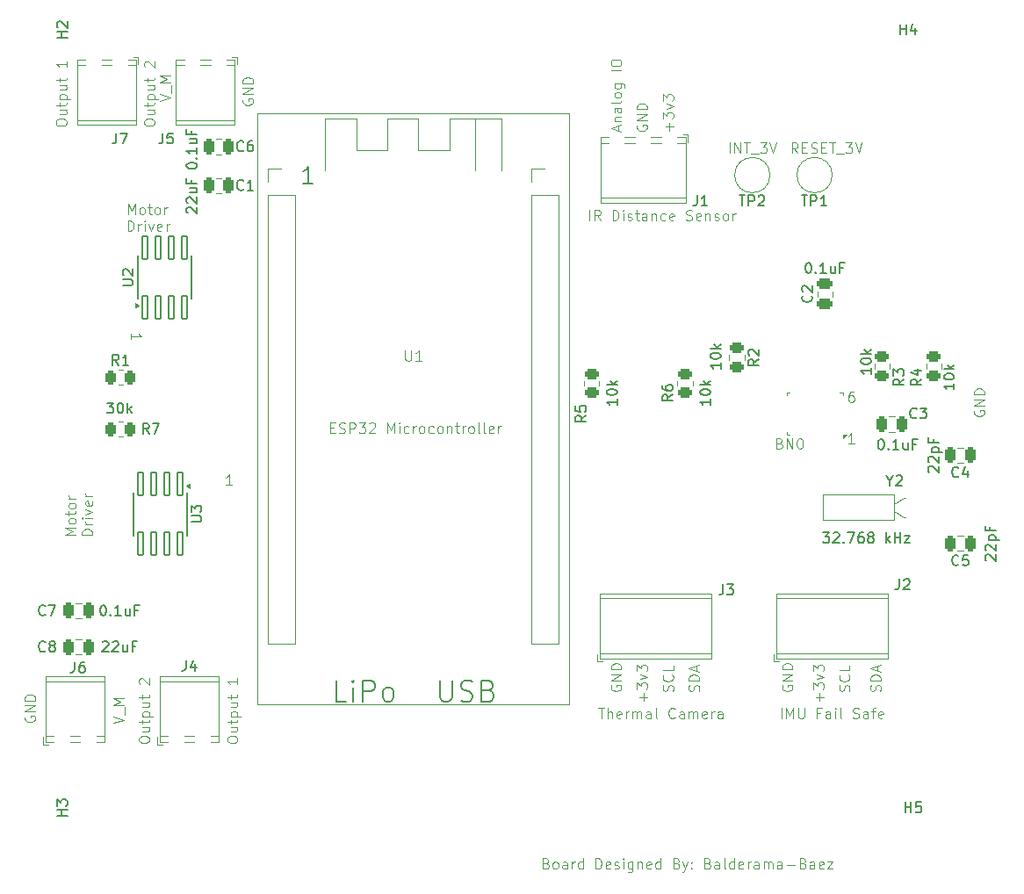
<source format=gto>
G04 #@! TF.GenerationSoftware,KiCad,Pcbnew,8.0.5*
G04 #@! TF.CreationDate,2024-11-14T17:14:10-08:00*
G04 #@! TF.ProjectId,Predator-Bot-V1,50726564-6174-46f7-922d-426f742d5631,0.01*
G04 #@! TF.SameCoordinates,Original*
G04 #@! TF.FileFunction,Legend,Top*
G04 #@! TF.FilePolarity,Positive*
%FSLAX46Y46*%
G04 Gerber Fmt 4.6, Leading zero omitted, Abs format (unit mm)*
G04 Created by KiCad (PCBNEW 8.0.5) date 2024-11-14 17:14:10*
%MOMM*%
%LPD*%
G01*
G04 APERTURE LIST*
G04 Aperture macros list*
%AMRoundRect*
0 Rectangle with rounded corners*
0 $1 Rounding radius*
0 $2 $3 $4 $5 $6 $7 $8 $9 X,Y pos of 4 corners*
0 Add a 4 corners polygon primitive as box body*
4,1,4,$2,$3,$4,$5,$6,$7,$8,$9,$2,$3,0*
0 Add four circle primitives for the rounded corners*
1,1,$1+$1,$2,$3*
1,1,$1+$1,$4,$5*
1,1,$1+$1,$6,$7*
1,1,$1+$1,$8,$9*
0 Add four rect primitives between the rounded corners*
20,1,$1+$1,$2,$3,$4,$5,0*
20,1,$1+$1,$4,$5,$6,$7,0*
20,1,$1+$1,$6,$7,$8,$9,0*
20,1,$1+$1,$8,$9,$2,$3,0*%
G04 Aperture macros list end*
%ADD10C,0.150000*%
%ADD11C,0.100000*%
%ADD12C,0.200000*%
%ADD13C,0.140000*%
%ADD14C,0.120000*%
%ADD15RoundRect,0.250000X0.250000X0.475000X-0.250000X0.475000X-0.250000X-0.475000X0.250000X-0.475000X0*%
%ADD16R,3.100000X2.400000*%
%ADD17RoundRect,0.070000X-0.250000X1.100000X-0.250000X-1.100000X0.250000X-1.100000X0.250000X1.100000X0*%
%ADD18C,0.770000*%
%ADD19RoundRect,0.250000X-0.262500X-0.450000X0.262500X-0.450000X0.262500X0.450000X-0.262500X0.450000X0*%
%ADD20C,3.200000*%
%ADD21R,1.700000X1.700000*%
%ADD22O,1.700000X1.700000*%
%ADD23C,1.700000*%
%ADD24R,0.254000X0.675000*%
%ADD25R,0.675000X0.254000*%
%ADD26RoundRect,0.250000X0.450000X-0.262500X0.450000X0.262500X-0.450000X0.262500X-0.450000X-0.262500X0*%
%ADD27C,2.200000*%
%ADD28R,2.200000X2.200000*%
%ADD29C,1.100000*%
%ADD30C,1.000000*%
%ADD31C,3.500000*%
%ADD32RoundRect,0.250000X-0.450000X0.262500X-0.450000X-0.262500X0.450000X-0.262500X0.450000X0.262500X0*%
%ADD33RoundRect,0.250000X-0.250000X-0.475000X0.250000X-0.475000X0.250000X0.475000X-0.250000X0.475000X0*%
%ADD34C,3.000000*%
%ADD35RoundRect,0.250000X0.475000X-0.250000X0.475000X0.250000X-0.475000X0.250000X-0.475000X-0.250000X0*%
%ADD36RoundRect,0.070000X0.250000X-1.100000X0.250000X1.100000X-0.250000X1.100000X-0.250000X-1.100000X0*%
G04 APERTURE END LIST*
D10*
X176357143Y-82454819D02*
X176452381Y-82454819D01*
X176452381Y-82454819D02*
X176547619Y-82502438D01*
X176547619Y-82502438D02*
X176595238Y-82550057D01*
X176595238Y-82550057D02*
X176642857Y-82645295D01*
X176642857Y-82645295D02*
X176690476Y-82835771D01*
X176690476Y-82835771D02*
X176690476Y-83073866D01*
X176690476Y-83073866D02*
X176642857Y-83264342D01*
X176642857Y-83264342D02*
X176595238Y-83359580D01*
X176595238Y-83359580D02*
X176547619Y-83407200D01*
X176547619Y-83407200D02*
X176452381Y-83454819D01*
X176452381Y-83454819D02*
X176357143Y-83454819D01*
X176357143Y-83454819D02*
X176261905Y-83407200D01*
X176261905Y-83407200D02*
X176214286Y-83359580D01*
X176214286Y-83359580D02*
X176166667Y-83264342D01*
X176166667Y-83264342D02*
X176119048Y-83073866D01*
X176119048Y-83073866D02*
X176119048Y-82835771D01*
X176119048Y-82835771D02*
X176166667Y-82645295D01*
X176166667Y-82645295D02*
X176214286Y-82550057D01*
X176214286Y-82550057D02*
X176261905Y-82502438D01*
X176261905Y-82502438D02*
X176357143Y-82454819D01*
X177119048Y-83359580D02*
X177166667Y-83407200D01*
X177166667Y-83407200D02*
X177119048Y-83454819D01*
X177119048Y-83454819D02*
X177071429Y-83407200D01*
X177071429Y-83407200D02*
X177119048Y-83359580D01*
X177119048Y-83359580D02*
X177119048Y-83454819D01*
X178119047Y-83454819D02*
X177547619Y-83454819D01*
X177833333Y-83454819D02*
X177833333Y-82454819D01*
X177833333Y-82454819D02*
X177738095Y-82597676D01*
X177738095Y-82597676D02*
X177642857Y-82692914D01*
X177642857Y-82692914D02*
X177547619Y-82740533D01*
X178976190Y-82788152D02*
X178976190Y-83454819D01*
X178547619Y-82788152D02*
X178547619Y-83311961D01*
X178547619Y-83311961D02*
X178595238Y-83407200D01*
X178595238Y-83407200D02*
X178690476Y-83454819D01*
X178690476Y-83454819D02*
X178833333Y-83454819D01*
X178833333Y-83454819D02*
X178928571Y-83407200D01*
X178928571Y-83407200D02*
X178976190Y-83359580D01*
X179785714Y-82931009D02*
X179452381Y-82931009D01*
X179452381Y-83454819D02*
X179452381Y-82454819D01*
X179452381Y-82454819D02*
X179928571Y-82454819D01*
X190454819Y-94095238D02*
X190454819Y-94666666D01*
X190454819Y-94380952D02*
X189454819Y-94380952D01*
X189454819Y-94380952D02*
X189597676Y-94476190D01*
X189597676Y-94476190D02*
X189692914Y-94571428D01*
X189692914Y-94571428D02*
X189740533Y-94666666D01*
X189454819Y-93476190D02*
X189454819Y-93380952D01*
X189454819Y-93380952D02*
X189502438Y-93285714D01*
X189502438Y-93285714D02*
X189550057Y-93238095D01*
X189550057Y-93238095D02*
X189645295Y-93190476D01*
X189645295Y-93190476D02*
X189835771Y-93142857D01*
X189835771Y-93142857D02*
X190073866Y-93142857D01*
X190073866Y-93142857D02*
X190264342Y-93190476D01*
X190264342Y-93190476D02*
X190359580Y-93238095D01*
X190359580Y-93238095D02*
X190407200Y-93285714D01*
X190407200Y-93285714D02*
X190454819Y-93380952D01*
X190454819Y-93380952D02*
X190454819Y-93476190D01*
X190454819Y-93476190D02*
X190407200Y-93571428D01*
X190407200Y-93571428D02*
X190359580Y-93619047D01*
X190359580Y-93619047D02*
X190264342Y-93666666D01*
X190264342Y-93666666D02*
X190073866Y-93714285D01*
X190073866Y-93714285D02*
X189835771Y-93714285D01*
X189835771Y-93714285D02*
X189645295Y-93666666D01*
X189645295Y-93666666D02*
X189550057Y-93619047D01*
X189550057Y-93619047D02*
X189502438Y-93571428D01*
X189502438Y-93571428D02*
X189454819Y-93476190D01*
X190454819Y-92714285D02*
X189454819Y-92714285D01*
X190073866Y-92619047D02*
X190454819Y-92333333D01*
X189788152Y-92333333D02*
X190169104Y-92714285D01*
X182454819Y-92595238D02*
X182454819Y-93166666D01*
X182454819Y-92880952D02*
X181454819Y-92880952D01*
X181454819Y-92880952D02*
X181597676Y-92976190D01*
X181597676Y-92976190D02*
X181692914Y-93071428D01*
X181692914Y-93071428D02*
X181740533Y-93166666D01*
X181454819Y-91976190D02*
X181454819Y-91880952D01*
X181454819Y-91880952D02*
X181502438Y-91785714D01*
X181502438Y-91785714D02*
X181550057Y-91738095D01*
X181550057Y-91738095D02*
X181645295Y-91690476D01*
X181645295Y-91690476D02*
X181835771Y-91642857D01*
X181835771Y-91642857D02*
X182073866Y-91642857D01*
X182073866Y-91642857D02*
X182264342Y-91690476D01*
X182264342Y-91690476D02*
X182359580Y-91738095D01*
X182359580Y-91738095D02*
X182407200Y-91785714D01*
X182407200Y-91785714D02*
X182454819Y-91880952D01*
X182454819Y-91880952D02*
X182454819Y-91976190D01*
X182454819Y-91976190D02*
X182407200Y-92071428D01*
X182407200Y-92071428D02*
X182359580Y-92119047D01*
X182359580Y-92119047D02*
X182264342Y-92166666D01*
X182264342Y-92166666D02*
X182073866Y-92214285D01*
X182073866Y-92214285D02*
X181835771Y-92214285D01*
X181835771Y-92214285D02*
X181645295Y-92166666D01*
X181645295Y-92166666D02*
X181550057Y-92119047D01*
X181550057Y-92119047D02*
X181502438Y-92071428D01*
X181502438Y-92071428D02*
X181454819Y-91976190D01*
X182454819Y-91214285D02*
X181454819Y-91214285D01*
X182073866Y-91119047D02*
X182454819Y-90833333D01*
X181788152Y-90833333D02*
X182169104Y-91214285D01*
X167954819Y-92095238D02*
X167954819Y-92666666D01*
X167954819Y-92380952D02*
X166954819Y-92380952D01*
X166954819Y-92380952D02*
X167097676Y-92476190D01*
X167097676Y-92476190D02*
X167192914Y-92571428D01*
X167192914Y-92571428D02*
X167240533Y-92666666D01*
X166954819Y-91476190D02*
X166954819Y-91380952D01*
X166954819Y-91380952D02*
X167002438Y-91285714D01*
X167002438Y-91285714D02*
X167050057Y-91238095D01*
X167050057Y-91238095D02*
X167145295Y-91190476D01*
X167145295Y-91190476D02*
X167335771Y-91142857D01*
X167335771Y-91142857D02*
X167573866Y-91142857D01*
X167573866Y-91142857D02*
X167764342Y-91190476D01*
X167764342Y-91190476D02*
X167859580Y-91238095D01*
X167859580Y-91238095D02*
X167907200Y-91285714D01*
X167907200Y-91285714D02*
X167954819Y-91380952D01*
X167954819Y-91380952D02*
X167954819Y-91476190D01*
X167954819Y-91476190D02*
X167907200Y-91571428D01*
X167907200Y-91571428D02*
X167859580Y-91619047D01*
X167859580Y-91619047D02*
X167764342Y-91666666D01*
X167764342Y-91666666D02*
X167573866Y-91714285D01*
X167573866Y-91714285D02*
X167335771Y-91714285D01*
X167335771Y-91714285D02*
X167145295Y-91666666D01*
X167145295Y-91666666D02*
X167050057Y-91619047D01*
X167050057Y-91619047D02*
X167002438Y-91571428D01*
X167002438Y-91571428D02*
X166954819Y-91476190D01*
X167954819Y-90714285D02*
X166954819Y-90714285D01*
X167573866Y-90619047D02*
X167954819Y-90333333D01*
X167288152Y-90333333D02*
X167669104Y-90714285D01*
X166954819Y-95595238D02*
X166954819Y-96166666D01*
X166954819Y-95880952D02*
X165954819Y-95880952D01*
X165954819Y-95880952D02*
X166097676Y-95976190D01*
X166097676Y-95976190D02*
X166192914Y-96071428D01*
X166192914Y-96071428D02*
X166240533Y-96166666D01*
X165954819Y-94976190D02*
X165954819Y-94880952D01*
X165954819Y-94880952D02*
X166002438Y-94785714D01*
X166002438Y-94785714D02*
X166050057Y-94738095D01*
X166050057Y-94738095D02*
X166145295Y-94690476D01*
X166145295Y-94690476D02*
X166335771Y-94642857D01*
X166335771Y-94642857D02*
X166573866Y-94642857D01*
X166573866Y-94642857D02*
X166764342Y-94690476D01*
X166764342Y-94690476D02*
X166859580Y-94738095D01*
X166859580Y-94738095D02*
X166907200Y-94785714D01*
X166907200Y-94785714D02*
X166954819Y-94880952D01*
X166954819Y-94880952D02*
X166954819Y-94976190D01*
X166954819Y-94976190D02*
X166907200Y-95071428D01*
X166907200Y-95071428D02*
X166859580Y-95119047D01*
X166859580Y-95119047D02*
X166764342Y-95166666D01*
X166764342Y-95166666D02*
X166573866Y-95214285D01*
X166573866Y-95214285D02*
X166335771Y-95214285D01*
X166335771Y-95214285D02*
X166145295Y-95166666D01*
X166145295Y-95166666D02*
X166050057Y-95119047D01*
X166050057Y-95119047D02*
X166002438Y-95071428D01*
X166002438Y-95071428D02*
X165954819Y-94976190D01*
X166954819Y-94214285D02*
X165954819Y-94214285D01*
X166573866Y-94119047D02*
X166954819Y-93833333D01*
X166288152Y-93833333D02*
X166669104Y-94214285D01*
X157954819Y-95595238D02*
X157954819Y-96166666D01*
X157954819Y-95880952D02*
X156954819Y-95880952D01*
X156954819Y-95880952D02*
X157097676Y-95976190D01*
X157097676Y-95976190D02*
X157192914Y-96071428D01*
X157192914Y-96071428D02*
X157240533Y-96166666D01*
X156954819Y-94976190D02*
X156954819Y-94880952D01*
X156954819Y-94880952D02*
X157002438Y-94785714D01*
X157002438Y-94785714D02*
X157050057Y-94738095D01*
X157050057Y-94738095D02*
X157145295Y-94690476D01*
X157145295Y-94690476D02*
X157335771Y-94642857D01*
X157335771Y-94642857D02*
X157573866Y-94642857D01*
X157573866Y-94642857D02*
X157764342Y-94690476D01*
X157764342Y-94690476D02*
X157859580Y-94738095D01*
X157859580Y-94738095D02*
X157907200Y-94785714D01*
X157907200Y-94785714D02*
X157954819Y-94880952D01*
X157954819Y-94880952D02*
X157954819Y-94976190D01*
X157954819Y-94976190D02*
X157907200Y-95071428D01*
X157907200Y-95071428D02*
X157859580Y-95119047D01*
X157859580Y-95119047D02*
X157764342Y-95166666D01*
X157764342Y-95166666D02*
X157573866Y-95214285D01*
X157573866Y-95214285D02*
X157335771Y-95214285D01*
X157335771Y-95214285D02*
X157145295Y-95166666D01*
X157145295Y-95166666D02*
X157050057Y-95119047D01*
X157050057Y-95119047D02*
X157002438Y-95071428D01*
X157002438Y-95071428D02*
X156954819Y-94976190D01*
X157954819Y-94214285D02*
X156954819Y-94214285D01*
X157573866Y-94119047D02*
X157954819Y-93833333D01*
X157288152Y-93833333D02*
X157669104Y-94214285D01*
X108785714Y-95954819D02*
X109404761Y-95954819D01*
X109404761Y-95954819D02*
X109071428Y-96335771D01*
X109071428Y-96335771D02*
X109214285Y-96335771D01*
X109214285Y-96335771D02*
X109309523Y-96383390D01*
X109309523Y-96383390D02*
X109357142Y-96431009D01*
X109357142Y-96431009D02*
X109404761Y-96526247D01*
X109404761Y-96526247D02*
X109404761Y-96764342D01*
X109404761Y-96764342D02*
X109357142Y-96859580D01*
X109357142Y-96859580D02*
X109309523Y-96907200D01*
X109309523Y-96907200D02*
X109214285Y-96954819D01*
X109214285Y-96954819D02*
X108928571Y-96954819D01*
X108928571Y-96954819D02*
X108833333Y-96907200D01*
X108833333Y-96907200D02*
X108785714Y-96859580D01*
X110023809Y-95954819D02*
X110119047Y-95954819D01*
X110119047Y-95954819D02*
X110214285Y-96002438D01*
X110214285Y-96002438D02*
X110261904Y-96050057D01*
X110261904Y-96050057D02*
X110309523Y-96145295D01*
X110309523Y-96145295D02*
X110357142Y-96335771D01*
X110357142Y-96335771D02*
X110357142Y-96573866D01*
X110357142Y-96573866D02*
X110309523Y-96764342D01*
X110309523Y-96764342D02*
X110261904Y-96859580D01*
X110261904Y-96859580D02*
X110214285Y-96907200D01*
X110214285Y-96907200D02*
X110119047Y-96954819D01*
X110119047Y-96954819D02*
X110023809Y-96954819D01*
X110023809Y-96954819D02*
X109928571Y-96907200D01*
X109928571Y-96907200D02*
X109880952Y-96859580D01*
X109880952Y-96859580D02*
X109833333Y-96764342D01*
X109833333Y-96764342D02*
X109785714Y-96573866D01*
X109785714Y-96573866D02*
X109785714Y-96335771D01*
X109785714Y-96335771D02*
X109833333Y-96145295D01*
X109833333Y-96145295D02*
X109880952Y-96050057D01*
X109880952Y-96050057D02*
X109928571Y-96002438D01*
X109928571Y-96002438D02*
X110023809Y-95954819D01*
X110785714Y-96954819D02*
X110785714Y-95954819D01*
X110880952Y-96573866D02*
X111166666Y-96954819D01*
X111166666Y-96288152D02*
X110785714Y-96669104D01*
X108357143Y-115454819D02*
X108452381Y-115454819D01*
X108452381Y-115454819D02*
X108547619Y-115502438D01*
X108547619Y-115502438D02*
X108595238Y-115550057D01*
X108595238Y-115550057D02*
X108642857Y-115645295D01*
X108642857Y-115645295D02*
X108690476Y-115835771D01*
X108690476Y-115835771D02*
X108690476Y-116073866D01*
X108690476Y-116073866D02*
X108642857Y-116264342D01*
X108642857Y-116264342D02*
X108595238Y-116359580D01*
X108595238Y-116359580D02*
X108547619Y-116407200D01*
X108547619Y-116407200D02*
X108452381Y-116454819D01*
X108452381Y-116454819D02*
X108357143Y-116454819D01*
X108357143Y-116454819D02*
X108261905Y-116407200D01*
X108261905Y-116407200D02*
X108214286Y-116359580D01*
X108214286Y-116359580D02*
X108166667Y-116264342D01*
X108166667Y-116264342D02*
X108119048Y-116073866D01*
X108119048Y-116073866D02*
X108119048Y-115835771D01*
X108119048Y-115835771D02*
X108166667Y-115645295D01*
X108166667Y-115645295D02*
X108214286Y-115550057D01*
X108214286Y-115550057D02*
X108261905Y-115502438D01*
X108261905Y-115502438D02*
X108357143Y-115454819D01*
X109119048Y-116359580D02*
X109166667Y-116407200D01*
X109166667Y-116407200D02*
X109119048Y-116454819D01*
X109119048Y-116454819D02*
X109071429Y-116407200D01*
X109071429Y-116407200D02*
X109119048Y-116359580D01*
X109119048Y-116359580D02*
X109119048Y-116454819D01*
X110119047Y-116454819D02*
X109547619Y-116454819D01*
X109833333Y-116454819D02*
X109833333Y-115454819D01*
X109833333Y-115454819D02*
X109738095Y-115597676D01*
X109738095Y-115597676D02*
X109642857Y-115692914D01*
X109642857Y-115692914D02*
X109547619Y-115740533D01*
X110976190Y-115788152D02*
X110976190Y-116454819D01*
X110547619Y-115788152D02*
X110547619Y-116311961D01*
X110547619Y-116311961D02*
X110595238Y-116407200D01*
X110595238Y-116407200D02*
X110690476Y-116454819D01*
X110690476Y-116454819D02*
X110833333Y-116454819D01*
X110833333Y-116454819D02*
X110928571Y-116407200D01*
X110928571Y-116407200D02*
X110976190Y-116359580D01*
X111785714Y-115931009D02*
X111452381Y-115931009D01*
X111452381Y-116454819D02*
X111452381Y-115454819D01*
X111452381Y-115454819D02*
X111928571Y-115454819D01*
X108357143Y-119050057D02*
X108404762Y-119002438D01*
X108404762Y-119002438D02*
X108500000Y-118954819D01*
X108500000Y-118954819D02*
X108738095Y-118954819D01*
X108738095Y-118954819D02*
X108833333Y-119002438D01*
X108833333Y-119002438D02*
X108880952Y-119050057D01*
X108880952Y-119050057D02*
X108928571Y-119145295D01*
X108928571Y-119145295D02*
X108928571Y-119240533D01*
X108928571Y-119240533D02*
X108880952Y-119383390D01*
X108880952Y-119383390D02*
X108309524Y-119954819D01*
X108309524Y-119954819D02*
X108928571Y-119954819D01*
X109309524Y-119050057D02*
X109357143Y-119002438D01*
X109357143Y-119002438D02*
X109452381Y-118954819D01*
X109452381Y-118954819D02*
X109690476Y-118954819D01*
X109690476Y-118954819D02*
X109785714Y-119002438D01*
X109785714Y-119002438D02*
X109833333Y-119050057D01*
X109833333Y-119050057D02*
X109880952Y-119145295D01*
X109880952Y-119145295D02*
X109880952Y-119240533D01*
X109880952Y-119240533D02*
X109833333Y-119383390D01*
X109833333Y-119383390D02*
X109261905Y-119954819D01*
X109261905Y-119954819D02*
X109880952Y-119954819D01*
X110738095Y-119288152D02*
X110738095Y-119954819D01*
X110309524Y-119288152D02*
X110309524Y-119811961D01*
X110309524Y-119811961D02*
X110357143Y-119907200D01*
X110357143Y-119907200D02*
X110452381Y-119954819D01*
X110452381Y-119954819D02*
X110595238Y-119954819D01*
X110595238Y-119954819D02*
X110690476Y-119907200D01*
X110690476Y-119907200D02*
X110738095Y-119859580D01*
X111547619Y-119431009D02*
X111214286Y-119431009D01*
X111214286Y-119954819D02*
X111214286Y-118954819D01*
X111214286Y-118954819D02*
X111690476Y-118954819D01*
X116550057Y-77642856D02*
X116502438Y-77595237D01*
X116502438Y-77595237D02*
X116454819Y-77499999D01*
X116454819Y-77499999D02*
X116454819Y-77261904D01*
X116454819Y-77261904D02*
X116502438Y-77166666D01*
X116502438Y-77166666D02*
X116550057Y-77119047D01*
X116550057Y-77119047D02*
X116645295Y-77071428D01*
X116645295Y-77071428D02*
X116740533Y-77071428D01*
X116740533Y-77071428D02*
X116883390Y-77119047D01*
X116883390Y-77119047D02*
X117454819Y-77690475D01*
X117454819Y-77690475D02*
X117454819Y-77071428D01*
X116550057Y-76690475D02*
X116502438Y-76642856D01*
X116502438Y-76642856D02*
X116454819Y-76547618D01*
X116454819Y-76547618D02*
X116454819Y-76309523D01*
X116454819Y-76309523D02*
X116502438Y-76214285D01*
X116502438Y-76214285D02*
X116550057Y-76166666D01*
X116550057Y-76166666D02*
X116645295Y-76119047D01*
X116645295Y-76119047D02*
X116740533Y-76119047D01*
X116740533Y-76119047D02*
X116883390Y-76166666D01*
X116883390Y-76166666D02*
X117454819Y-76738094D01*
X117454819Y-76738094D02*
X117454819Y-76119047D01*
X116788152Y-75261904D02*
X117454819Y-75261904D01*
X116788152Y-75690475D02*
X117311961Y-75690475D01*
X117311961Y-75690475D02*
X117407200Y-75642856D01*
X117407200Y-75642856D02*
X117454819Y-75547618D01*
X117454819Y-75547618D02*
X117454819Y-75404761D01*
X117454819Y-75404761D02*
X117407200Y-75309523D01*
X117407200Y-75309523D02*
X117359580Y-75261904D01*
X116931009Y-74452380D02*
X116931009Y-74785713D01*
X117454819Y-74785713D02*
X116454819Y-74785713D01*
X116454819Y-74785713D02*
X116454819Y-74309523D01*
X116454819Y-73142856D02*
X116454819Y-73047618D01*
X116454819Y-73047618D02*
X116502438Y-72952380D01*
X116502438Y-72952380D02*
X116550057Y-72904761D01*
X116550057Y-72904761D02*
X116645295Y-72857142D01*
X116645295Y-72857142D02*
X116835771Y-72809523D01*
X116835771Y-72809523D02*
X117073866Y-72809523D01*
X117073866Y-72809523D02*
X117264342Y-72857142D01*
X117264342Y-72857142D02*
X117359580Y-72904761D01*
X117359580Y-72904761D02*
X117407200Y-72952380D01*
X117407200Y-72952380D02*
X117454819Y-73047618D01*
X117454819Y-73047618D02*
X117454819Y-73142856D01*
X117454819Y-73142856D02*
X117407200Y-73238094D01*
X117407200Y-73238094D02*
X117359580Y-73285713D01*
X117359580Y-73285713D02*
X117264342Y-73333332D01*
X117264342Y-73333332D02*
X117073866Y-73380951D01*
X117073866Y-73380951D02*
X116835771Y-73380951D01*
X116835771Y-73380951D02*
X116645295Y-73333332D01*
X116645295Y-73333332D02*
X116550057Y-73285713D01*
X116550057Y-73285713D02*
X116502438Y-73238094D01*
X116502438Y-73238094D02*
X116454819Y-73142856D01*
X117359580Y-72380951D02*
X117407200Y-72333332D01*
X117407200Y-72333332D02*
X117454819Y-72380951D01*
X117454819Y-72380951D02*
X117407200Y-72428570D01*
X117407200Y-72428570D02*
X117359580Y-72380951D01*
X117359580Y-72380951D02*
X117454819Y-72380951D01*
X117454819Y-71380952D02*
X117454819Y-71952380D01*
X117454819Y-71666666D02*
X116454819Y-71666666D01*
X116454819Y-71666666D02*
X116597676Y-71761904D01*
X116597676Y-71761904D02*
X116692914Y-71857142D01*
X116692914Y-71857142D02*
X116740533Y-71952380D01*
X116788152Y-70523809D02*
X117454819Y-70523809D01*
X116788152Y-70952380D02*
X117311961Y-70952380D01*
X117311961Y-70952380D02*
X117407200Y-70904761D01*
X117407200Y-70904761D02*
X117454819Y-70809523D01*
X117454819Y-70809523D02*
X117454819Y-70666666D01*
X117454819Y-70666666D02*
X117407200Y-70571428D01*
X117407200Y-70571428D02*
X117359580Y-70523809D01*
X116931009Y-69714285D02*
X116931009Y-70047618D01*
X117454819Y-70047618D02*
X116454819Y-70047618D01*
X116454819Y-70047618D02*
X116454819Y-69571428D01*
X183357143Y-99454819D02*
X183452381Y-99454819D01*
X183452381Y-99454819D02*
X183547619Y-99502438D01*
X183547619Y-99502438D02*
X183595238Y-99550057D01*
X183595238Y-99550057D02*
X183642857Y-99645295D01*
X183642857Y-99645295D02*
X183690476Y-99835771D01*
X183690476Y-99835771D02*
X183690476Y-100073866D01*
X183690476Y-100073866D02*
X183642857Y-100264342D01*
X183642857Y-100264342D02*
X183595238Y-100359580D01*
X183595238Y-100359580D02*
X183547619Y-100407200D01*
X183547619Y-100407200D02*
X183452381Y-100454819D01*
X183452381Y-100454819D02*
X183357143Y-100454819D01*
X183357143Y-100454819D02*
X183261905Y-100407200D01*
X183261905Y-100407200D02*
X183214286Y-100359580D01*
X183214286Y-100359580D02*
X183166667Y-100264342D01*
X183166667Y-100264342D02*
X183119048Y-100073866D01*
X183119048Y-100073866D02*
X183119048Y-99835771D01*
X183119048Y-99835771D02*
X183166667Y-99645295D01*
X183166667Y-99645295D02*
X183214286Y-99550057D01*
X183214286Y-99550057D02*
X183261905Y-99502438D01*
X183261905Y-99502438D02*
X183357143Y-99454819D01*
X184119048Y-100359580D02*
X184166667Y-100407200D01*
X184166667Y-100407200D02*
X184119048Y-100454819D01*
X184119048Y-100454819D02*
X184071429Y-100407200D01*
X184071429Y-100407200D02*
X184119048Y-100359580D01*
X184119048Y-100359580D02*
X184119048Y-100454819D01*
X185119047Y-100454819D02*
X184547619Y-100454819D01*
X184833333Y-100454819D02*
X184833333Y-99454819D01*
X184833333Y-99454819D02*
X184738095Y-99597676D01*
X184738095Y-99597676D02*
X184642857Y-99692914D01*
X184642857Y-99692914D02*
X184547619Y-99740533D01*
X185976190Y-99788152D02*
X185976190Y-100454819D01*
X185547619Y-99788152D02*
X185547619Y-100311961D01*
X185547619Y-100311961D02*
X185595238Y-100407200D01*
X185595238Y-100407200D02*
X185690476Y-100454819D01*
X185690476Y-100454819D02*
X185833333Y-100454819D01*
X185833333Y-100454819D02*
X185928571Y-100407200D01*
X185928571Y-100407200D02*
X185976190Y-100359580D01*
X186785714Y-99931009D02*
X186452381Y-99931009D01*
X186452381Y-100454819D02*
X186452381Y-99454819D01*
X186452381Y-99454819D02*
X186928571Y-99454819D01*
X177809524Y-108454819D02*
X178428571Y-108454819D01*
X178428571Y-108454819D02*
X178095238Y-108835771D01*
X178095238Y-108835771D02*
X178238095Y-108835771D01*
X178238095Y-108835771D02*
X178333333Y-108883390D01*
X178333333Y-108883390D02*
X178380952Y-108931009D01*
X178380952Y-108931009D02*
X178428571Y-109026247D01*
X178428571Y-109026247D02*
X178428571Y-109264342D01*
X178428571Y-109264342D02*
X178380952Y-109359580D01*
X178380952Y-109359580D02*
X178333333Y-109407200D01*
X178333333Y-109407200D02*
X178238095Y-109454819D01*
X178238095Y-109454819D02*
X177952381Y-109454819D01*
X177952381Y-109454819D02*
X177857143Y-109407200D01*
X177857143Y-109407200D02*
X177809524Y-109359580D01*
X178809524Y-108550057D02*
X178857143Y-108502438D01*
X178857143Y-108502438D02*
X178952381Y-108454819D01*
X178952381Y-108454819D02*
X179190476Y-108454819D01*
X179190476Y-108454819D02*
X179285714Y-108502438D01*
X179285714Y-108502438D02*
X179333333Y-108550057D01*
X179333333Y-108550057D02*
X179380952Y-108645295D01*
X179380952Y-108645295D02*
X179380952Y-108740533D01*
X179380952Y-108740533D02*
X179333333Y-108883390D01*
X179333333Y-108883390D02*
X178761905Y-109454819D01*
X178761905Y-109454819D02*
X179380952Y-109454819D01*
X179809524Y-109359580D02*
X179857143Y-109407200D01*
X179857143Y-109407200D02*
X179809524Y-109454819D01*
X179809524Y-109454819D02*
X179761905Y-109407200D01*
X179761905Y-109407200D02*
X179809524Y-109359580D01*
X179809524Y-109359580D02*
X179809524Y-109454819D01*
X180190476Y-108454819D02*
X180857142Y-108454819D01*
X180857142Y-108454819D02*
X180428571Y-109454819D01*
X181666666Y-108454819D02*
X181476190Y-108454819D01*
X181476190Y-108454819D02*
X181380952Y-108502438D01*
X181380952Y-108502438D02*
X181333333Y-108550057D01*
X181333333Y-108550057D02*
X181238095Y-108692914D01*
X181238095Y-108692914D02*
X181190476Y-108883390D01*
X181190476Y-108883390D02*
X181190476Y-109264342D01*
X181190476Y-109264342D02*
X181238095Y-109359580D01*
X181238095Y-109359580D02*
X181285714Y-109407200D01*
X181285714Y-109407200D02*
X181380952Y-109454819D01*
X181380952Y-109454819D02*
X181571428Y-109454819D01*
X181571428Y-109454819D02*
X181666666Y-109407200D01*
X181666666Y-109407200D02*
X181714285Y-109359580D01*
X181714285Y-109359580D02*
X181761904Y-109264342D01*
X181761904Y-109264342D02*
X181761904Y-109026247D01*
X181761904Y-109026247D02*
X181714285Y-108931009D01*
X181714285Y-108931009D02*
X181666666Y-108883390D01*
X181666666Y-108883390D02*
X181571428Y-108835771D01*
X181571428Y-108835771D02*
X181380952Y-108835771D01*
X181380952Y-108835771D02*
X181285714Y-108883390D01*
X181285714Y-108883390D02*
X181238095Y-108931009D01*
X181238095Y-108931009D02*
X181190476Y-109026247D01*
X182333333Y-108883390D02*
X182238095Y-108835771D01*
X182238095Y-108835771D02*
X182190476Y-108788152D01*
X182190476Y-108788152D02*
X182142857Y-108692914D01*
X182142857Y-108692914D02*
X182142857Y-108645295D01*
X182142857Y-108645295D02*
X182190476Y-108550057D01*
X182190476Y-108550057D02*
X182238095Y-108502438D01*
X182238095Y-108502438D02*
X182333333Y-108454819D01*
X182333333Y-108454819D02*
X182523809Y-108454819D01*
X182523809Y-108454819D02*
X182619047Y-108502438D01*
X182619047Y-108502438D02*
X182666666Y-108550057D01*
X182666666Y-108550057D02*
X182714285Y-108645295D01*
X182714285Y-108645295D02*
X182714285Y-108692914D01*
X182714285Y-108692914D02*
X182666666Y-108788152D01*
X182666666Y-108788152D02*
X182619047Y-108835771D01*
X182619047Y-108835771D02*
X182523809Y-108883390D01*
X182523809Y-108883390D02*
X182333333Y-108883390D01*
X182333333Y-108883390D02*
X182238095Y-108931009D01*
X182238095Y-108931009D02*
X182190476Y-108978628D01*
X182190476Y-108978628D02*
X182142857Y-109073866D01*
X182142857Y-109073866D02*
X182142857Y-109264342D01*
X182142857Y-109264342D02*
X182190476Y-109359580D01*
X182190476Y-109359580D02*
X182238095Y-109407200D01*
X182238095Y-109407200D02*
X182333333Y-109454819D01*
X182333333Y-109454819D02*
X182523809Y-109454819D01*
X182523809Y-109454819D02*
X182619047Y-109407200D01*
X182619047Y-109407200D02*
X182666666Y-109359580D01*
X182666666Y-109359580D02*
X182714285Y-109264342D01*
X182714285Y-109264342D02*
X182714285Y-109073866D01*
X182714285Y-109073866D02*
X182666666Y-108978628D01*
X182666666Y-108978628D02*
X182619047Y-108931009D01*
X182619047Y-108931009D02*
X182523809Y-108883390D01*
X183904762Y-109454819D02*
X183904762Y-108454819D01*
X184000000Y-109073866D02*
X184285714Y-109454819D01*
X184285714Y-108788152D02*
X183904762Y-109169104D01*
X184714286Y-109454819D02*
X184714286Y-108454819D01*
X184714286Y-108931009D02*
X185285714Y-108931009D01*
X185285714Y-109454819D02*
X185285714Y-108454819D01*
X185666667Y-108788152D02*
X186190476Y-108788152D01*
X186190476Y-108788152D02*
X185666667Y-109454819D01*
X185666667Y-109454819D02*
X186190476Y-109454819D01*
X188050057Y-102642856D02*
X188002438Y-102595237D01*
X188002438Y-102595237D02*
X187954819Y-102499999D01*
X187954819Y-102499999D02*
X187954819Y-102261904D01*
X187954819Y-102261904D02*
X188002438Y-102166666D01*
X188002438Y-102166666D02*
X188050057Y-102119047D01*
X188050057Y-102119047D02*
X188145295Y-102071428D01*
X188145295Y-102071428D02*
X188240533Y-102071428D01*
X188240533Y-102071428D02*
X188383390Y-102119047D01*
X188383390Y-102119047D02*
X188954819Y-102690475D01*
X188954819Y-102690475D02*
X188954819Y-102071428D01*
X188050057Y-101690475D02*
X188002438Y-101642856D01*
X188002438Y-101642856D02*
X187954819Y-101547618D01*
X187954819Y-101547618D02*
X187954819Y-101309523D01*
X187954819Y-101309523D02*
X188002438Y-101214285D01*
X188002438Y-101214285D02*
X188050057Y-101166666D01*
X188050057Y-101166666D02*
X188145295Y-101119047D01*
X188145295Y-101119047D02*
X188240533Y-101119047D01*
X188240533Y-101119047D02*
X188383390Y-101166666D01*
X188383390Y-101166666D02*
X188954819Y-101738094D01*
X188954819Y-101738094D02*
X188954819Y-101119047D01*
X188288152Y-100690475D02*
X189288152Y-100690475D01*
X188335771Y-100690475D02*
X188288152Y-100595237D01*
X188288152Y-100595237D02*
X188288152Y-100404761D01*
X188288152Y-100404761D02*
X188335771Y-100309523D01*
X188335771Y-100309523D02*
X188383390Y-100261904D01*
X188383390Y-100261904D02*
X188478628Y-100214285D01*
X188478628Y-100214285D02*
X188764342Y-100214285D01*
X188764342Y-100214285D02*
X188859580Y-100261904D01*
X188859580Y-100261904D02*
X188907200Y-100309523D01*
X188907200Y-100309523D02*
X188954819Y-100404761D01*
X188954819Y-100404761D02*
X188954819Y-100595237D01*
X188954819Y-100595237D02*
X188907200Y-100690475D01*
X188431009Y-99452380D02*
X188431009Y-99785713D01*
X188954819Y-99785713D02*
X187954819Y-99785713D01*
X187954819Y-99785713D02*
X187954819Y-99309523D01*
X193550057Y-111142856D02*
X193502438Y-111095237D01*
X193502438Y-111095237D02*
X193454819Y-110999999D01*
X193454819Y-110999999D02*
X193454819Y-110761904D01*
X193454819Y-110761904D02*
X193502438Y-110666666D01*
X193502438Y-110666666D02*
X193550057Y-110619047D01*
X193550057Y-110619047D02*
X193645295Y-110571428D01*
X193645295Y-110571428D02*
X193740533Y-110571428D01*
X193740533Y-110571428D02*
X193883390Y-110619047D01*
X193883390Y-110619047D02*
X194454819Y-111190475D01*
X194454819Y-111190475D02*
X194454819Y-110571428D01*
X193550057Y-110190475D02*
X193502438Y-110142856D01*
X193502438Y-110142856D02*
X193454819Y-110047618D01*
X193454819Y-110047618D02*
X193454819Y-109809523D01*
X193454819Y-109809523D02*
X193502438Y-109714285D01*
X193502438Y-109714285D02*
X193550057Y-109666666D01*
X193550057Y-109666666D02*
X193645295Y-109619047D01*
X193645295Y-109619047D02*
X193740533Y-109619047D01*
X193740533Y-109619047D02*
X193883390Y-109666666D01*
X193883390Y-109666666D02*
X194454819Y-110238094D01*
X194454819Y-110238094D02*
X194454819Y-109619047D01*
X193788152Y-109190475D02*
X194788152Y-109190475D01*
X193835771Y-109190475D02*
X193788152Y-109095237D01*
X193788152Y-109095237D02*
X193788152Y-108904761D01*
X193788152Y-108904761D02*
X193835771Y-108809523D01*
X193835771Y-108809523D02*
X193883390Y-108761904D01*
X193883390Y-108761904D02*
X193978628Y-108714285D01*
X193978628Y-108714285D02*
X194264342Y-108714285D01*
X194264342Y-108714285D02*
X194359580Y-108761904D01*
X194359580Y-108761904D02*
X194407200Y-108809523D01*
X194407200Y-108809523D02*
X194454819Y-108904761D01*
X194454819Y-108904761D02*
X194454819Y-109095237D01*
X194454819Y-109095237D02*
X194407200Y-109190475D01*
X193931009Y-107952380D02*
X193931009Y-108285713D01*
X194454819Y-108285713D02*
X193454819Y-108285713D01*
X193454819Y-108285713D02*
X193454819Y-107809523D01*
D11*
X160491466Y-124696115D02*
X160491466Y-123934211D01*
X160872419Y-124315163D02*
X160110514Y-124315163D01*
X159872419Y-123553258D02*
X159872419Y-122934211D01*
X159872419Y-122934211D02*
X160253371Y-123267544D01*
X160253371Y-123267544D02*
X160253371Y-123124687D01*
X160253371Y-123124687D02*
X160300990Y-123029449D01*
X160300990Y-123029449D02*
X160348609Y-122981830D01*
X160348609Y-122981830D02*
X160443847Y-122934211D01*
X160443847Y-122934211D02*
X160681942Y-122934211D01*
X160681942Y-122934211D02*
X160777180Y-122981830D01*
X160777180Y-122981830D02*
X160824800Y-123029449D01*
X160824800Y-123029449D02*
X160872419Y-123124687D01*
X160872419Y-123124687D02*
X160872419Y-123410401D01*
X160872419Y-123410401D02*
X160824800Y-123505639D01*
X160824800Y-123505639D02*
X160777180Y-123553258D01*
X160205752Y-122600877D02*
X160872419Y-122362782D01*
X160872419Y-122362782D02*
X160205752Y-122124687D01*
X159872419Y-121838972D02*
X159872419Y-121219925D01*
X159872419Y-121219925D02*
X160253371Y-121553258D01*
X160253371Y-121553258D02*
X160253371Y-121410401D01*
X160253371Y-121410401D02*
X160300990Y-121315163D01*
X160300990Y-121315163D02*
X160348609Y-121267544D01*
X160348609Y-121267544D02*
X160443847Y-121219925D01*
X160443847Y-121219925D02*
X160681942Y-121219925D01*
X160681942Y-121219925D02*
X160777180Y-121267544D01*
X160777180Y-121267544D02*
X160824800Y-121315163D01*
X160824800Y-121315163D02*
X160872419Y-121410401D01*
X160872419Y-121410401D02*
X160872419Y-121696115D01*
X160872419Y-121696115D02*
X160824800Y-121791353D01*
X160824800Y-121791353D02*
X160777180Y-121838972D01*
X180732455Y-94872419D02*
X180541979Y-94872419D01*
X180541979Y-94872419D02*
X180446741Y-94920038D01*
X180446741Y-94920038D02*
X180399122Y-94967657D01*
X180399122Y-94967657D02*
X180303884Y-95110514D01*
X180303884Y-95110514D02*
X180256265Y-95300990D01*
X180256265Y-95300990D02*
X180256265Y-95681942D01*
X180256265Y-95681942D02*
X180303884Y-95777180D01*
X180303884Y-95777180D02*
X180351503Y-95824800D01*
X180351503Y-95824800D02*
X180446741Y-95872419D01*
X180446741Y-95872419D02*
X180637217Y-95872419D01*
X180637217Y-95872419D02*
X180732455Y-95824800D01*
X180732455Y-95824800D02*
X180780074Y-95777180D01*
X180780074Y-95777180D02*
X180827693Y-95681942D01*
X180827693Y-95681942D02*
X180827693Y-95443847D01*
X180827693Y-95443847D02*
X180780074Y-95348609D01*
X180780074Y-95348609D02*
X180732455Y-95300990D01*
X180732455Y-95300990D02*
X180637217Y-95253371D01*
X180637217Y-95253371D02*
X180446741Y-95253371D01*
X180446741Y-95253371D02*
X180351503Y-95300990D01*
X180351503Y-95300990D02*
X180303884Y-95348609D01*
X180303884Y-95348609D02*
X180256265Y-95443847D01*
X103872419Y-69005639D02*
X103872419Y-68815163D01*
X103872419Y-68815163D02*
X103920038Y-68719925D01*
X103920038Y-68719925D02*
X104015276Y-68624687D01*
X104015276Y-68624687D02*
X104205752Y-68577068D01*
X104205752Y-68577068D02*
X104539085Y-68577068D01*
X104539085Y-68577068D02*
X104729561Y-68624687D01*
X104729561Y-68624687D02*
X104824800Y-68719925D01*
X104824800Y-68719925D02*
X104872419Y-68815163D01*
X104872419Y-68815163D02*
X104872419Y-69005639D01*
X104872419Y-69005639D02*
X104824800Y-69100877D01*
X104824800Y-69100877D02*
X104729561Y-69196115D01*
X104729561Y-69196115D02*
X104539085Y-69243734D01*
X104539085Y-69243734D02*
X104205752Y-69243734D01*
X104205752Y-69243734D02*
X104015276Y-69196115D01*
X104015276Y-69196115D02*
X103920038Y-69100877D01*
X103920038Y-69100877D02*
X103872419Y-69005639D01*
X104205752Y-67719925D02*
X104872419Y-67719925D01*
X104205752Y-68148496D02*
X104729561Y-68148496D01*
X104729561Y-68148496D02*
X104824800Y-68100877D01*
X104824800Y-68100877D02*
X104872419Y-68005639D01*
X104872419Y-68005639D02*
X104872419Y-67862782D01*
X104872419Y-67862782D02*
X104824800Y-67767544D01*
X104824800Y-67767544D02*
X104777180Y-67719925D01*
X104205752Y-67386591D02*
X104205752Y-67005639D01*
X103872419Y-67243734D02*
X104729561Y-67243734D01*
X104729561Y-67243734D02*
X104824800Y-67196115D01*
X104824800Y-67196115D02*
X104872419Y-67100877D01*
X104872419Y-67100877D02*
X104872419Y-67005639D01*
X104205752Y-66672305D02*
X105205752Y-66672305D01*
X104253371Y-66672305D02*
X104205752Y-66577067D01*
X104205752Y-66577067D02*
X104205752Y-66386591D01*
X104205752Y-66386591D02*
X104253371Y-66291353D01*
X104253371Y-66291353D02*
X104300990Y-66243734D01*
X104300990Y-66243734D02*
X104396228Y-66196115D01*
X104396228Y-66196115D02*
X104681942Y-66196115D01*
X104681942Y-66196115D02*
X104777180Y-66243734D01*
X104777180Y-66243734D02*
X104824800Y-66291353D01*
X104824800Y-66291353D02*
X104872419Y-66386591D01*
X104872419Y-66386591D02*
X104872419Y-66577067D01*
X104872419Y-66577067D02*
X104824800Y-66672305D01*
X104205752Y-65338972D02*
X104872419Y-65338972D01*
X104205752Y-65767543D02*
X104729561Y-65767543D01*
X104729561Y-65767543D02*
X104824800Y-65719924D01*
X104824800Y-65719924D02*
X104872419Y-65624686D01*
X104872419Y-65624686D02*
X104872419Y-65481829D01*
X104872419Y-65481829D02*
X104824800Y-65386591D01*
X104824800Y-65386591D02*
X104777180Y-65338972D01*
X104205752Y-65005638D02*
X104205752Y-64624686D01*
X103872419Y-64862781D02*
X104729561Y-64862781D01*
X104729561Y-64862781D02*
X104824800Y-64815162D01*
X104824800Y-64815162D02*
X104872419Y-64719924D01*
X104872419Y-64719924D02*
X104872419Y-64624686D01*
X104872419Y-63005638D02*
X104872419Y-63577066D01*
X104872419Y-63291352D02*
X103872419Y-63291352D01*
X103872419Y-63291352D02*
X104015276Y-63386590D01*
X104015276Y-63386590D02*
X104110514Y-63481828D01*
X104110514Y-63481828D02*
X104158133Y-63577066D01*
X159920038Y-69172306D02*
X159872419Y-69267544D01*
X159872419Y-69267544D02*
X159872419Y-69410401D01*
X159872419Y-69410401D02*
X159920038Y-69553258D01*
X159920038Y-69553258D02*
X160015276Y-69648496D01*
X160015276Y-69648496D02*
X160110514Y-69696115D01*
X160110514Y-69696115D02*
X160300990Y-69743734D01*
X160300990Y-69743734D02*
X160443847Y-69743734D01*
X160443847Y-69743734D02*
X160634323Y-69696115D01*
X160634323Y-69696115D02*
X160729561Y-69648496D01*
X160729561Y-69648496D02*
X160824800Y-69553258D01*
X160824800Y-69553258D02*
X160872419Y-69410401D01*
X160872419Y-69410401D02*
X160872419Y-69315163D01*
X160872419Y-69315163D02*
X160824800Y-69172306D01*
X160824800Y-69172306D02*
X160777180Y-69124687D01*
X160777180Y-69124687D02*
X160443847Y-69124687D01*
X160443847Y-69124687D02*
X160443847Y-69315163D01*
X160872419Y-68696115D02*
X159872419Y-68696115D01*
X159872419Y-68696115D02*
X160872419Y-68124687D01*
X160872419Y-68124687D02*
X159872419Y-68124687D01*
X160872419Y-67648496D02*
X159872419Y-67648496D01*
X159872419Y-67648496D02*
X159872419Y-67410401D01*
X159872419Y-67410401D02*
X159920038Y-67267544D01*
X159920038Y-67267544D02*
X160015276Y-67172306D01*
X160015276Y-67172306D02*
X160110514Y-67124687D01*
X160110514Y-67124687D02*
X160300990Y-67077068D01*
X160300990Y-67077068D02*
X160443847Y-67077068D01*
X160443847Y-67077068D02*
X160634323Y-67124687D01*
X160634323Y-67124687D02*
X160729561Y-67172306D01*
X160729561Y-67172306D02*
X160824800Y-67267544D01*
X160824800Y-67267544D02*
X160872419Y-67410401D01*
X160872419Y-67410401D02*
X160872419Y-67648496D01*
X157420038Y-123172306D02*
X157372419Y-123267544D01*
X157372419Y-123267544D02*
X157372419Y-123410401D01*
X157372419Y-123410401D02*
X157420038Y-123553258D01*
X157420038Y-123553258D02*
X157515276Y-123648496D01*
X157515276Y-123648496D02*
X157610514Y-123696115D01*
X157610514Y-123696115D02*
X157800990Y-123743734D01*
X157800990Y-123743734D02*
X157943847Y-123743734D01*
X157943847Y-123743734D02*
X158134323Y-123696115D01*
X158134323Y-123696115D02*
X158229561Y-123648496D01*
X158229561Y-123648496D02*
X158324800Y-123553258D01*
X158324800Y-123553258D02*
X158372419Y-123410401D01*
X158372419Y-123410401D02*
X158372419Y-123315163D01*
X158372419Y-123315163D02*
X158324800Y-123172306D01*
X158324800Y-123172306D02*
X158277180Y-123124687D01*
X158277180Y-123124687D02*
X157943847Y-123124687D01*
X157943847Y-123124687D02*
X157943847Y-123315163D01*
X158372419Y-122696115D02*
X157372419Y-122696115D01*
X157372419Y-122696115D02*
X158372419Y-122124687D01*
X158372419Y-122124687D02*
X157372419Y-122124687D01*
X158372419Y-121648496D02*
X157372419Y-121648496D01*
X157372419Y-121648496D02*
X157372419Y-121410401D01*
X157372419Y-121410401D02*
X157420038Y-121267544D01*
X157420038Y-121267544D02*
X157515276Y-121172306D01*
X157515276Y-121172306D02*
X157610514Y-121124687D01*
X157610514Y-121124687D02*
X157800990Y-121077068D01*
X157800990Y-121077068D02*
X157943847Y-121077068D01*
X157943847Y-121077068D02*
X158134323Y-121124687D01*
X158134323Y-121124687D02*
X158229561Y-121172306D01*
X158229561Y-121172306D02*
X158324800Y-121267544D01*
X158324800Y-121267544D02*
X158372419Y-121410401D01*
X158372419Y-121410401D02*
X158372419Y-121648496D01*
X100920038Y-126172306D02*
X100872419Y-126267544D01*
X100872419Y-126267544D02*
X100872419Y-126410401D01*
X100872419Y-126410401D02*
X100920038Y-126553258D01*
X100920038Y-126553258D02*
X101015276Y-126648496D01*
X101015276Y-126648496D02*
X101110514Y-126696115D01*
X101110514Y-126696115D02*
X101300990Y-126743734D01*
X101300990Y-126743734D02*
X101443847Y-126743734D01*
X101443847Y-126743734D02*
X101634323Y-126696115D01*
X101634323Y-126696115D02*
X101729561Y-126648496D01*
X101729561Y-126648496D02*
X101824800Y-126553258D01*
X101824800Y-126553258D02*
X101872419Y-126410401D01*
X101872419Y-126410401D02*
X101872419Y-126315163D01*
X101872419Y-126315163D02*
X101824800Y-126172306D01*
X101824800Y-126172306D02*
X101777180Y-126124687D01*
X101777180Y-126124687D02*
X101443847Y-126124687D01*
X101443847Y-126124687D02*
X101443847Y-126315163D01*
X101872419Y-125696115D02*
X100872419Y-125696115D01*
X100872419Y-125696115D02*
X101872419Y-125124687D01*
X101872419Y-125124687D02*
X100872419Y-125124687D01*
X101872419Y-124648496D02*
X100872419Y-124648496D01*
X100872419Y-124648496D02*
X100872419Y-124410401D01*
X100872419Y-124410401D02*
X100920038Y-124267544D01*
X100920038Y-124267544D02*
X101015276Y-124172306D01*
X101015276Y-124172306D02*
X101110514Y-124124687D01*
X101110514Y-124124687D02*
X101300990Y-124077068D01*
X101300990Y-124077068D02*
X101443847Y-124077068D01*
X101443847Y-124077068D02*
X101634323Y-124124687D01*
X101634323Y-124124687D02*
X101729561Y-124172306D01*
X101729561Y-124172306D02*
X101824800Y-124267544D01*
X101824800Y-124267544D02*
X101872419Y-124410401D01*
X101872419Y-124410401D02*
X101872419Y-124648496D01*
X111872419Y-128505639D02*
X111872419Y-128315163D01*
X111872419Y-128315163D02*
X111920038Y-128219925D01*
X111920038Y-128219925D02*
X112015276Y-128124687D01*
X112015276Y-128124687D02*
X112205752Y-128077068D01*
X112205752Y-128077068D02*
X112539085Y-128077068D01*
X112539085Y-128077068D02*
X112729561Y-128124687D01*
X112729561Y-128124687D02*
X112824800Y-128219925D01*
X112824800Y-128219925D02*
X112872419Y-128315163D01*
X112872419Y-128315163D02*
X112872419Y-128505639D01*
X112872419Y-128505639D02*
X112824800Y-128600877D01*
X112824800Y-128600877D02*
X112729561Y-128696115D01*
X112729561Y-128696115D02*
X112539085Y-128743734D01*
X112539085Y-128743734D02*
X112205752Y-128743734D01*
X112205752Y-128743734D02*
X112015276Y-128696115D01*
X112015276Y-128696115D02*
X111920038Y-128600877D01*
X111920038Y-128600877D02*
X111872419Y-128505639D01*
X112205752Y-127219925D02*
X112872419Y-127219925D01*
X112205752Y-127648496D02*
X112729561Y-127648496D01*
X112729561Y-127648496D02*
X112824800Y-127600877D01*
X112824800Y-127600877D02*
X112872419Y-127505639D01*
X112872419Y-127505639D02*
X112872419Y-127362782D01*
X112872419Y-127362782D02*
X112824800Y-127267544D01*
X112824800Y-127267544D02*
X112777180Y-127219925D01*
X112205752Y-126886591D02*
X112205752Y-126505639D01*
X111872419Y-126743734D02*
X112729561Y-126743734D01*
X112729561Y-126743734D02*
X112824800Y-126696115D01*
X112824800Y-126696115D02*
X112872419Y-126600877D01*
X112872419Y-126600877D02*
X112872419Y-126505639D01*
X112205752Y-126172305D02*
X113205752Y-126172305D01*
X112253371Y-126172305D02*
X112205752Y-126077067D01*
X112205752Y-126077067D02*
X112205752Y-125886591D01*
X112205752Y-125886591D02*
X112253371Y-125791353D01*
X112253371Y-125791353D02*
X112300990Y-125743734D01*
X112300990Y-125743734D02*
X112396228Y-125696115D01*
X112396228Y-125696115D02*
X112681942Y-125696115D01*
X112681942Y-125696115D02*
X112777180Y-125743734D01*
X112777180Y-125743734D02*
X112824800Y-125791353D01*
X112824800Y-125791353D02*
X112872419Y-125886591D01*
X112872419Y-125886591D02*
X112872419Y-126077067D01*
X112872419Y-126077067D02*
X112824800Y-126172305D01*
X112205752Y-124838972D02*
X112872419Y-124838972D01*
X112205752Y-125267543D02*
X112729561Y-125267543D01*
X112729561Y-125267543D02*
X112824800Y-125219924D01*
X112824800Y-125219924D02*
X112872419Y-125124686D01*
X112872419Y-125124686D02*
X112872419Y-124981829D01*
X112872419Y-124981829D02*
X112824800Y-124886591D01*
X112824800Y-124886591D02*
X112777180Y-124838972D01*
X112205752Y-124505638D02*
X112205752Y-124124686D01*
X111872419Y-124362781D02*
X112729561Y-124362781D01*
X112729561Y-124362781D02*
X112824800Y-124315162D01*
X112824800Y-124315162D02*
X112872419Y-124219924D01*
X112872419Y-124219924D02*
X112872419Y-124124686D01*
X111967657Y-123077066D02*
X111920038Y-123029447D01*
X111920038Y-123029447D02*
X111872419Y-122934209D01*
X111872419Y-122934209D02*
X111872419Y-122696114D01*
X111872419Y-122696114D02*
X111920038Y-122600876D01*
X111920038Y-122600876D02*
X111967657Y-122553257D01*
X111967657Y-122553257D02*
X112062895Y-122505638D01*
X112062895Y-122505638D02*
X112158133Y-122505638D01*
X112158133Y-122505638D02*
X112300990Y-122553257D01*
X112300990Y-122553257D02*
X112872419Y-123124685D01*
X112872419Y-123124685D02*
X112872419Y-122505638D01*
X165824800Y-123743734D02*
X165872419Y-123600877D01*
X165872419Y-123600877D02*
X165872419Y-123362782D01*
X165872419Y-123362782D02*
X165824800Y-123267544D01*
X165824800Y-123267544D02*
X165777180Y-123219925D01*
X165777180Y-123219925D02*
X165681942Y-123172306D01*
X165681942Y-123172306D02*
X165586704Y-123172306D01*
X165586704Y-123172306D02*
X165491466Y-123219925D01*
X165491466Y-123219925D02*
X165443847Y-123267544D01*
X165443847Y-123267544D02*
X165396228Y-123362782D01*
X165396228Y-123362782D02*
X165348609Y-123553258D01*
X165348609Y-123553258D02*
X165300990Y-123648496D01*
X165300990Y-123648496D02*
X165253371Y-123696115D01*
X165253371Y-123696115D02*
X165158133Y-123743734D01*
X165158133Y-123743734D02*
X165062895Y-123743734D01*
X165062895Y-123743734D02*
X164967657Y-123696115D01*
X164967657Y-123696115D02*
X164920038Y-123648496D01*
X164920038Y-123648496D02*
X164872419Y-123553258D01*
X164872419Y-123553258D02*
X164872419Y-123315163D01*
X164872419Y-123315163D02*
X164920038Y-123172306D01*
X165872419Y-122743734D02*
X164872419Y-122743734D01*
X164872419Y-122743734D02*
X164872419Y-122505639D01*
X164872419Y-122505639D02*
X164920038Y-122362782D01*
X164920038Y-122362782D02*
X165015276Y-122267544D01*
X165015276Y-122267544D02*
X165110514Y-122219925D01*
X165110514Y-122219925D02*
X165300990Y-122172306D01*
X165300990Y-122172306D02*
X165443847Y-122172306D01*
X165443847Y-122172306D02*
X165634323Y-122219925D01*
X165634323Y-122219925D02*
X165729561Y-122267544D01*
X165729561Y-122267544D02*
X165824800Y-122362782D01*
X165824800Y-122362782D02*
X165872419Y-122505639D01*
X165872419Y-122505639D02*
X165872419Y-122743734D01*
X165586704Y-121791353D02*
X165586704Y-121315163D01*
X165872419Y-121886591D02*
X164872419Y-121553258D01*
X164872419Y-121553258D02*
X165872419Y-121219925D01*
X173803884Y-126372419D02*
X173803884Y-125372419D01*
X174280074Y-126372419D02*
X174280074Y-125372419D01*
X174280074Y-125372419D02*
X174613407Y-126086704D01*
X174613407Y-126086704D02*
X174946740Y-125372419D01*
X174946740Y-125372419D02*
X174946740Y-126372419D01*
X175422931Y-125372419D02*
X175422931Y-126181942D01*
X175422931Y-126181942D02*
X175470550Y-126277180D01*
X175470550Y-126277180D02*
X175518169Y-126324800D01*
X175518169Y-126324800D02*
X175613407Y-126372419D01*
X175613407Y-126372419D02*
X175803883Y-126372419D01*
X175803883Y-126372419D02*
X175899121Y-126324800D01*
X175899121Y-126324800D02*
X175946740Y-126277180D01*
X175946740Y-126277180D02*
X175994359Y-126181942D01*
X175994359Y-126181942D02*
X175994359Y-125372419D01*
X177565788Y-125848609D02*
X177232455Y-125848609D01*
X177232455Y-126372419D02*
X177232455Y-125372419D01*
X177232455Y-125372419D02*
X177708645Y-125372419D01*
X178518169Y-126372419D02*
X178518169Y-125848609D01*
X178518169Y-125848609D02*
X178470550Y-125753371D01*
X178470550Y-125753371D02*
X178375312Y-125705752D01*
X178375312Y-125705752D02*
X178184836Y-125705752D01*
X178184836Y-125705752D02*
X178089598Y-125753371D01*
X178518169Y-126324800D02*
X178422931Y-126372419D01*
X178422931Y-126372419D02*
X178184836Y-126372419D01*
X178184836Y-126372419D02*
X178089598Y-126324800D01*
X178089598Y-126324800D02*
X178041979Y-126229561D01*
X178041979Y-126229561D02*
X178041979Y-126134323D01*
X178041979Y-126134323D02*
X178089598Y-126039085D01*
X178089598Y-126039085D02*
X178184836Y-125991466D01*
X178184836Y-125991466D02*
X178422931Y-125991466D01*
X178422931Y-125991466D02*
X178518169Y-125943847D01*
X178994360Y-126372419D02*
X178994360Y-125705752D01*
X178994360Y-125372419D02*
X178946741Y-125420038D01*
X178946741Y-125420038D02*
X178994360Y-125467657D01*
X178994360Y-125467657D02*
X179041979Y-125420038D01*
X179041979Y-125420038D02*
X178994360Y-125372419D01*
X178994360Y-125372419D02*
X178994360Y-125467657D01*
X179613407Y-126372419D02*
X179518169Y-126324800D01*
X179518169Y-126324800D02*
X179470550Y-126229561D01*
X179470550Y-126229561D02*
X179470550Y-125372419D01*
X180708646Y-126324800D02*
X180851503Y-126372419D01*
X180851503Y-126372419D02*
X181089598Y-126372419D01*
X181089598Y-126372419D02*
X181184836Y-126324800D01*
X181184836Y-126324800D02*
X181232455Y-126277180D01*
X181232455Y-126277180D02*
X181280074Y-126181942D01*
X181280074Y-126181942D02*
X181280074Y-126086704D01*
X181280074Y-126086704D02*
X181232455Y-125991466D01*
X181232455Y-125991466D02*
X181184836Y-125943847D01*
X181184836Y-125943847D02*
X181089598Y-125896228D01*
X181089598Y-125896228D02*
X180899122Y-125848609D01*
X180899122Y-125848609D02*
X180803884Y-125800990D01*
X180803884Y-125800990D02*
X180756265Y-125753371D01*
X180756265Y-125753371D02*
X180708646Y-125658133D01*
X180708646Y-125658133D02*
X180708646Y-125562895D01*
X180708646Y-125562895D02*
X180756265Y-125467657D01*
X180756265Y-125467657D02*
X180803884Y-125420038D01*
X180803884Y-125420038D02*
X180899122Y-125372419D01*
X180899122Y-125372419D02*
X181137217Y-125372419D01*
X181137217Y-125372419D02*
X181280074Y-125420038D01*
X182137217Y-126372419D02*
X182137217Y-125848609D01*
X182137217Y-125848609D02*
X182089598Y-125753371D01*
X182089598Y-125753371D02*
X181994360Y-125705752D01*
X181994360Y-125705752D02*
X181803884Y-125705752D01*
X181803884Y-125705752D02*
X181708646Y-125753371D01*
X182137217Y-126324800D02*
X182041979Y-126372419D01*
X182041979Y-126372419D02*
X181803884Y-126372419D01*
X181803884Y-126372419D02*
X181708646Y-126324800D01*
X181708646Y-126324800D02*
X181661027Y-126229561D01*
X181661027Y-126229561D02*
X181661027Y-126134323D01*
X181661027Y-126134323D02*
X181708646Y-126039085D01*
X181708646Y-126039085D02*
X181803884Y-125991466D01*
X181803884Y-125991466D02*
X182041979Y-125991466D01*
X182041979Y-125991466D02*
X182137217Y-125943847D01*
X182470551Y-125705752D02*
X182851503Y-125705752D01*
X182613408Y-126372419D02*
X182613408Y-125515276D01*
X182613408Y-125515276D02*
X182661027Y-125420038D01*
X182661027Y-125420038D02*
X182756265Y-125372419D01*
X182756265Y-125372419D02*
X182851503Y-125372419D01*
X183565789Y-126324800D02*
X183470551Y-126372419D01*
X183470551Y-126372419D02*
X183280075Y-126372419D01*
X183280075Y-126372419D02*
X183184837Y-126324800D01*
X183184837Y-126324800D02*
X183137218Y-126229561D01*
X183137218Y-126229561D02*
X183137218Y-125848609D01*
X183137218Y-125848609D02*
X183184837Y-125753371D01*
X183184837Y-125753371D02*
X183280075Y-125705752D01*
X183280075Y-125705752D02*
X183470551Y-125705752D01*
X183470551Y-125705752D02*
X183565789Y-125753371D01*
X183565789Y-125753371D02*
X183613408Y-125848609D01*
X183613408Y-125848609D02*
X183613408Y-125943847D01*
X183613408Y-125943847D02*
X183137218Y-126039085D01*
X151137217Y-140348609D02*
X151280074Y-140396228D01*
X151280074Y-140396228D02*
X151327693Y-140443847D01*
X151327693Y-140443847D02*
X151375312Y-140539085D01*
X151375312Y-140539085D02*
X151375312Y-140681942D01*
X151375312Y-140681942D02*
X151327693Y-140777180D01*
X151327693Y-140777180D02*
X151280074Y-140824800D01*
X151280074Y-140824800D02*
X151184836Y-140872419D01*
X151184836Y-140872419D02*
X150803884Y-140872419D01*
X150803884Y-140872419D02*
X150803884Y-139872419D01*
X150803884Y-139872419D02*
X151137217Y-139872419D01*
X151137217Y-139872419D02*
X151232455Y-139920038D01*
X151232455Y-139920038D02*
X151280074Y-139967657D01*
X151280074Y-139967657D02*
X151327693Y-140062895D01*
X151327693Y-140062895D02*
X151327693Y-140158133D01*
X151327693Y-140158133D02*
X151280074Y-140253371D01*
X151280074Y-140253371D02*
X151232455Y-140300990D01*
X151232455Y-140300990D02*
X151137217Y-140348609D01*
X151137217Y-140348609D02*
X150803884Y-140348609D01*
X151946741Y-140872419D02*
X151851503Y-140824800D01*
X151851503Y-140824800D02*
X151803884Y-140777180D01*
X151803884Y-140777180D02*
X151756265Y-140681942D01*
X151756265Y-140681942D02*
X151756265Y-140396228D01*
X151756265Y-140396228D02*
X151803884Y-140300990D01*
X151803884Y-140300990D02*
X151851503Y-140253371D01*
X151851503Y-140253371D02*
X151946741Y-140205752D01*
X151946741Y-140205752D02*
X152089598Y-140205752D01*
X152089598Y-140205752D02*
X152184836Y-140253371D01*
X152184836Y-140253371D02*
X152232455Y-140300990D01*
X152232455Y-140300990D02*
X152280074Y-140396228D01*
X152280074Y-140396228D02*
X152280074Y-140681942D01*
X152280074Y-140681942D02*
X152232455Y-140777180D01*
X152232455Y-140777180D02*
X152184836Y-140824800D01*
X152184836Y-140824800D02*
X152089598Y-140872419D01*
X152089598Y-140872419D02*
X151946741Y-140872419D01*
X153137217Y-140872419D02*
X153137217Y-140348609D01*
X153137217Y-140348609D02*
X153089598Y-140253371D01*
X153089598Y-140253371D02*
X152994360Y-140205752D01*
X152994360Y-140205752D02*
X152803884Y-140205752D01*
X152803884Y-140205752D02*
X152708646Y-140253371D01*
X153137217Y-140824800D02*
X153041979Y-140872419D01*
X153041979Y-140872419D02*
X152803884Y-140872419D01*
X152803884Y-140872419D02*
X152708646Y-140824800D01*
X152708646Y-140824800D02*
X152661027Y-140729561D01*
X152661027Y-140729561D02*
X152661027Y-140634323D01*
X152661027Y-140634323D02*
X152708646Y-140539085D01*
X152708646Y-140539085D02*
X152803884Y-140491466D01*
X152803884Y-140491466D02*
X153041979Y-140491466D01*
X153041979Y-140491466D02*
X153137217Y-140443847D01*
X153613408Y-140872419D02*
X153613408Y-140205752D01*
X153613408Y-140396228D02*
X153661027Y-140300990D01*
X153661027Y-140300990D02*
X153708646Y-140253371D01*
X153708646Y-140253371D02*
X153803884Y-140205752D01*
X153803884Y-140205752D02*
X153899122Y-140205752D01*
X154661027Y-140872419D02*
X154661027Y-139872419D01*
X154661027Y-140824800D02*
X154565789Y-140872419D01*
X154565789Y-140872419D02*
X154375313Y-140872419D01*
X154375313Y-140872419D02*
X154280075Y-140824800D01*
X154280075Y-140824800D02*
X154232456Y-140777180D01*
X154232456Y-140777180D02*
X154184837Y-140681942D01*
X154184837Y-140681942D02*
X154184837Y-140396228D01*
X154184837Y-140396228D02*
X154232456Y-140300990D01*
X154232456Y-140300990D02*
X154280075Y-140253371D01*
X154280075Y-140253371D02*
X154375313Y-140205752D01*
X154375313Y-140205752D02*
X154565789Y-140205752D01*
X154565789Y-140205752D02*
X154661027Y-140253371D01*
X155899123Y-140872419D02*
X155899123Y-139872419D01*
X155899123Y-139872419D02*
X156137218Y-139872419D01*
X156137218Y-139872419D02*
X156280075Y-139920038D01*
X156280075Y-139920038D02*
X156375313Y-140015276D01*
X156375313Y-140015276D02*
X156422932Y-140110514D01*
X156422932Y-140110514D02*
X156470551Y-140300990D01*
X156470551Y-140300990D02*
X156470551Y-140443847D01*
X156470551Y-140443847D02*
X156422932Y-140634323D01*
X156422932Y-140634323D02*
X156375313Y-140729561D01*
X156375313Y-140729561D02*
X156280075Y-140824800D01*
X156280075Y-140824800D02*
X156137218Y-140872419D01*
X156137218Y-140872419D02*
X155899123Y-140872419D01*
X157280075Y-140824800D02*
X157184837Y-140872419D01*
X157184837Y-140872419D02*
X156994361Y-140872419D01*
X156994361Y-140872419D02*
X156899123Y-140824800D01*
X156899123Y-140824800D02*
X156851504Y-140729561D01*
X156851504Y-140729561D02*
X156851504Y-140348609D01*
X156851504Y-140348609D02*
X156899123Y-140253371D01*
X156899123Y-140253371D02*
X156994361Y-140205752D01*
X156994361Y-140205752D02*
X157184837Y-140205752D01*
X157184837Y-140205752D02*
X157280075Y-140253371D01*
X157280075Y-140253371D02*
X157327694Y-140348609D01*
X157327694Y-140348609D02*
X157327694Y-140443847D01*
X157327694Y-140443847D02*
X156851504Y-140539085D01*
X157708647Y-140824800D02*
X157803885Y-140872419D01*
X157803885Y-140872419D02*
X157994361Y-140872419D01*
X157994361Y-140872419D02*
X158089599Y-140824800D01*
X158089599Y-140824800D02*
X158137218Y-140729561D01*
X158137218Y-140729561D02*
X158137218Y-140681942D01*
X158137218Y-140681942D02*
X158089599Y-140586704D01*
X158089599Y-140586704D02*
X157994361Y-140539085D01*
X157994361Y-140539085D02*
X157851504Y-140539085D01*
X157851504Y-140539085D02*
X157756266Y-140491466D01*
X157756266Y-140491466D02*
X157708647Y-140396228D01*
X157708647Y-140396228D02*
X157708647Y-140348609D01*
X157708647Y-140348609D02*
X157756266Y-140253371D01*
X157756266Y-140253371D02*
X157851504Y-140205752D01*
X157851504Y-140205752D02*
X157994361Y-140205752D01*
X157994361Y-140205752D02*
X158089599Y-140253371D01*
X158565790Y-140872419D02*
X158565790Y-140205752D01*
X158565790Y-139872419D02*
X158518171Y-139920038D01*
X158518171Y-139920038D02*
X158565790Y-139967657D01*
X158565790Y-139967657D02*
X158613409Y-139920038D01*
X158613409Y-139920038D02*
X158565790Y-139872419D01*
X158565790Y-139872419D02*
X158565790Y-139967657D01*
X159470551Y-140205752D02*
X159470551Y-141015276D01*
X159470551Y-141015276D02*
X159422932Y-141110514D01*
X159422932Y-141110514D02*
X159375313Y-141158133D01*
X159375313Y-141158133D02*
X159280075Y-141205752D01*
X159280075Y-141205752D02*
X159137218Y-141205752D01*
X159137218Y-141205752D02*
X159041980Y-141158133D01*
X159470551Y-140824800D02*
X159375313Y-140872419D01*
X159375313Y-140872419D02*
X159184837Y-140872419D01*
X159184837Y-140872419D02*
X159089599Y-140824800D01*
X159089599Y-140824800D02*
X159041980Y-140777180D01*
X159041980Y-140777180D02*
X158994361Y-140681942D01*
X158994361Y-140681942D02*
X158994361Y-140396228D01*
X158994361Y-140396228D02*
X159041980Y-140300990D01*
X159041980Y-140300990D02*
X159089599Y-140253371D01*
X159089599Y-140253371D02*
X159184837Y-140205752D01*
X159184837Y-140205752D02*
X159375313Y-140205752D01*
X159375313Y-140205752D02*
X159470551Y-140253371D01*
X159946742Y-140205752D02*
X159946742Y-140872419D01*
X159946742Y-140300990D02*
X159994361Y-140253371D01*
X159994361Y-140253371D02*
X160089599Y-140205752D01*
X160089599Y-140205752D02*
X160232456Y-140205752D01*
X160232456Y-140205752D02*
X160327694Y-140253371D01*
X160327694Y-140253371D02*
X160375313Y-140348609D01*
X160375313Y-140348609D02*
X160375313Y-140872419D01*
X161232456Y-140824800D02*
X161137218Y-140872419D01*
X161137218Y-140872419D02*
X160946742Y-140872419D01*
X160946742Y-140872419D02*
X160851504Y-140824800D01*
X160851504Y-140824800D02*
X160803885Y-140729561D01*
X160803885Y-140729561D02*
X160803885Y-140348609D01*
X160803885Y-140348609D02*
X160851504Y-140253371D01*
X160851504Y-140253371D02*
X160946742Y-140205752D01*
X160946742Y-140205752D02*
X161137218Y-140205752D01*
X161137218Y-140205752D02*
X161232456Y-140253371D01*
X161232456Y-140253371D02*
X161280075Y-140348609D01*
X161280075Y-140348609D02*
X161280075Y-140443847D01*
X161280075Y-140443847D02*
X160803885Y-140539085D01*
X162137218Y-140872419D02*
X162137218Y-139872419D01*
X162137218Y-140824800D02*
X162041980Y-140872419D01*
X162041980Y-140872419D02*
X161851504Y-140872419D01*
X161851504Y-140872419D02*
X161756266Y-140824800D01*
X161756266Y-140824800D02*
X161708647Y-140777180D01*
X161708647Y-140777180D02*
X161661028Y-140681942D01*
X161661028Y-140681942D02*
X161661028Y-140396228D01*
X161661028Y-140396228D02*
X161708647Y-140300990D01*
X161708647Y-140300990D02*
X161756266Y-140253371D01*
X161756266Y-140253371D02*
X161851504Y-140205752D01*
X161851504Y-140205752D02*
X162041980Y-140205752D01*
X162041980Y-140205752D02*
X162137218Y-140253371D01*
X163708647Y-140348609D02*
X163851504Y-140396228D01*
X163851504Y-140396228D02*
X163899123Y-140443847D01*
X163899123Y-140443847D02*
X163946742Y-140539085D01*
X163946742Y-140539085D02*
X163946742Y-140681942D01*
X163946742Y-140681942D02*
X163899123Y-140777180D01*
X163899123Y-140777180D02*
X163851504Y-140824800D01*
X163851504Y-140824800D02*
X163756266Y-140872419D01*
X163756266Y-140872419D02*
X163375314Y-140872419D01*
X163375314Y-140872419D02*
X163375314Y-139872419D01*
X163375314Y-139872419D02*
X163708647Y-139872419D01*
X163708647Y-139872419D02*
X163803885Y-139920038D01*
X163803885Y-139920038D02*
X163851504Y-139967657D01*
X163851504Y-139967657D02*
X163899123Y-140062895D01*
X163899123Y-140062895D02*
X163899123Y-140158133D01*
X163899123Y-140158133D02*
X163851504Y-140253371D01*
X163851504Y-140253371D02*
X163803885Y-140300990D01*
X163803885Y-140300990D02*
X163708647Y-140348609D01*
X163708647Y-140348609D02*
X163375314Y-140348609D01*
X164280076Y-140205752D02*
X164518171Y-140872419D01*
X164756266Y-140205752D02*
X164518171Y-140872419D01*
X164518171Y-140872419D02*
X164422933Y-141110514D01*
X164422933Y-141110514D02*
X164375314Y-141158133D01*
X164375314Y-141158133D02*
X164280076Y-141205752D01*
X165137219Y-140777180D02*
X165184838Y-140824800D01*
X165184838Y-140824800D02*
X165137219Y-140872419D01*
X165137219Y-140872419D02*
X165089600Y-140824800D01*
X165089600Y-140824800D02*
X165137219Y-140777180D01*
X165137219Y-140777180D02*
X165137219Y-140872419D01*
X165137219Y-140253371D02*
X165184838Y-140300990D01*
X165184838Y-140300990D02*
X165137219Y-140348609D01*
X165137219Y-140348609D02*
X165089600Y-140300990D01*
X165089600Y-140300990D02*
X165137219Y-140253371D01*
X165137219Y-140253371D02*
X165137219Y-140348609D01*
X166708647Y-140348609D02*
X166851504Y-140396228D01*
X166851504Y-140396228D02*
X166899123Y-140443847D01*
X166899123Y-140443847D02*
X166946742Y-140539085D01*
X166946742Y-140539085D02*
X166946742Y-140681942D01*
X166946742Y-140681942D02*
X166899123Y-140777180D01*
X166899123Y-140777180D02*
X166851504Y-140824800D01*
X166851504Y-140824800D02*
X166756266Y-140872419D01*
X166756266Y-140872419D02*
X166375314Y-140872419D01*
X166375314Y-140872419D02*
X166375314Y-139872419D01*
X166375314Y-139872419D02*
X166708647Y-139872419D01*
X166708647Y-139872419D02*
X166803885Y-139920038D01*
X166803885Y-139920038D02*
X166851504Y-139967657D01*
X166851504Y-139967657D02*
X166899123Y-140062895D01*
X166899123Y-140062895D02*
X166899123Y-140158133D01*
X166899123Y-140158133D02*
X166851504Y-140253371D01*
X166851504Y-140253371D02*
X166803885Y-140300990D01*
X166803885Y-140300990D02*
X166708647Y-140348609D01*
X166708647Y-140348609D02*
X166375314Y-140348609D01*
X167803885Y-140872419D02*
X167803885Y-140348609D01*
X167803885Y-140348609D02*
X167756266Y-140253371D01*
X167756266Y-140253371D02*
X167661028Y-140205752D01*
X167661028Y-140205752D02*
X167470552Y-140205752D01*
X167470552Y-140205752D02*
X167375314Y-140253371D01*
X167803885Y-140824800D02*
X167708647Y-140872419D01*
X167708647Y-140872419D02*
X167470552Y-140872419D01*
X167470552Y-140872419D02*
X167375314Y-140824800D01*
X167375314Y-140824800D02*
X167327695Y-140729561D01*
X167327695Y-140729561D02*
X167327695Y-140634323D01*
X167327695Y-140634323D02*
X167375314Y-140539085D01*
X167375314Y-140539085D02*
X167470552Y-140491466D01*
X167470552Y-140491466D02*
X167708647Y-140491466D01*
X167708647Y-140491466D02*
X167803885Y-140443847D01*
X168422933Y-140872419D02*
X168327695Y-140824800D01*
X168327695Y-140824800D02*
X168280076Y-140729561D01*
X168280076Y-140729561D02*
X168280076Y-139872419D01*
X169232457Y-140872419D02*
X169232457Y-139872419D01*
X169232457Y-140824800D02*
X169137219Y-140872419D01*
X169137219Y-140872419D02*
X168946743Y-140872419D01*
X168946743Y-140872419D02*
X168851505Y-140824800D01*
X168851505Y-140824800D02*
X168803886Y-140777180D01*
X168803886Y-140777180D02*
X168756267Y-140681942D01*
X168756267Y-140681942D02*
X168756267Y-140396228D01*
X168756267Y-140396228D02*
X168803886Y-140300990D01*
X168803886Y-140300990D02*
X168851505Y-140253371D01*
X168851505Y-140253371D02*
X168946743Y-140205752D01*
X168946743Y-140205752D02*
X169137219Y-140205752D01*
X169137219Y-140205752D02*
X169232457Y-140253371D01*
X170089600Y-140824800D02*
X169994362Y-140872419D01*
X169994362Y-140872419D02*
X169803886Y-140872419D01*
X169803886Y-140872419D02*
X169708648Y-140824800D01*
X169708648Y-140824800D02*
X169661029Y-140729561D01*
X169661029Y-140729561D02*
X169661029Y-140348609D01*
X169661029Y-140348609D02*
X169708648Y-140253371D01*
X169708648Y-140253371D02*
X169803886Y-140205752D01*
X169803886Y-140205752D02*
X169994362Y-140205752D01*
X169994362Y-140205752D02*
X170089600Y-140253371D01*
X170089600Y-140253371D02*
X170137219Y-140348609D01*
X170137219Y-140348609D02*
X170137219Y-140443847D01*
X170137219Y-140443847D02*
X169661029Y-140539085D01*
X170565791Y-140872419D02*
X170565791Y-140205752D01*
X170565791Y-140396228D02*
X170613410Y-140300990D01*
X170613410Y-140300990D02*
X170661029Y-140253371D01*
X170661029Y-140253371D02*
X170756267Y-140205752D01*
X170756267Y-140205752D02*
X170851505Y-140205752D01*
X171613410Y-140872419D02*
X171613410Y-140348609D01*
X171613410Y-140348609D02*
X171565791Y-140253371D01*
X171565791Y-140253371D02*
X171470553Y-140205752D01*
X171470553Y-140205752D02*
X171280077Y-140205752D01*
X171280077Y-140205752D02*
X171184839Y-140253371D01*
X171613410Y-140824800D02*
X171518172Y-140872419D01*
X171518172Y-140872419D02*
X171280077Y-140872419D01*
X171280077Y-140872419D02*
X171184839Y-140824800D01*
X171184839Y-140824800D02*
X171137220Y-140729561D01*
X171137220Y-140729561D02*
X171137220Y-140634323D01*
X171137220Y-140634323D02*
X171184839Y-140539085D01*
X171184839Y-140539085D02*
X171280077Y-140491466D01*
X171280077Y-140491466D02*
X171518172Y-140491466D01*
X171518172Y-140491466D02*
X171613410Y-140443847D01*
X172089601Y-140872419D02*
X172089601Y-140205752D01*
X172089601Y-140300990D02*
X172137220Y-140253371D01*
X172137220Y-140253371D02*
X172232458Y-140205752D01*
X172232458Y-140205752D02*
X172375315Y-140205752D01*
X172375315Y-140205752D02*
X172470553Y-140253371D01*
X172470553Y-140253371D02*
X172518172Y-140348609D01*
X172518172Y-140348609D02*
X172518172Y-140872419D01*
X172518172Y-140348609D02*
X172565791Y-140253371D01*
X172565791Y-140253371D02*
X172661029Y-140205752D01*
X172661029Y-140205752D02*
X172803886Y-140205752D01*
X172803886Y-140205752D02*
X172899125Y-140253371D01*
X172899125Y-140253371D02*
X172946744Y-140348609D01*
X172946744Y-140348609D02*
X172946744Y-140872419D01*
X173851505Y-140872419D02*
X173851505Y-140348609D01*
X173851505Y-140348609D02*
X173803886Y-140253371D01*
X173803886Y-140253371D02*
X173708648Y-140205752D01*
X173708648Y-140205752D02*
X173518172Y-140205752D01*
X173518172Y-140205752D02*
X173422934Y-140253371D01*
X173851505Y-140824800D02*
X173756267Y-140872419D01*
X173756267Y-140872419D02*
X173518172Y-140872419D01*
X173518172Y-140872419D02*
X173422934Y-140824800D01*
X173422934Y-140824800D02*
X173375315Y-140729561D01*
X173375315Y-140729561D02*
X173375315Y-140634323D01*
X173375315Y-140634323D02*
X173422934Y-140539085D01*
X173422934Y-140539085D02*
X173518172Y-140491466D01*
X173518172Y-140491466D02*
X173756267Y-140491466D01*
X173756267Y-140491466D02*
X173851505Y-140443847D01*
X174327696Y-140491466D02*
X175089601Y-140491466D01*
X175899124Y-140348609D02*
X176041981Y-140396228D01*
X176041981Y-140396228D02*
X176089600Y-140443847D01*
X176089600Y-140443847D02*
X176137219Y-140539085D01*
X176137219Y-140539085D02*
X176137219Y-140681942D01*
X176137219Y-140681942D02*
X176089600Y-140777180D01*
X176089600Y-140777180D02*
X176041981Y-140824800D01*
X176041981Y-140824800D02*
X175946743Y-140872419D01*
X175946743Y-140872419D02*
X175565791Y-140872419D01*
X175565791Y-140872419D02*
X175565791Y-139872419D01*
X175565791Y-139872419D02*
X175899124Y-139872419D01*
X175899124Y-139872419D02*
X175994362Y-139920038D01*
X175994362Y-139920038D02*
X176041981Y-139967657D01*
X176041981Y-139967657D02*
X176089600Y-140062895D01*
X176089600Y-140062895D02*
X176089600Y-140158133D01*
X176089600Y-140158133D02*
X176041981Y-140253371D01*
X176041981Y-140253371D02*
X175994362Y-140300990D01*
X175994362Y-140300990D02*
X175899124Y-140348609D01*
X175899124Y-140348609D02*
X175565791Y-140348609D01*
X176994362Y-140872419D02*
X176994362Y-140348609D01*
X176994362Y-140348609D02*
X176946743Y-140253371D01*
X176946743Y-140253371D02*
X176851505Y-140205752D01*
X176851505Y-140205752D02*
X176661029Y-140205752D01*
X176661029Y-140205752D02*
X176565791Y-140253371D01*
X176994362Y-140824800D02*
X176899124Y-140872419D01*
X176899124Y-140872419D02*
X176661029Y-140872419D01*
X176661029Y-140872419D02*
X176565791Y-140824800D01*
X176565791Y-140824800D02*
X176518172Y-140729561D01*
X176518172Y-140729561D02*
X176518172Y-140634323D01*
X176518172Y-140634323D02*
X176565791Y-140539085D01*
X176565791Y-140539085D02*
X176661029Y-140491466D01*
X176661029Y-140491466D02*
X176899124Y-140491466D01*
X176899124Y-140491466D02*
X176994362Y-140443847D01*
X177851505Y-140824800D02*
X177756267Y-140872419D01*
X177756267Y-140872419D02*
X177565791Y-140872419D01*
X177565791Y-140872419D02*
X177470553Y-140824800D01*
X177470553Y-140824800D02*
X177422934Y-140729561D01*
X177422934Y-140729561D02*
X177422934Y-140348609D01*
X177422934Y-140348609D02*
X177470553Y-140253371D01*
X177470553Y-140253371D02*
X177565791Y-140205752D01*
X177565791Y-140205752D02*
X177756267Y-140205752D01*
X177756267Y-140205752D02*
X177851505Y-140253371D01*
X177851505Y-140253371D02*
X177899124Y-140348609D01*
X177899124Y-140348609D02*
X177899124Y-140443847D01*
X177899124Y-140443847D02*
X177422934Y-140539085D01*
X178232458Y-140205752D02*
X178756267Y-140205752D01*
X178756267Y-140205752D02*
X178232458Y-140872419D01*
X178232458Y-140872419D02*
X178756267Y-140872419D01*
X120827693Y-103872419D02*
X120256265Y-103872419D01*
X120541979Y-103872419D02*
X120541979Y-102872419D01*
X120541979Y-102872419D02*
X120446741Y-103015276D01*
X120446741Y-103015276D02*
X120351503Y-103110514D01*
X120351503Y-103110514D02*
X120256265Y-103158133D01*
X173637217Y-99848609D02*
X173780074Y-99896228D01*
X173780074Y-99896228D02*
X173827693Y-99943847D01*
X173827693Y-99943847D02*
X173875312Y-100039085D01*
X173875312Y-100039085D02*
X173875312Y-100181942D01*
X173875312Y-100181942D02*
X173827693Y-100277180D01*
X173827693Y-100277180D02*
X173780074Y-100324800D01*
X173780074Y-100324800D02*
X173684836Y-100372419D01*
X173684836Y-100372419D02*
X173303884Y-100372419D01*
X173303884Y-100372419D02*
X173303884Y-99372419D01*
X173303884Y-99372419D02*
X173637217Y-99372419D01*
X173637217Y-99372419D02*
X173732455Y-99420038D01*
X173732455Y-99420038D02*
X173780074Y-99467657D01*
X173780074Y-99467657D02*
X173827693Y-99562895D01*
X173827693Y-99562895D02*
X173827693Y-99658133D01*
X173827693Y-99658133D02*
X173780074Y-99753371D01*
X173780074Y-99753371D02*
X173732455Y-99800990D01*
X173732455Y-99800990D02*
X173637217Y-99848609D01*
X173637217Y-99848609D02*
X173303884Y-99848609D01*
X174303884Y-100372419D02*
X174303884Y-99372419D01*
X174303884Y-99372419D02*
X174875312Y-100372419D01*
X174875312Y-100372419D02*
X174875312Y-99372419D01*
X175541979Y-99372419D02*
X175637217Y-99372419D01*
X175637217Y-99372419D02*
X175732455Y-99420038D01*
X175732455Y-99420038D02*
X175780074Y-99467657D01*
X175780074Y-99467657D02*
X175827693Y-99562895D01*
X175827693Y-99562895D02*
X175875312Y-99753371D01*
X175875312Y-99753371D02*
X175875312Y-99991466D01*
X175875312Y-99991466D02*
X175827693Y-100181942D01*
X175827693Y-100181942D02*
X175780074Y-100277180D01*
X175780074Y-100277180D02*
X175732455Y-100324800D01*
X175732455Y-100324800D02*
X175637217Y-100372419D01*
X175637217Y-100372419D02*
X175541979Y-100372419D01*
X175541979Y-100372419D02*
X175446741Y-100324800D01*
X175446741Y-100324800D02*
X175399122Y-100277180D01*
X175399122Y-100277180D02*
X175351503Y-100181942D01*
X175351503Y-100181942D02*
X175303884Y-99991466D01*
X175303884Y-99991466D02*
X175303884Y-99753371D01*
X175303884Y-99753371D02*
X175351503Y-99562895D01*
X175351503Y-99562895D02*
X175399122Y-99467657D01*
X175399122Y-99467657D02*
X175446741Y-99420038D01*
X175446741Y-99420038D02*
X175541979Y-99372419D01*
X177491466Y-124696115D02*
X177491466Y-123934211D01*
X177872419Y-124315163D02*
X177110514Y-124315163D01*
X176872419Y-123553258D02*
X176872419Y-122934211D01*
X176872419Y-122934211D02*
X177253371Y-123267544D01*
X177253371Y-123267544D02*
X177253371Y-123124687D01*
X177253371Y-123124687D02*
X177300990Y-123029449D01*
X177300990Y-123029449D02*
X177348609Y-122981830D01*
X177348609Y-122981830D02*
X177443847Y-122934211D01*
X177443847Y-122934211D02*
X177681942Y-122934211D01*
X177681942Y-122934211D02*
X177777180Y-122981830D01*
X177777180Y-122981830D02*
X177824800Y-123029449D01*
X177824800Y-123029449D02*
X177872419Y-123124687D01*
X177872419Y-123124687D02*
X177872419Y-123410401D01*
X177872419Y-123410401D02*
X177824800Y-123505639D01*
X177824800Y-123505639D02*
X177777180Y-123553258D01*
X177205752Y-122600877D02*
X177872419Y-122362782D01*
X177872419Y-122362782D02*
X177205752Y-122124687D01*
X176872419Y-121838972D02*
X176872419Y-121219925D01*
X176872419Y-121219925D02*
X177253371Y-121553258D01*
X177253371Y-121553258D02*
X177253371Y-121410401D01*
X177253371Y-121410401D02*
X177300990Y-121315163D01*
X177300990Y-121315163D02*
X177348609Y-121267544D01*
X177348609Y-121267544D02*
X177443847Y-121219925D01*
X177443847Y-121219925D02*
X177681942Y-121219925D01*
X177681942Y-121219925D02*
X177777180Y-121267544D01*
X177777180Y-121267544D02*
X177824800Y-121315163D01*
X177824800Y-121315163D02*
X177872419Y-121410401D01*
X177872419Y-121410401D02*
X177872419Y-121696115D01*
X177872419Y-121696115D02*
X177824800Y-121791353D01*
X177824800Y-121791353D02*
X177777180Y-121838972D01*
X156161027Y-125372419D02*
X156732455Y-125372419D01*
X156446741Y-126372419D02*
X156446741Y-125372419D01*
X157065789Y-126372419D02*
X157065789Y-125372419D01*
X157494360Y-126372419D02*
X157494360Y-125848609D01*
X157494360Y-125848609D02*
X157446741Y-125753371D01*
X157446741Y-125753371D02*
X157351503Y-125705752D01*
X157351503Y-125705752D02*
X157208646Y-125705752D01*
X157208646Y-125705752D02*
X157113408Y-125753371D01*
X157113408Y-125753371D02*
X157065789Y-125800990D01*
X158351503Y-126324800D02*
X158256265Y-126372419D01*
X158256265Y-126372419D02*
X158065789Y-126372419D01*
X158065789Y-126372419D02*
X157970551Y-126324800D01*
X157970551Y-126324800D02*
X157922932Y-126229561D01*
X157922932Y-126229561D02*
X157922932Y-125848609D01*
X157922932Y-125848609D02*
X157970551Y-125753371D01*
X157970551Y-125753371D02*
X158065789Y-125705752D01*
X158065789Y-125705752D02*
X158256265Y-125705752D01*
X158256265Y-125705752D02*
X158351503Y-125753371D01*
X158351503Y-125753371D02*
X158399122Y-125848609D01*
X158399122Y-125848609D02*
X158399122Y-125943847D01*
X158399122Y-125943847D02*
X157922932Y-126039085D01*
X158827694Y-126372419D02*
X158827694Y-125705752D01*
X158827694Y-125896228D02*
X158875313Y-125800990D01*
X158875313Y-125800990D02*
X158922932Y-125753371D01*
X158922932Y-125753371D02*
X159018170Y-125705752D01*
X159018170Y-125705752D02*
X159113408Y-125705752D01*
X159446742Y-126372419D02*
X159446742Y-125705752D01*
X159446742Y-125800990D02*
X159494361Y-125753371D01*
X159494361Y-125753371D02*
X159589599Y-125705752D01*
X159589599Y-125705752D02*
X159732456Y-125705752D01*
X159732456Y-125705752D02*
X159827694Y-125753371D01*
X159827694Y-125753371D02*
X159875313Y-125848609D01*
X159875313Y-125848609D02*
X159875313Y-126372419D01*
X159875313Y-125848609D02*
X159922932Y-125753371D01*
X159922932Y-125753371D02*
X160018170Y-125705752D01*
X160018170Y-125705752D02*
X160161027Y-125705752D01*
X160161027Y-125705752D02*
X160256266Y-125753371D01*
X160256266Y-125753371D02*
X160303885Y-125848609D01*
X160303885Y-125848609D02*
X160303885Y-126372419D01*
X161208646Y-126372419D02*
X161208646Y-125848609D01*
X161208646Y-125848609D02*
X161161027Y-125753371D01*
X161161027Y-125753371D02*
X161065789Y-125705752D01*
X161065789Y-125705752D02*
X160875313Y-125705752D01*
X160875313Y-125705752D02*
X160780075Y-125753371D01*
X161208646Y-126324800D02*
X161113408Y-126372419D01*
X161113408Y-126372419D02*
X160875313Y-126372419D01*
X160875313Y-126372419D02*
X160780075Y-126324800D01*
X160780075Y-126324800D02*
X160732456Y-126229561D01*
X160732456Y-126229561D02*
X160732456Y-126134323D01*
X160732456Y-126134323D02*
X160780075Y-126039085D01*
X160780075Y-126039085D02*
X160875313Y-125991466D01*
X160875313Y-125991466D02*
X161113408Y-125991466D01*
X161113408Y-125991466D02*
X161208646Y-125943847D01*
X161827694Y-126372419D02*
X161732456Y-126324800D01*
X161732456Y-126324800D02*
X161684837Y-126229561D01*
X161684837Y-126229561D02*
X161684837Y-125372419D01*
X163541980Y-126277180D02*
X163494361Y-126324800D01*
X163494361Y-126324800D02*
X163351504Y-126372419D01*
X163351504Y-126372419D02*
X163256266Y-126372419D01*
X163256266Y-126372419D02*
X163113409Y-126324800D01*
X163113409Y-126324800D02*
X163018171Y-126229561D01*
X163018171Y-126229561D02*
X162970552Y-126134323D01*
X162970552Y-126134323D02*
X162922933Y-125943847D01*
X162922933Y-125943847D02*
X162922933Y-125800990D01*
X162922933Y-125800990D02*
X162970552Y-125610514D01*
X162970552Y-125610514D02*
X163018171Y-125515276D01*
X163018171Y-125515276D02*
X163113409Y-125420038D01*
X163113409Y-125420038D02*
X163256266Y-125372419D01*
X163256266Y-125372419D02*
X163351504Y-125372419D01*
X163351504Y-125372419D02*
X163494361Y-125420038D01*
X163494361Y-125420038D02*
X163541980Y-125467657D01*
X164399123Y-126372419D02*
X164399123Y-125848609D01*
X164399123Y-125848609D02*
X164351504Y-125753371D01*
X164351504Y-125753371D02*
X164256266Y-125705752D01*
X164256266Y-125705752D02*
X164065790Y-125705752D01*
X164065790Y-125705752D02*
X163970552Y-125753371D01*
X164399123Y-126324800D02*
X164303885Y-126372419D01*
X164303885Y-126372419D02*
X164065790Y-126372419D01*
X164065790Y-126372419D02*
X163970552Y-126324800D01*
X163970552Y-126324800D02*
X163922933Y-126229561D01*
X163922933Y-126229561D02*
X163922933Y-126134323D01*
X163922933Y-126134323D02*
X163970552Y-126039085D01*
X163970552Y-126039085D02*
X164065790Y-125991466D01*
X164065790Y-125991466D02*
X164303885Y-125991466D01*
X164303885Y-125991466D02*
X164399123Y-125943847D01*
X164875314Y-126372419D02*
X164875314Y-125705752D01*
X164875314Y-125800990D02*
X164922933Y-125753371D01*
X164922933Y-125753371D02*
X165018171Y-125705752D01*
X165018171Y-125705752D02*
X165161028Y-125705752D01*
X165161028Y-125705752D02*
X165256266Y-125753371D01*
X165256266Y-125753371D02*
X165303885Y-125848609D01*
X165303885Y-125848609D02*
X165303885Y-126372419D01*
X165303885Y-125848609D02*
X165351504Y-125753371D01*
X165351504Y-125753371D02*
X165446742Y-125705752D01*
X165446742Y-125705752D02*
X165589599Y-125705752D01*
X165589599Y-125705752D02*
X165684838Y-125753371D01*
X165684838Y-125753371D02*
X165732457Y-125848609D01*
X165732457Y-125848609D02*
X165732457Y-126372419D01*
X166589599Y-126324800D02*
X166494361Y-126372419D01*
X166494361Y-126372419D02*
X166303885Y-126372419D01*
X166303885Y-126372419D02*
X166208647Y-126324800D01*
X166208647Y-126324800D02*
X166161028Y-126229561D01*
X166161028Y-126229561D02*
X166161028Y-125848609D01*
X166161028Y-125848609D02*
X166208647Y-125753371D01*
X166208647Y-125753371D02*
X166303885Y-125705752D01*
X166303885Y-125705752D02*
X166494361Y-125705752D01*
X166494361Y-125705752D02*
X166589599Y-125753371D01*
X166589599Y-125753371D02*
X166637218Y-125848609D01*
X166637218Y-125848609D02*
X166637218Y-125943847D01*
X166637218Y-125943847D02*
X166161028Y-126039085D01*
X167065790Y-126372419D02*
X167065790Y-125705752D01*
X167065790Y-125896228D02*
X167113409Y-125800990D01*
X167113409Y-125800990D02*
X167161028Y-125753371D01*
X167161028Y-125753371D02*
X167256266Y-125705752D01*
X167256266Y-125705752D02*
X167351504Y-125705752D01*
X168113409Y-126372419D02*
X168113409Y-125848609D01*
X168113409Y-125848609D02*
X168065790Y-125753371D01*
X168065790Y-125753371D02*
X167970552Y-125705752D01*
X167970552Y-125705752D02*
X167780076Y-125705752D01*
X167780076Y-125705752D02*
X167684838Y-125753371D01*
X168113409Y-126324800D02*
X168018171Y-126372419D01*
X168018171Y-126372419D02*
X167780076Y-126372419D01*
X167780076Y-126372419D02*
X167684838Y-126324800D01*
X167684838Y-126324800D02*
X167637219Y-126229561D01*
X167637219Y-126229561D02*
X167637219Y-126134323D01*
X167637219Y-126134323D02*
X167684838Y-126039085D01*
X167684838Y-126039085D02*
X167780076Y-125991466D01*
X167780076Y-125991466D02*
X168018171Y-125991466D01*
X168018171Y-125991466D02*
X168113409Y-125943847D01*
X180324800Y-123743734D02*
X180372419Y-123600877D01*
X180372419Y-123600877D02*
X180372419Y-123362782D01*
X180372419Y-123362782D02*
X180324800Y-123267544D01*
X180324800Y-123267544D02*
X180277180Y-123219925D01*
X180277180Y-123219925D02*
X180181942Y-123172306D01*
X180181942Y-123172306D02*
X180086704Y-123172306D01*
X180086704Y-123172306D02*
X179991466Y-123219925D01*
X179991466Y-123219925D02*
X179943847Y-123267544D01*
X179943847Y-123267544D02*
X179896228Y-123362782D01*
X179896228Y-123362782D02*
X179848609Y-123553258D01*
X179848609Y-123553258D02*
X179800990Y-123648496D01*
X179800990Y-123648496D02*
X179753371Y-123696115D01*
X179753371Y-123696115D02*
X179658133Y-123743734D01*
X179658133Y-123743734D02*
X179562895Y-123743734D01*
X179562895Y-123743734D02*
X179467657Y-123696115D01*
X179467657Y-123696115D02*
X179420038Y-123648496D01*
X179420038Y-123648496D02*
X179372419Y-123553258D01*
X179372419Y-123553258D02*
X179372419Y-123315163D01*
X179372419Y-123315163D02*
X179420038Y-123172306D01*
X180277180Y-122172306D02*
X180324800Y-122219925D01*
X180324800Y-122219925D02*
X180372419Y-122362782D01*
X180372419Y-122362782D02*
X180372419Y-122458020D01*
X180372419Y-122458020D02*
X180324800Y-122600877D01*
X180324800Y-122600877D02*
X180229561Y-122696115D01*
X180229561Y-122696115D02*
X180134323Y-122743734D01*
X180134323Y-122743734D02*
X179943847Y-122791353D01*
X179943847Y-122791353D02*
X179800990Y-122791353D01*
X179800990Y-122791353D02*
X179610514Y-122743734D01*
X179610514Y-122743734D02*
X179515276Y-122696115D01*
X179515276Y-122696115D02*
X179420038Y-122600877D01*
X179420038Y-122600877D02*
X179372419Y-122458020D01*
X179372419Y-122458020D02*
X179372419Y-122362782D01*
X179372419Y-122362782D02*
X179420038Y-122219925D01*
X179420038Y-122219925D02*
X179467657Y-122172306D01*
X180372419Y-121267544D02*
X180372419Y-121743734D01*
X180372419Y-121743734D02*
X179372419Y-121743734D01*
X110803884Y-77762475D02*
X110803884Y-76762475D01*
X110803884Y-76762475D02*
X111137217Y-77476760D01*
X111137217Y-77476760D02*
X111470550Y-76762475D01*
X111470550Y-76762475D02*
X111470550Y-77762475D01*
X112089598Y-77762475D02*
X111994360Y-77714856D01*
X111994360Y-77714856D02*
X111946741Y-77667236D01*
X111946741Y-77667236D02*
X111899122Y-77571998D01*
X111899122Y-77571998D02*
X111899122Y-77286284D01*
X111899122Y-77286284D02*
X111946741Y-77191046D01*
X111946741Y-77191046D02*
X111994360Y-77143427D01*
X111994360Y-77143427D02*
X112089598Y-77095808D01*
X112089598Y-77095808D02*
X112232455Y-77095808D01*
X112232455Y-77095808D02*
X112327693Y-77143427D01*
X112327693Y-77143427D02*
X112375312Y-77191046D01*
X112375312Y-77191046D02*
X112422931Y-77286284D01*
X112422931Y-77286284D02*
X112422931Y-77571998D01*
X112422931Y-77571998D02*
X112375312Y-77667236D01*
X112375312Y-77667236D02*
X112327693Y-77714856D01*
X112327693Y-77714856D02*
X112232455Y-77762475D01*
X112232455Y-77762475D02*
X112089598Y-77762475D01*
X112708646Y-77095808D02*
X113089598Y-77095808D01*
X112851503Y-76762475D02*
X112851503Y-77619617D01*
X112851503Y-77619617D02*
X112899122Y-77714856D01*
X112899122Y-77714856D02*
X112994360Y-77762475D01*
X112994360Y-77762475D02*
X113089598Y-77762475D01*
X113565789Y-77762475D02*
X113470551Y-77714856D01*
X113470551Y-77714856D02*
X113422932Y-77667236D01*
X113422932Y-77667236D02*
X113375313Y-77571998D01*
X113375313Y-77571998D02*
X113375313Y-77286284D01*
X113375313Y-77286284D02*
X113422932Y-77191046D01*
X113422932Y-77191046D02*
X113470551Y-77143427D01*
X113470551Y-77143427D02*
X113565789Y-77095808D01*
X113565789Y-77095808D02*
X113708646Y-77095808D01*
X113708646Y-77095808D02*
X113803884Y-77143427D01*
X113803884Y-77143427D02*
X113851503Y-77191046D01*
X113851503Y-77191046D02*
X113899122Y-77286284D01*
X113899122Y-77286284D02*
X113899122Y-77571998D01*
X113899122Y-77571998D02*
X113851503Y-77667236D01*
X113851503Y-77667236D02*
X113803884Y-77714856D01*
X113803884Y-77714856D02*
X113708646Y-77762475D01*
X113708646Y-77762475D02*
X113565789Y-77762475D01*
X114327694Y-77762475D02*
X114327694Y-77095808D01*
X114327694Y-77286284D02*
X114375313Y-77191046D01*
X114375313Y-77191046D02*
X114422932Y-77143427D01*
X114422932Y-77143427D02*
X114518170Y-77095808D01*
X114518170Y-77095808D02*
X114613408Y-77095808D01*
X110803884Y-79372419D02*
X110803884Y-78372419D01*
X110803884Y-78372419D02*
X111041979Y-78372419D01*
X111041979Y-78372419D02*
X111184836Y-78420038D01*
X111184836Y-78420038D02*
X111280074Y-78515276D01*
X111280074Y-78515276D02*
X111327693Y-78610514D01*
X111327693Y-78610514D02*
X111375312Y-78800990D01*
X111375312Y-78800990D02*
X111375312Y-78943847D01*
X111375312Y-78943847D02*
X111327693Y-79134323D01*
X111327693Y-79134323D02*
X111280074Y-79229561D01*
X111280074Y-79229561D02*
X111184836Y-79324800D01*
X111184836Y-79324800D02*
X111041979Y-79372419D01*
X111041979Y-79372419D02*
X110803884Y-79372419D01*
X111803884Y-79372419D02*
X111803884Y-78705752D01*
X111803884Y-78896228D02*
X111851503Y-78800990D01*
X111851503Y-78800990D02*
X111899122Y-78753371D01*
X111899122Y-78753371D02*
X111994360Y-78705752D01*
X111994360Y-78705752D02*
X112089598Y-78705752D01*
X112422932Y-79372419D02*
X112422932Y-78705752D01*
X112422932Y-78372419D02*
X112375313Y-78420038D01*
X112375313Y-78420038D02*
X112422932Y-78467657D01*
X112422932Y-78467657D02*
X112470551Y-78420038D01*
X112470551Y-78420038D02*
X112422932Y-78372419D01*
X112422932Y-78372419D02*
X112422932Y-78467657D01*
X112803884Y-78705752D02*
X113041979Y-79372419D01*
X113041979Y-79372419D02*
X113280074Y-78705752D01*
X114041979Y-79324800D02*
X113946741Y-79372419D01*
X113946741Y-79372419D02*
X113756265Y-79372419D01*
X113756265Y-79372419D02*
X113661027Y-79324800D01*
X113661027Y-79324800D02*
X113613408Y-79229561D01*
X113613408Y-79229561D02*
X113613408Y-78848609D01*
X113613408Y-78848609D02*
X113661027Y-78753371D01*
X113661027Y-78753371D02*
X113756265Y-78705752D01*
X113756265Y-78705752D02*
X113946741Y-78705752D01*
X113946741Y-78705752D02*
X114041979Y-78753371D01*
X114041979Y-78753371D02*
X114089598Y-78848609D01*
X114089598Y-78848609D02*
X114089598Y-78943847D01*
X114089598Y-78943847D02*
X113613408Y-79039085D01*
X114518170Y-79372419D02*
X114518170Y-78705752D01*
X114518170Y-78896228D02*
X114565789Y-78800990D01*
X114565789Y-78800990D02*
X114613408Y-78753371D01*
X114613408Y-78753371D02*
X114708646Y-78705752D01*
X114708646Y-78705752D02*
X114803884Y-78705752D01*
X168803884Y-71872419D02*
X168803884Y-70872419D01*
X169280074Y-71872419D02*
X169280074Y-70872419D01*
X169280074Y-70872419D02*
X169851502Y-71872419D01*
X169851502Y-71872419D02*
X169851502Y-70872419D01*
X170184836Y-70872419D02*
X170756264Y-70872419D01*
X170470550Y-71872419D02*
X170470550Y-70872419D01*
X170851503Y-71967657D02*
X171613407Y-71967657D01*
X171756265Y-70872419D02*
X172375312Y-70872419D01*
X172375312Y-70872419D02*
X172041979Y-71253371D01*
X172041979Y-71253371D02*
X172184836Y-71253371D01*
X172184836Y-71253371D02*
X172280074Y-71300990D01*
X172280074Y-71300990D02*
X172327693Y-71348609D01*
X172327693Y-71348609D02*
X172375312Y-71443847D01*
X172375312Y-71443847D02*
X172375312Y-71681942D01*
X172375312Y-71681942D02*
X172327693Y-71777180D01*
X172327693Y-71777180D02*
X172280074Y-71824800D01*
X172280074Y-71824800D02*
X172184836Y-71872419D01*
X172184836Y-71872419D02*
X171899122Y-71872419D01*
X171899122Y-71872419D02*
X171803884Y-71824800D01*
X171803884Y-71824800D02*
X171756265Y-71777180D01*
X172661027Y-70872419D02*
X172994360Y-71872419D01*
X172994360Y-71872419D02*
X173327693Y-70872419D01*
X173920038Y-123172306D02*
X173872419Y-123267544D01*
X173872419Y-123267544D02*
X173872419Y-123410401D01*
X173872419Y-123410401D02*
X173920038Y-123553258D01*
X173920038Y-123553258D02*
X174015276Y-123648496D01*
X174015276Y-123648496D02*
X174110514Y-123696115D01*
X174110514Y-123696115D02*
X174300990Y-123743734D01*
X174300990Y-123743734D02*
X174443847Y-123743734D01*
X174443847Y-123743734D02*
X174634323Y-123696115D01*
X174634323Y-123696115D02*
X174729561Y-123648496D01*
X174729561Y-123648496D02*
X174824800Y-123553258D01*
X174824800Y-123553258D02*
X174872419Y-123410401D01*
X174872419Y-123410401D02*
X174872419Y-123315163D01*
X174872419Y-123315163D02*
X174824800Y-123172306D01*
X174824800Y-123172306D02*
X174777180Y-123124687D01*
X174777180Y-123124687D02*
X174443847Y-123124687D01*
X174443847Y-123124687D02*
X174443847Y-123315163D01*
X174872419Y-122696115D02*
X173872419Y-122696115D01*
X173872419Y-122696115D02*
X174872419Y-122124687D01*
X174872419Y-122124687D02*
X173872419Y-122124687D01*
X174872419Y-121648496D02*
X173872419Y-121648496D01*
X173872419Y-121648496D02*
X173872419Y-121410401D01*
X173872419Y-121410401D02*
X173920038Y-121267544D01*
X173920038Y-121267544D02*
X174015276Y-121172306D01*
X174015276Y-121172306D02*
X174110514Y-121124687D01*
X174110514Y-121124687D02*
X174300990Y-121077068D01*
X174300990Y-121077068D02*
X174443847Y-121077068D01*
X174443847Y-121077068D02*
X174634323Y-121124687D01*
X174634323Y-121124687D02*
X174729561Y-121172306D01*
X174729561Y-121172306D02*
X174824800Y-121267544D01*
X174824800Y-121267544D02*
X174872419Y-121410401D01*
X174872419Y-121410401D02*
X174872419Y-121648496D01*
X158086704Y-69743734D02*
X158086704Y-69267544D01*
X158372419Y-69838972D02*
X157372419Y-69505639D01*
X157372419Y-69505639D02*
X158372419Y-69172306D01*
X157705752Y-68838972D02*
X158372419Y-68838972D01*
X157800990Y-68838972D02*
X157753371Y-68791353D01*
X157753371Y-68791353D02*
X157705752Y-68696115D01*
X157705752Y-68696115D02*
X157705752Y-68553258D01*
X157705752Y-68553258D02*
X157753371Y-68458020D01*
X157753371Y-68458020D02*
X157848609Y-68410401D01*
X157848609Y-68410401D02*
X158372419Y-68410401D01*
X158372419Y-67505639D02*
X157848609Y-67505639D01*
X157848609Y-67505639D02*
X157753371Y-67553258D01*
X157753371Y-67553258D02*
X157705752Y-67648496D01*
X157705752Y-67648496D02*
X157705752Y-67838972D01*
X157705752Y-67838972D02*
X157753371Y-67934210D01*
X158324800Y-67505639D02*
X158372419Y-67600877D01*
X158372419Y-67600877D02*
X158372419Y-67838972D01*
X158372419Y-67838972D02*
X158324800Y-67934210D01*
X158324800Y-67934210D02*
X158229561Y-67981829D01*
X158229561Y-67981829D02*
X158134323Y-67981829D01*
X158134323Y-67981829D02*
X158039085Y-67934210D01*
X158039085Y-67934210D02*
X157991466Y-67838972D01*
X157991466Y-67838972D02*
X157991466Y-67600877D01*
X157991466Y-67600877D02*
X157943847Y-67505639D01*
X158372419Y-66886591D02*
X158324800Y-66981829D01*
X158324800Y-66981829D02*
X158229561Y-67029448D01*
X158229561Y-67029448D02*
X157372419Y-67029448D01*
X158372419Y-66362781D02*
X158324800Y-66458019D01*
X158324800Y-66458019D02*
X158277180Y-66505638D01*
X158277180Y-66505638D02*
X158181942Y-66553257D01*
X158181942Y-66553257D02*
X157896228Y-66553257D01*
X157896228Y-66553257D02*
X157800990Y-66505638D01*
X157800990Y-66505638D02*
X157753371Y-66458019D01*
X157753371Y-66458019D02*
X157705752Y-66362781D01*
X157705752Y-66362781D02*
X157705752Y-66219924D01*
X157705752Y-66219924D02*
X157753371Y-66124686D01*
X157753371Y-66124686D02*
X157800990Y-66077067D01*
X157800990Y-66077067D02*
X157896228Y-66029448D01*
X157896228Y-66029448D02*
X158181942Y-66029448D01*
X158181942Y-66029448D02*
X158277180Y-66077067D01*
X158277180Y-66077067D02*
X158324800Y-66124686D01*
X158324800Y-66124686D02*
X158372419Y-66219924D01*
X158372419Y-66219924D02*
X158372419Y-66362781D01*
X157705752Y-65172305D02*
X158515276Y-65172305D01*
X158515276Y-65172305D02*
X158610514Y-65219924D01*
X158610514Y-65219924D02*
X158658133Y-65267543D01*
X158658133Y-65267543D02*
X158705752Y-65362781D01*
X158705752Y-65362781D02*
X158705752Y-65505638D01*
X158705752Y-65505638D02*
X158658133Y-65600876D01*
X158324800Y-65172305D02*
X158372419Y-65267543D01*
X158372419Y-65267543D02*
X158372419Y-65458019D01*
X158372419Y-65458019D02*
X158324800Y-65553257D01*
X158324800Y-65553257D02*
X158277180Y-65600876D01*
X158277180Y-65600876D02*
X158181942Y-65648495D01*
X158181942Y-65648495D02*
X157896228Y-65648495D01*
X157896228Y-65648495D02*
X157800990Y-65600876D01*
X157800990Y-65600876D02*
X157753371Y-65553257D01*
X157753371Y-65553257D02*
X157705752Y-65458019D01*
X157705752Y-65458019D02*
X157705752Y-65267543D01*
X157705752Y-65267543D02*
X157753371Y-65172305D01*
X158372419Y-63934209D02*
X157372419Y-63934209D01*
X157372419Y-63267543D02*
X157372419Y-63077067D01*
X157372419Y-63077067D02*
X157420038Y-62981829D01*
X157420038Y-62981829D02*
X157515276Y-62886591D01*
X157515276Y-62886591D02*
X157705752Y-62838972D01*
X157705752Y-62838972D02*
X158039085Y-62838972D01*
X158039085Y-62838972D02*
X158229561Y-62886591D01*
X158229561Y-62886591D02*
X158324800Y-62981829D01*
X158324800Y-62981829D02*
X158372419Y-63077067D01*
X158372419Y-63077067D02*
X158372419Y-63267543D01*
X158372419Y-63267543D02*
X158324800Y-63362781D01*
X158324800Y-63362781D02*
X158229561Y-63458019D01*
X158229561Y-63458019D02*
X158039085Y-63505638D01*
X158039085Y-63505638D02*
X157705752Y-63505638D01*
X157705752Y-63505638D02*
X157515276Y-63458019D01*
X157515276Y-63458019D02*
X157420038Y-63362781D01*
X157420038Y-63362781D02*
X157372419Y-63267543D01*
X155303884Y-78372419D02*
X155303884Y-77372419D01*
X156351502Y-78372419D02*
X156018169Y-77896228D01*
X155780074Y-78372419D02*
X155780074Y-77372419D01*
X155780074Y-77372419D02*
X156161026Y-77372419D01*
X156161026Y-77372419D02*
X156256264Y-77420038D01*
X156256264Y-77420038D02*
X156303883Y-77467657D01*
X156303883Y-77467657D02*
X156351502Y-77562895D01*
X156351502Y-77562895D02*
X156351502Y-77705752D01*
X156351502Y-77705752D02*
X156303883Y-77800990D01*
X156303883Y-77800990D02*
X156256264Y-77848609D01*
X156256264Y-77848609D02*
X156161026Y-77896228D01*
X156161026Y-77896228D02*
X155780074Y-77896228D01*
X157541979Y-78372419D02*
X157541979Y-77372419D01*
X157541979Y-77372419D02*
X157780074Y-77372419D01*
X157780074Y-77372419D02*
X157922931Y-77420038D01*
X157922931Y-77420038D02*
X158018169Y-77515276D01*
X158018169Y-77515276D02*
X158065788Y-77610514D01*
X158065788Y-77610514D02*
X158113407Y-77800990D01*
X158113407Y-77800990D02*
X158113407Y-77943847D01*
X158113407Y-77943847D02*
X158065788Y-78134323D01*
X158065788Y-78134323D02*
X158018169Y-78229561D01*
X158018169Y-78229561D02*
X157922931Y-78324800D01*
X157922931Y-78324800D02*
X157780074Y-78372419D01*
X157780074Y-78372419D02*
X157541979Y-78372419D01*
X158541979Y-78372419D02*
X158541979Y-77705752D01*
X158541979Y-77372419D02*
X158494360Y-77420038D01*
X158494360Y-77420038D02*
X158541979Y-77467657D01*
X158541979Y-77467657D02*
X158589598Y-77420038D01*
X158589598Y-77420038D02*
X158541979Y-77372419D01*
X158541979Y-77372419D02*
X158541979Y-77467657D01*
X158970550Y-78324800D02*
X159065788Y-78372419D01*
X159065788Y-78372419D02*
X159256264Y-78372419D01*
X159256264Y-78372419D02*
X159351502Y-78324800D01*
X159351502Y-78324800D02*
X159399121Y-78229561D01*
X159399121Y-78229561D02*
X159399121Y-78181942D01*
X159399121Y-78181942D02*
X159351502Y-78086704D01*
X159351502Y-78086704D02*
X159256264Y-78039085D01*
X159256264Y-78039085D02*
X159113407Y-78039085D01*
X159113407Y-78039085D02*
X159018169Y-77991466D01*
X159018169Y-77991466D02*
X158970550Y-77896228D01*
X158970550Y-77896228D02*
X158970550Y-77848609D01*
X158970550Y-77848609D02*
X159018169Y-77753371D01*
X159018169Y-77753371D02*
X159113407Y-77705752D01*
X159113407Y-77705752D02*
X159256264Y-77705752D01*
X159256264Y-77705752D02*
X159351502Y-77753371D01*
X159684836Y-77705752D02*
X160065788Y-77705752D01*
X159827693Y-77372419D02*
X159827693Y-78229561D01*
X159827693Y-78229561D02*
X159875312Y-78324800D01*
X159875312Y-78324800D02*
X159970550Y-78372419D01*
X159970550Y-78372419D02*
X160065788Y-78372419D01*
X160827693Y-78372419D02*
X160827693Y-77848609D01*
X160827693Y-77848609D02*
X160780074Y-77753371D01*
X160780074Y-77753371D02*
X160684836Y-77705752D01*
X160684836Y-77705752D02*
X160494360Y-77705752D01*
X160494360Y-77705752D02*
X160399122Y-77753371D01*
X160827693Y-78324800D02*
X160732455Y-78372419D01*
X160732455Y-78372419D02*
X160494360Y-78372419D01*
X160494360Y-78372419D02*
X160399122Y-78324800D01*
X160399122Y-78324800D02*
X160351503Y-78229561D01*
X160351503Y-78229561D02*
X160351503Y-78134323D01*
X160351503Y-78134323D02*
X160399122Y-78039085D01*
X160399122Y-78039085D02*
X160494360Y-77991466D01*
X160494360Y-77991466D02*
X160732455Y-77991466D01*
X160732455Y-77991466D02*
X160827693Y-77943847D01*
X161303884Y-77705752D02*
X161303884Y-78372419D01*
X161303884Y-77800990D02*
X161351503Y-77753371D01*
X161351503Y-77753371D02*
X161446741Y-77705752D01*
X161446741Y-77705752D02*
X161589598Y-77705752D01*
X161589598Y-77705752D02*
X161684836Y-77753371D01*
X161684836Y-77753371D02*
X161732455Y-77848609D01*
X161732455Y-77848609D02*
X161732455Y-78372419D01*
X162637217Y-78324800D02*
X162541979Y-78372419D01*
X162541979Y-78372419D02*
X162351503Y-78372419D01*
X162351503Y-78372419D02*
X162256265Y-78324800D01*
X162256265Y-78324800D02*
X162208646Y-78277180D01*
X162208646Y-78277180D02*
X162161027Y-78181942D01*
X162161027Y-78181942D02*
X162161027Y-77896228D01*
X162161027Y-77896228D02*
X162208646Y-77800990D01*
X162208646Y-77800990D02*
X162256265Y-77753371D01*
X162256265Y-77753371D02*
X162351503Y-77705752D01*
X162351503Y-77705752D02*
X162541979Y-77705752D01*
X162541979Y-77705752D02*
X162637217Y-77753371D01*
X163446741Y-78324800D02*
X163351503Y-78372419D01*
X163351503Y-78372419D02*
X163161027Y-78372419D01*
X163161027Y-78372419D02*
X163065789Y-78324800D01*
X163065789Y-78324800D02*
X163018170Y-78229561D01*
X163018170Y-78229561D02*
X163018170Y-77848609D01*
X163018170Y-77848609D02*
X163065789Y-77753371D01*
X163065789Y-77753371D02*
X163161027Y-77705752D01*
X163161027Y-77705752D02*
X163351503Y-77705752D01*
X163351503Y-77705752D02*
X163446741Y-77753371D01*
X163446741Y-77753371D02*
X163494360Y-77848609D01*
X163494360Y-77848609D02*
X163494360Y-77943847D01*
X163494360Y-77943847D02*
X163018170Y-78039085D01*
X164637218Y-78324800D02*
X164780075Y-78372419D01*
X164780075Y-78372419D02*
X165018170Y-78372419D01*
X165018170Y-78372419D02*
X165113408Y-78324800D01*
X165113408Y-78324800D02*
X165161027Y-78277180D01*
X165161027Y-78277180D02*
X165208646Y-78181942D01*
X165208646Y-78181942D02*
X165208646Y-78086704D01*
X165208646Y-78086704D02*
X165161027Y-77991466D01*
X165161027Y-77991466D02*
X165113408Y-77943847D01*
X165113408Y-77943847D02*
X165018170Y-77896228D01*
X165018170Y-77896228D02*
X164827694Y-77848609D01*
X164827694Y-77848609D02*
X164732456Y-77800990D01*
X164732456Y-77800990D02*
X164684837Y-77753371D01*
X164684837Y-77753371D02*
X164637218Y-77658133D01*
X164637218Y-77658133D02*
X164637218Y-77562895D01*
X164637218Y-77562895D02*
X164684837Y-77467657D01*
X164684837Y-77467657D02*
X164732456Y-77420038D01*
X164732456Y-77420038D02*
X164827694Y-77372419D01*
X164827694Y-77372419D02*
X165065789Y-77372419D01*
X165065789Y-77372419D02*
X165208646Y-77420038D01*
X166018170Y-78324800D02*
X165922932Y-78372419D01*
X165922932Y-78372419D02*
X165732456Y-78372419D01*
X165732456Y-78372419D02*
X165637218Y-78324800D01*
X165637218Y-78324800D02*
X165589599Y-78229561D01*
X165589599Y-78229561D02*
X165589599Y-77848609D01*
X165589599Y-77848609D02*
X165637218Y-77753371D01*
X165637218Y-77753371D02*
X165732456Y-77705752D01*
X165732456Y-77705752D02*
X165922932Y-77705752D01*
X165922932Y-77705752D02*
X166018170Y-77753371D01*
X166018170Y-77753371D02*
X166065789Y-77848609D01*
X166065789Y-77848609D02*
X166065789Y-77943847D01*
X166065789Y-77943847D02*
X165589599Y-78039085D01*
X166494361Y-77705752D02*
X166494361Y-78372419D01*
X166494361Y-77800990D02*
X166541980Y-77753371D01*
X166541980Y-77753371D02*
X166637218Y-77705752D01*
X166637218Y-77705752D02*
X166780075Y-77705752D01*
X166780075Y-77705752D02*
X166875313Y-77753371D01*
X166875313Y-77753371D02*
X166922932Y-77848609D01*
X166922932Y-77848609D02*
X166922932Y-78372419D01*
X167351504Y-78324800D02*
X167446742Y-78372419D01*
X167446742Y-78372419D02*
X167637218Y-78372419D01*
X167637218Y-78372419D02*
X167732456Y-78324800D01*
X167732456Y-78324800D02*
X167780075Y-78229561D01*
X167780075Y-78229561D02*
X167780075Y-78181942D01*
X167780075Y-78181942D02*
X167732456Y-78086704D01*
X167732456Y-78086704D02*
X167637218Y-78039085D01*
X167637218Y-78039085D02*
X167494361Y-78039085D01*
X167494361Y-78039085D02*
X167399123Y-77991466D01*
X167399123Y-77991466D02*
X167351504Y-77896228D01*
X167351504Y-77896228D02*
X167351504Y-77848609D01*
X167351504Y-77848609D02*
X167399123Y-77753371D01*
X167399123Y-77753371D02*
X167494361Y-77705752D01*
X167494361Y-77705752D02*
X167637218Y-77705752D01*
X167637218Y-77705752D02*
X167732456Y-77753371D01*
X168351504Y-78372419D02*
X168256266Y-78324800D01*
X168256266Y-78324800D02*
X168208647Y-78277180D01*
X168208647Y-78277180D02*
X168161028Y-78181942D01*
X168161028Y-78181942D02*
X168161028Y-77896228D01*
X168161028Y-77896228D02*
X168208647Y-77800990D01*
X168208647Y-77800990D02*
X168256266Y-77753371D01*
X168256266Y-77753371D02*
X168351504Y-77705752D01*
X168351504Y-77705752D02*
X168494361Y-77705752D01*
X168494361Y-77705752D02*
X168589599Y-77753371D01*
X168589599Y-77753371D02*
X168637218Y-77800990D01*
X168637218Y-77800990D02*
X168684837Y-77896228D01*
X168684837Y-77896228D02*
X168684837Y-78181942D01*
X168684837Y-78181942D02*
X168637218Y-78277180D01*
X168637218Y-78277180D02*
X168589599Y-78324800D01*
X168589599Y-78324800D02*
X168494361Y-78372419D01*
X168494361Y-78372419D02*
X168351504Y-78372419D01*
X169113409Y-78372419D02*
X169113409Y-77705752D01*
X169113409Y-77896228D02*
X169161028Y-77800990D01*
X169161028Y-77800990D02*
X169208647Y-77753371D01*
X169208647Y-77753371D02*
X169303885Y-77705752D01*
X169303885Y-77705752D02*
X169399123Y-77705752D01*
X175375312Y-71872419D02*
X175041979Y-71396228D01*
X174803884Y-71872419D02*
X174803884Y-70872419D01*
X174803884Y-70872419D02*
X175184836Y-70872419D01*
X175184836Y-70872419D02*
X175280074Y-70920038D01*
X175280074Y-70920038D02*
X175327693Y-70967657D01*
X175327693Y-70967657D02*
X175375312Y-71062895D01*
X175375312Y-71062895D02*
X175375312Y-71205752D01*
X175375312Y-71205752D02*
X175327693Y-71300990D01*
X175327693Y-71300990D02*
X175280074Y-71348609D01*
X175280074Y-71348609D02*
X175184836Y-71396228D01*
X175184836Y-71396228D02*
X174803884Y-71396228D01*
X175803884Y-71348609D02*
X176137217Y-71348609D01*
X176280074Y-71872419D02*
X175803884Y-71872419D01*
X175803884Y-71872419D02*
X175803884Y-70872419D01*
X175803884Y-70872419D02*
X176280074Y-70872419D01*
X176661027Y-71824800D02*
X176803884Y-71872419D01*
X176803884Y-71872419D02*
X177041979Y-71872419D01*
X177041979Y-71872419D02*
X177137217Y-71824800D01*
X177137217Y-71824800D02*
X177184836Y-71777180D01*
X177184836Y-71777180D02*
X177232455Y-71681942D01*
X177232455Y-71681942D02*
X177232455Y-71586704D01*
X177232455Y-71586704D02*
X177184836Y-71491466D01*
X177184836Y-71491466D02*
X177137217Y-71443847D01*
X177137217Y-71443847D02*
X177041979Y-71396228D01*
X177041979Y-71396228D02*
X176851503Y-71348609D01*
X176851503Y-71348609D02*
X176756265Y-71300990D01*
X176756265Y-71300990D02*
X176708646Y-71253371D01*
X176708646Y-71253371D02*
X176661027Y-71158133D01*
X176661027Y-71158133D02*
X176661027Y-71062895D01*
X176661027Y-71062895D02*
X176708646Y-70967657D01*
X176708646Y-70967657D02*
X176756265Y-70920038D01*
X176756265Y-70920038D02*
X176851503Y-70872419D01*
X176851503Y-70872419D02*
X177089598Y-70872419D01*
X177089598Y-70872419D02*
X177232455Y-70920038D01*
X177661027Y-71348609D02*
X177994360Y-71348609D01*
X178137217Y-71872419D02*
X177661027Y-71872419D01*
X177661027Y-71872419D02*
X177661027Y-70872419D01*
X177661027Y-70872419D02*
X178137217Y-70872419D01*
X178422932Y-70872419D02*
X178994360Y-70872419D01*
X178708646Y-71872419D02*
X178708646Y-70872419D01*
X179089599Y-71967657D02*
X179851503Y-71967657D01*
X179994361Y-70872419D02*
X180613408Y-70872419D01*
X180613408Y-70872419D02*
X180280075Y-71253371D01*
X180280075Y-71253371D02*
X180422932Y-71253371D01*
X180422932Y-71253371D02*
X180518170Y-71300990D01*
X180518170Y-71300990D02*
X180565789Y-71348609D01*
X180565789Y-71348609D02*
X180613408Y-71443847D01*
X180613408Y-71443847D02*
X180613408Y-71681942D01*
X180613408Y-71681942D02*
X180565789Y-71777180D01*
X180565789Y-71777180D02*
X180518170Y-71824800D01*
X180518170Y-71824800D02*
X180422932Y-71872419D01*
X180422932Y-71872419D02*
X180137218Y-71872419D01*
X180137218Y-71872419D02*
X180041980Y-71824800D01*
X180041980Y-71824800D02*
X179994361Y-71777180D01*
X180899123Y-70872419D02*
X181232456Y-71872419D01*
X181232456Y-71872419D02*
X181565789Y-70872419D01*
X180827693Y-99872419D02*
X180256265Y-99872419D01*
X180541979Y-99872419D02*
X180541979Y-98872419D01*
X180541979Y-98872419D02*
X180446741Y-99015276D01*
X180446741Y-99015276D02*
X180351503Y-99110514D01*
X180351503Y-99110514D02*
X180256265Y-99158133D01*
X130303884Y-98348609D02*
X130637217Y-98348609D01*
X130780074Y-98872419D02*
X130303884Y-98872419D01*
X130303884Y-98872419D02*
X130303884Y-97872419D01*
X130303884Y-97872419D02*
X130780074Y-97872419D01*
X131161027Y-98824800D02*
X131303884Y-98872419D01*
X131303884Y-98872419D02*
X131541979Y-98872419D01*
X131541979Y-98872419D02*
X131637217Y-98824800D01*
X131637217Y-98824800D02*
X131684836Y-98777180D01*
X131684836Y-98777180D02*
X131732455Y-98681942D01*
X131732455Y-98681942D02*
X131732455Y-98586704D01*
X131732455Y-98586704D02*
X131684836Y-98491466D01*
X131684836Y-98491466D02*
X131637217Y-98443847D01*
X131637217Y-98443847D02*
X131541979Y-98396228D01*
X131541979Y-98396228D02*
X131351503Y-98348609D01*
X131351503Y-98348609D02*
X131256265Y-98300990D01*
X131256265Y-98300990D02*
X131208646Y-98253371D01*
X131208646Y-98253371D02*
X131161027Y-98158133D01*
X131161027Y-98158133D02*
X131161027Y-98062895D01*
X131161027Y-98062895D02*
X131208646Y-97967657D01*
X131208646Y-97967657D02*
X131256265Y-97920038D01*
X131256265Y-97920038D02*
X131351503Y-97872419D01*
X131351503Y-97872419D02*
X131589598Y-97872419D01*
X131589598Y-97872419D02*
X131732455Y-97920038D01*
X132161027Y-98872419D02*
X132161027Y-97872419D01*
X132161027Y-97872419D02*
X132541979Y-97872419D01*
X132541979Y-97872419D02*
X132637217Y-97920038D01*
X132637217Y-97920038D02*
X132684836Y-97967657D01*
X132684836Y-97967657D02*
X132732455Y-98062895D01*
X132732455Y-98062895D02*
X132732455Y-98205752D01*
X132732455Y-98205752D02*
X132684836Y-98300990D01*
X132684836Y-98300990D02*
X132637217Y-98348609D01*
X132637217Y-98348609D02*
X132541979Y-98396228D01*
X132541979Y-98396228D02*
X132161027Y-98396228D01*
X133065789Y-97872419D02*
X133684836Y-97872419D01*
X133684836Y-97872419D02*
X133351503Y-98253371D01*
X133351503Y-98253371D02*
X133494360Y-98253371D01*
X133494360Y-98253371D02*
X133589598Y-98300990D01*
X133589598Y-98300990D02*
X133637217Y-98348609D01*
X133637217Y-98348609D02*
X133684836Y-98443847D01*
X133684836Y-98443847D02*
X133684836Y-98681942D01*
X133684836Y-98681942D02*
X133637217Y-98777180D01*
X133637217Y-98777180D02*
X133589598Y-98824800D01*
X133589598Y-98824800D02*
X133494360Y-98872419D01*
X133494360Y-98872419D02*
X133208646Y-98872419D01*
X133208646Y-98872419D02*
X133113408Y-98824800D01*
X133113408Y-98824800D02*
X133065789Y-98777180D01*
X134065789Y-97967657D02*
X134113408Y-97920038D01*
X134113408Y-97920038D02*
X134208646Y-97872419D01*
X134208646Y-97872419D02*
X134446741Y-97872419D01*
X134446741Y-97872419D02*
X134541979Y-97920038D01*
X134541979Y-97920038D02*
X134589598Y-97967657D01*
X134589598Y-97967657D02*
X134637217Y-98062895D01*
X134637217Y-98062895D02*
X134637217Y-98158133D01*
X134637217Y-98158133D02*
X134589598Y-98300990D01*
X134589598Y-98300990D02*
X134018170Y-98872419D01*
X134018170Y-98872419D02*
X134637217Y-98872419D01*
X135827694Y-98872419D02*
X135827694Y-97872419D01*
X135827694Y-97872419D02*
X136161027Y-98586704D01*
X136161027Y-98586704D02*
X136494360Y-97872419D01*
X136494360Y-97872419D02*
X136494360Y-98872419D01*
X136970551Y-98872419D02*
X136970551Y-98205752D01*
X136970551Y-97872419D02*
X136922932Y-97920038D01*
X136922932Y-97920038D02*
X136970551Y-97967657D01*
X136970551Y-97967657D02*
X137018170Y-97920038D01*
X137018170Y-97920038D02*
X136970551Y-97872419D01*
X136970551Y-97872419D02*
X136970551Y-97967657D01*
X137875312Y-98824800D02*
X137780074Y-98872419D01*
X137780074Y-98872419D02*
X137589598Y-98872419D01*
X137589598Y-98872419D02*
X137494360Y-98824800D01*
X137494360Y-98824800D02*
X137446741Y-98777180D01*
X137446741Y-98777180D02*
X137399122Y-98681942D01*
X137399122Y-98681942D02*
X137399122Y-98396228D01*
X137399122Y-98396228D02*
X137446741Y-98300990D01*
X137446741Y-98300990D02*
X137494360Y-98253371D01*
X137494360Y-98253371D02*
X137589598Y-98205752D01*
X137589598Y-98205752D02*
X137780074Y-98205752D01*
X137780074Y-98205752D02*
X137875312Y-98253371D01*
X138303884Y-98872419D02*
X138303884Y-98205752D01*
X138303884Y-98396228D02*
X138351503Y-98300990D01*
X138351503Y-98300990D02*
X138399122Y-98253371D01*
X138399122Y-98253371D02*
X138494360Y-98205752D01*
X138494360Y-98205752D02*
X138589598Y-98205752D01*
X139065789Y-98872419D02*
X138970551Y-98824800D01*
X138970551Y-98824800D02*
X138922932Y-98777180D01*
X138922932Y-98777180D02*
X138875313Y-98681942D01*
X138875313Y-98681942D02*
X138875313Y-98396228D01*
X138875313Y-98396228D02*
X138922932Y-98300990D01*
X138922932Y-98300990D02*
X138970551Y-98253371D01*
X138970551Y-98253371D02*
X139065789Y-98205752D01*
X139065789Y-98205752D02*
X139208646Y-98205752D01*
X139208646Y-98205752D02*
X139303884Y-98253371D01*
X139303884Y-98253371D02*
X139351503Y-98300990D01*
X139351503Y-98300990D02*
X139399122Y-98396228D01*
X139399122Y-98396228D02*
X139399122Y-98681942D01*
X139399122Y-98681942D02*
X139351503Y-98777180D01*
X139351503Y-98777180D02*
X139303884Y-98824800D01*
X139303884Y-98824800D02*
X139208646Y-98872419D01*
X139208646Y-98872419D02*
X139065789Y-98872419D01*
X140256265Y-98824800D02*
X140161027Y-98872419D01*
X140161027Y-98872419D02*
X139970551Y-98872419D01*
X139970551Y-98872419D02*
X139875313Y-98824800D01*
X139875313Y-98824800D02*
X139827694Y-98777180D01*
X139827694Y-98777180D02*
X139780075Y-98681942D01*
X139780075Y-98681942D02*
X139780075Y-98396228D01*
X139780075Y-98396228D02*
X139827694Y-98300990D01*
X139827694Y-98300990D02*
X139875313Y-98253371D01*
X139875313Y-98253371D02*
X139970551Y-98205752D01*
X139970551Y-98205752D02*
X140161027Y-98205752D01*
X140161027Y-98205752D02*
X140256265Y-98253371D01*
X140827694Y-98872419D02*
X140732456Y-98824800D01*
X140732456Y-98824800D02*
X140684837Y-98777180D01*
X140684837Y-98777180D02*
X140637218Y-98681942D01*
X140637218Y-98681942D02*
X140637218Y-98396228D01*
X140637218Y-98396228D02*
X140684837Y-98300990D01*
X140684837Y-98300990D02*
X140732456Y-98253371D01*
X140732456Y-98253371D02*
X140827694Y-98205752D01*
X140827694Y-98205752D02*
X140970551Y-98205752D01*
X140970551Y-98205752D02*
X141065789Y-98253371D01*
X141065789Y-98253371D02*
X141113408Y-98300990D01*
X141113408Y-98300990D02*
X141161027Y-98396228D01*
X141161027Y-98396228D02*
X141161027Y-98681942D01*
X141161027Y-98681942D02*
X141113408Y-98777180D01*
X141113408Y-98777180D02*
X141065789Y-98824800D01*
X141065789Y-98824800D02*
X140970551Y-98872419D01*
X140970551Y-98872419D02*
X140827694Y-98872419D01*
X141589599Y-98205752D02*
X141589599Y-98872419D01*
X141589599Y-98300990D02*
X141637218Y-98253371D01*
X141637218Y-98253371D02*
X141732456Y-98205752D01*
X141732456Y-98205752D02*
X141875313Y-98205752D01*
X141875313Y-98205752D02*
X141970551Y-98253371D01*
X141970551Y-98253371D02*
X142018170Y-98348609D01*
X142018170Y-98348609D02*
X142018170Y-98872419D01*
X142351504Y-98205752D02*
X142732456Y-98205752D01*
X142494361Y-97872419D02*
X142494361Y-98729561D01*
X142494361Y-98729561D02*
X142541980Y-98824800D01*
X142541980Y-98824800D02*
X142637218Y-98872419D01*
X142637218Y-98872419D02*
X142732456Y-98872419D01*
X143065790Y-98872419D02*
X143065790Y-98205752D01*
X143065790Y-98396228D02*
X143113409Y-98300990D01*
X143113409Y-98300990D02*
X143161028Y-98253371D01*
X143161028Y-98253371D02*
X143256266Y-98205752D01*
X143256266Y-98205752D02*
X143351504Y-98205752D01*
X143827695Y-98872419D02*
X143732457Y-98824800D01*
X143732457Y-98824800D02*
X143684838Y-98777180D01*
X143684838Y-98777180D02*
X143637219Y-98681942D01*
X143637219Y-98681942D02*
X143637219Y-98396228D01*
X143637219Y-98396228D02*
X143684838Y-98300990D01*
X143684838Y-98300990D02*
X143732457Y-98253371D01*
X143732457Y-98253371D02*
X143827695Y-98205752D01*
X143827695Y-98205752D02*
X143970552Y-98205752D01*
X143970552Y-98205752D02*
X144065790Y-98253371D01*
X144065790Y-98253371D02*
X144113409Y-98300990D01*
X144113409Y-98300990D02*
X144161028Y-98396228D01*
X144161028Y-98396228D02*
X144161028Y-98681942D01*
X144161028Y-98681942D02*
X144113409Y-98777180D01*
X144113409Y-98777180D02*
X144065790Y-98824800D01*
X144065790Y-98824800D02*
X143970552Y-98872419D01*
X143970552Y-98872419D02*
X143827695Y-98872419D01*
X144732457Y-98872419D02*
X144637219Y-98824800D01*
X144637219Y-98824800D02*
X144589600Y-98729561D01*
X144589600Y-98729561D02*
X144589600Y-97872419D01*
X145256267Y-98872419D02*
X145161029Y-98824800D01*
X145161029Y-98824800D02*
X145113410Y-98729561D01*
X145113410Y-98729561D02*
X145113410Y-97872419D01*
X146018172Y-98824800D02*
X145922934Y-98872419D01*
X145922934Y-98872419D02*
X145732458Y-98872419D01*
X145732458Y-98872419D02*
X145637220Y-98824800D01*
X145637220Y-98824800D02*
X145589601Y-98729561D01*
X145589601Y-98729561D02*
X145589601Y-98348609D01*
X145589601Y-98348609D02*
X145637220Y-98253371D01*
X145637220Y-98253371D02*
X145732458Y-98205752D01*
X145732458Y-98205752D02*
X145922934Y-98205752D01*
X145922934Y-98205752D02*
X146018172Y-98253371D01*
X146018172Y-98253371D02*
X146065791Y-98348609D01*
X146065791Y-98348609D02*
X146065791Y-98443847D01*
X146065791Y-98443847D02*
X145589601Y-98539085D01*
X146494363Y-98872419D02*
X146494363Y-98205752D01*
X146494363Y-98396228D02*
X146541982Y-98300990D01*
X146541982Y-98300990D02*
X146589601Y-98253371D01*
X146589601Y-98253371D02*
X146684839Y-98205752D01*
X146684839Y-98205752D02*
X146780077Y-98205752D01*
X162991466Y-69696115D02*
X162991466Y-68934211D01*
X163372419Y-69315163D02*
X162610514Y-69315163D01*
X162372419Y-68553258D02*
X162372419Y-67934211D01*
X162372419Y-67934211D02*
X162753371Y-68267544D01*
X162753371Y-68267544D02*
X162753371Y-68124687D01*
X162753371Y-68124687D02*
X162800990Y-68029449D01*
X162800990Y-68029449D02*
X162848609Y-67981830D01*
X162848609Y-67981830D02*
X162943847Y-67934211D01*
X162943847Y-67934211D02*
X163181942Y-67934211D01*
X163181942Y-67934211D02*
X163277180Y-67981830D01*
X163277180Y-67981830D02*
X163324800Y-68029449D01*
X163324800Y-68029449D02*
X163372419Y-68124687D01*
X163372419Y-68124687D02*
X163372419Y-68410401D01*
X163372419Y-68410401D02*
X163324800Y-68505639D01*
X163324800Y-68505639D02*
X163277180Y-68553258D01*
X162705752Y-67600877D02*
X163372419Y-67362782D01*
X163372419Y-67362782D02*
X162705752Y-67124687D01*
X162372419Y-66838972D02*
X162372419Y-66219925D01*
X162372419Y-66219925D02*
X162753371Y-66553258D01*
X162753371Y-66553258D02*
X162753371Y-66410401D01*
X162753371Y-66410401D02*
X162800990Y-66315163D01*
X162800990Y-66315163D02*
X162848609Y-66267544D01*
X162848609Y-66267544D02*
X162943847Y-66219925D01*
X162943847Y-66219925D02*
X163181942Y-66219925D01*
X163181942Y-66219925D02*
X163277180Y-66267544D01*
X163277180Y-66267544D02*
X163324800Y-66315163D01*
X163324800Y-66315163D02*
X163372419Y-66410401D01*
X163372419Y-66410401D02*
X163372419Y-66696115D01*
X163372419Y-66696115D02*
X163324800Y-66791353D01*
X163324800Y-66791353D02*
X163277180Y-66838972D01*
X109372419Y-126838972D02*
X110372419Y-126505639D01*
X110372419Y-126505639D02*
X109372419Y-126172306D01*
X110467657Y-126077068D02*
X110467657Y-125315163D01*
X110372419Y-125077067D02*
X109372419Y-125077067D01*
X109372419Y-125077067D02*
X110086704Y-124743734D01*
X110086704Y-124743734D02*
X109372419Y-124410401D01*
X109372419Y-124410401D02*
X110372419Y-124410401D01*
X105762475Y-108696115D02*
X104762475Y-108696115D01*
X104762475Y-108696115D02*
X105476760Y-108362782D01*
X105476760Y-108362782D02*
X104762475Y-108029449D01*
X104762475Y-108029449D02*
X105762475Y-108029449D01*
X105762475Y-107410401D02*
X105714856Y-107505639D01*
X105714856Y-107505639D02*
X105667236Y-107553258D01*
X105667236Y-107553258D02*
X105571998Y-107600877D01*
X105571998Y-107600877D02*
X105286284Y-107600877D01*
X105286284Y-107600877D02*
X105191046Y-107553258D01*
X105191046Y-107553258D02*
X105143427Y-107505639D01*
X105143427Y-107505639D02*
X105095808Y-107410401D01*
X105095808Y-107410401D02*
X105095808Y-107267544D01*
X105095808Y-107267544D02*
X105143427Y-107172306D01*
X105143427Y-107172306D02*
X105191046Y-107124687D01*
X105191046Y-107124687D02*
X105286284Y-107077068D01*
X105286284Y-107077068D02*
X105571998Y-107077068D01*
X105571998Y-107077068D02*
X105667236Y-107124687D01*
X105667236Y-107124687D02*
X105714856Y-107172306D01*
X105714856Y-107172306D02*
X105762475Y-107267544D01*
X105762475Y-107267544D02*
X105762475Y-107410401D01*
X105095808Y-106791353D02*
X105095808Y-106410401D01*
X104762475Y-106648496D02*
X105619617Y-106648496D01*
X105619617Y-106648496D02*
X105714856Y-106600877D01*
X105714856Y-106600877D02*
X105762475Y-106505639D01*
X105762475Y-106505639D02*
X105762475Y-106410401D01*
X105762475Y-105934210D02*
X105714856Y-106029448D01*
X105714856Y-106029448D02*
X105667236Y-106077067D01*
X105667236Y-106077067D02*
X105571998Y-106124686D01*
X105571998Y-106124686D02*
X105286284Y-106124686D01*
X105286284Y-106124686D02*
X105191046Y-106077067D01*
X105191046Y-106077067D02*
X105143427Y-106029448D01*
X105143427Y-106029448D02*
X105095808Y-105934210D01*
X105095808Y-105934210D02*
X105095808Y-105791353D01*
X105095808Y-105791353D02*
X105143427Y-105696115D01*
X105143427Y-105696115D02*
X105191046Y-105648496D01*
X105191046Y-105648496D02*
X105286284Y-105600877D01*
X105286284Y-105600877D02*
X105571998Y-105600877D01*
X105571998Y-105600877D02*
X105667236Y-105648496D01*
X105667236Y-105648496D02*
X105714856Y-105696115D01*
X105714856Y-105696115D02*
X105762475Y-105791353D01*
X105762475Y-105791353D02*
X105762475Y-105934210D01*
X105762475Y-105172305D02*
X105095808Y-105172305D01*
X105286284Y-105172305D02*
X105191046Y-105124686D01*
X105191046Y-105124686D02*
X105143427Y-105077067D01*
X105143427Y-105077067D02*
X105095808Y-104981829D01*
X105095808Y-104981829D02*
X105095808Y-104886591D01*
X107372419Y-108696115D02*
X106372419Y-108696115D01*
X106372419Y-108696115D02*
X106372419Y-108458020D01*
X106372419Y-108458020D02*
X106420038Y-108315163D01*
X106420038Y-108315163D02*
X106515276Y-108219925D01*
X106515276Y-108219925D02*
X106610514Y-108172306D01*
X106610514Y-108172306D02*
X106800990Y-108124687D01*
X106800990Y-108124687D02*
X106943847Y-108124687D01*
X106943847Y-108124687D02*
X107134323Y-108172306D01*
X107134323Y-108172306D02*
X107229561Y-108219925D01*
X107229561Y-108219925D02*
X107324800Y-108315163D01*
X107324800Y-108315163D02*
X107372419Y-108458020D01*
X107372419Y-108458020D02*
X107372419Y-108696115D01*
X107372419Y-107696115D02*
X106705752Y-107696115D01*
X106896228Y-107696115D02*
X106800990Y-107648496D01*
X106800990Y-107648496D02*
X106753371Y-107600877D01*
X106753371Y-107600877D02*
X106705752Y-107505639D01*
X106705752Y-107505639D02*
X106705752Y-107410401D01*
X107372419Y-107077067D02*
X106705752Y-107077067D01*
X106372419Y-107077067D02*
X106420038Y-107124686D01*
X106420038Y-107124686D02*
X106467657Y-107077067D01*
X106467657Y-107077067D02*
X106420038Y-107029448D01*
X106420038Y-107029448D02*
X106372419Y-107077067D01*
X106372419Y-107077067D02*
X106467657Y-107077067D01*
X106705752Y-106696115D02*
X107372419Y-106458020D01*
X107372419Y-106458020D02*
X106705752Y-106219925D01*
X107324800Y-105458020D02*
X107372419Y-105553258D01*
X107372419Y-105553258D02*
X107372419Y-105743734D01*
X107372419Y-105743734D02*
X107324800Y-105838972D01*
X107324800Y-105838972D02*
X107229561Y-105886591D01*
X107229561Y-105886591D02*
X106848609Y-105886591D01*
X106848609Y-105886591D02*
X106753371Y-105838972D01*
X106753371Y-105838972D02*
X106705752Y-105743734D01*
X106705752Y-105743734D02*
X106705752Y-105553258D01*
X106705752Y-105553258D02*
X106753371Y-105458020D01*
X106753371Y-105458020D02*
X106848609Y-105410401D01*
X106848609Y-105410401D02*
X106943847Y-105410401D01*
X106943847Y-105410401D02*
X107039085Y-105886591D01*
X107372419Y-104981829D02*
X106705752Y-104981829D01*
X106896228Y-104981829D02*
X106800990Y-104934210D01*
X106800990Y-104934210D02*
X106753371Y-104886591D01*
X106753371Y-104886591D02*
X106705752Y-104791353D01*
X106705752Y-104791353D02*
X106705752Y-104696115D01*
X183324800Y-123743734D02*
X183372419Y-123600877D01*
X183372419Y-123600877D02*
X183372419Y-123362782D01*
X183372419Y-123362782D02*
X183324800Y-123267544D01*
X183324800Y-123267544D02*
X183277180Y-123219925D01*
X183277180Y-123219925D02*
X183181942Y-123172306D01*
X183181942Y-123172306D02*
X183086704Y-123172306D01*
X183086704Y-123172306D02*
X182991466Y-123219925D01*
X182991466Y-123219925D02*
X182943847Y-123267544D01*
X182943847Y-123267544D02*
X182896228Y-123362782D01*
X182896228Y-123362782D02*
X182848609Y-123553258D01*
X182848609Y-123553258D02*
X182800990Y-123648496D01*
X182800990Y-123648496D02*
X182753371Y-123696115D01*
X182753371Y-123696115D02*
X182658133Y-123743734D01*
X182658133Y-123743734D02*
X182562895Y-123743734D01*
X182562895Y-123743734D02*
X182467657Y-123696115D01*
X182467657Y-123696115D02*
X182420038Y-123648496D01*
X182420038Y-123648496D02*
X182372419Y-123553258D01*
X182372419Y-123553258D02*
X182372419Y-123315163D01*
X182372419Y-123315163D02*
X182420038Y-123172306D01*
X183372419Y-122743734D02*
X182372419Y-122743734D01*
X182372419Y-122743734D02*
X182372419Y-122505639D01*
X182372419Y-122505639D02*
X182420038Y-122362782D01*
X182420038Y-122362782D02*
X182515276Y-122267544D01*
X182515276Y-122267544D02*
X182610514Y-122219925D01*
X182610514Y-122219925D02*
X182800990Y-122172306D01*
X182800990Y-122172306D02*
X182943847Y-122172306D01*
X182943847Y-122172306D02*
X183134323Y-122219925D01*
X183134323Y-122219925D02*
X183229561Y-122267544D01*
X183229561Y-122267544D02*
X183324800Y-122362782D01*
X183324800Y-122362782D02*
X183372419Y-122505639D01*
X183372419Y-122505639D02*
X183372419Y-122743734D01*
X183086704Y-121791353D02*
X183086704Y-121315163D01*
X183372419Y-121886591D02*
X182372419Y-121553258D01*
X182372419Y-121553258D02*
X183372419Y-121219925D01*
X120372419Y-128505639D02*
X120372419Y-128315163D01*
X120372419Y-128315163D02*
X120420038Y-128219925D01*
X120420038Y-128219925D02*
X120515276Y-128124687D01*
X120515276Y-128124687D02*
X120705752Y-128077068D01*
X120705752Y-128077068D02*
X121039085Y-128077068D01*
X121039085Y-128077068D02*
X121229561Y-128124687D01*
X121229561Y-128124687D02*
X121324800Y-128219925D01*
X121324800Y-128219925D02*
X121372419Y-128315163D01*
X121372419Y-128315163D02*
X121372419Y-128505639D01*
X121372419Y-128505639D02*
X121324800Y-128600877D01*
X121324800Y-128600877D02*
X121229561Y-128696115D01*
X121229561Y-128696115D02*
X121039085Y-128743734D01*
X121039085Y-128743734D02*
X120705752Y-128743734D01*
X120705752Y-128743734D02*
X120515276Y-128696115D01*
X120515276Y-128696115D02*
X120420038Y-128600877D01*
X120420038Y-128600877D02*
X120372419Y-128505639D01*
X120705752Y-127219925D02*
X121372419Y-127219925D01*
X120705752Y-127648496D02*
X121229561Y-127648496D01*
X121229561Y-127648496D02*
X121324800Y-127600877D01*
X121324800Y-127600877D02*
X121372419Y-127505639D01*
X121372419Y-127505639D02*
X121372419Y-127362782D01*
X121372419Y-127362782D02*
X121324800Y-127267544D01*
X121324800Y-127267544D02*
X121277180Y-127219925D01*
X120705752Y-126886591D02*
X120705752Y-126505639D01*
X120372419Y-126743734D02*
X121229561Y-126743734D01*
X121229561Y-126743734D02*
X121324800Y-126696115D01*
X121324800Y-126696115D02*
X121372419Y-126600877D01*
X121372419Y-126600877D02*
X121372419Y-126505639D01*
X120705752Y-126172305D02*
X121705752Y-126172305D01*
X120753371Y-126172305D02*
X120705752Y-126077067D01*
X120705752Y-126077067D02*
X120705752Y-125886591D01*
X120705752Y-125886591D02*
X120753371Y-125791353D01*
X120753371Y-125791353D02*
X120800990Y-125743734D01*
X120800990Y-125743734D02*
X120896228Y-125696115D01*
X120896228Y-125696115D02*
X121181942Y-125696115D01*
X121181942Y-125696115D02*
X121277180Y-125743734D01*
X121277180Y-125743734D02*
X121324800Y-125791353D01*
X121324800Y-125791353D02*
X121372419Y-125886591D01*
X121372419Y-125886591D02*
X121372419Y-126077067D01*
X121372419Y-126077067D02*
X121324800Y-126172305D01*
X120705752Y-124838972D02*
X121372419Y-124838972D01*
X120705752Y-125267543D02*
X121229561Y-125267543D01*
X121229561Y-125267543D02*
X121324800Y-125219924D01*
X121324800Y-125219924D02*
X121372419Y-125124686D01*
X121372419Y-125124686D02*
X121372419Y-124981829D01*
X121372419Y-124981829D02*
X121324800Y-124886591D01*
X121324800Y-124886591D02*
X121277180Y-124838972D01*
X120705752Y-124505638D02*
X120705752Y-124124686D01*
X120372419Y-124362781D02*
X121229561Y-124362781D01*
X121229561Y-124362781D02*
X121324800Y-124315162D01*
X121324800Y-124315162D02*
X121372419Y-124219924D01*
X121372419Y-124219924D02*
X121372419Y-124124686D01*
X121372419Y-122505638D02*
X121372419Y-123077066D01*
X121372419Y-122791352D02*
X120372419Y-122791352D01*
X120372419Y-122791352D02*
X120515276Y-122886590D01*
X120515276Y-122886590D02*
X120610514Y-122981828D01*
X120610514Y-122981828D02*
X120658133Y-123077066D01*
X163324800Y-123743734D02*
X163372419Y-123600877D01*
X163372419Y-123600877D02*
X163372419Y-123362782D01*
X163372419Y-123362782D02*
X163324800Y-123267544D01*
X163324800Y-123267544D02*
X163277180Y-123219925D01*
X163277180Y-123219925D02*
X163181942Y-123172306D01*
X163181942Y-123172306D02*
X163086704Y-123172306D01*
X163086704Y-123172306D02*
X162991466Y-123219925D01*
X162991466Y-123219925D02*
X162943847Y-123267544D01*
X162943847Y-123267544D02*
X162896228Y-123362782D01*
X162896228Y-123362782D02*
X162848609Y-123553258D01*
X162848609Y-123553258D02*
X162800990Y-123648496D01*
X162800990Y-123648496D02*
X162753371Y-123696115D01*
X162753371Y-123696115D02*
X162658133Y-123743734D01*
X162658133Y-123743734D02*
X162562895Y-123743734D01*
X162562895Y-123743734D02*
X162467657Y-123696115D01*
X162467657Y-123696115D02*
X162420038Y-123648496D01*
X162420038Y-123648496D02*
X162372419Y-123553258D01*
X162372419Y-123553258D02*
X162372419Y-123315163D01*
X162372419Y-123315163D02*
X162420038Y-123172306D01*
X163277180Y-122172306D02*
X163324800Y-122219925D01*
X163324800Y-122219925D02*
X163372419Y-122362782D01*
X163372419Y-122362782D02*
X163372419Y-122458020D01*
X163372419Y-122458020D02*
X163324800Y-122600877D01*
X163324800Y-122600877D02*
X163229561Y-122696115D01*
X163229561Y-122696115D02*
X163134323Y-122743734D01*
X163134323Y-122743734D02*
X162943847Y-122791353D01*
X162943847Y-122791353D02*
X162800990Y-122791353D01*
X162800990Y-122791353D02*
X162610514Y-122743734D01*
X162610514Y-122743734D02*
X162515276Y-122696115D01*
X162515276Y-122696115D02*
X162420038Y-122600877D01*
X162420038Y-122600877D02*
X162372419Y-122458020D01*
X162372419Y-122458020D02*
X162372419Y-122362782D01*
X162372419Y-122362782D02*
X162420038Y-122219925D01*
X162420038Y-122219925D02*
X162467657Y-122172306D01*
X163372419Y-121267544D02*
X163372419Y-121743734D01*
X163372419Y-121743734D02*
X162372419Y-121743734D01*
X121920038Y-66672306D02*
X121872419Y-66767544D01*
X121872419Y-66767544D02*
X121872419Y-66910401D01*
X121872419Y-66910401D02*
X121920038Y-67053258D01*
X121920038Y-67053258D02*
X122015276Y-67148496D01*
X122015276Y-67148496D02*
X122110514Y-67196115D01*
X122110514Y-67196115D02*
X122300990Y-67243734D01*
X122300990Y-67243734D02*
X122443847Y-67243734D01*
X122443847Y-67243734D02*
X122634323Y-67196115D01*
X122634323Y-67196115D02*
X122729561Y-67148496D01*
X122729561Y-67148496D02*
X122824800Y-67053258D01*
X122824800Y-67053258D02*
X122872419Y-66910401D01*
X122872419Y-66910401D02*
X122872419Y-66815163D01*
X122872419Y-66815163D02*
X122824800Y-66672306D01*
X122824800Y-66672306D02*
X122777180Y-66624687D01*
X122777180Y-66624687D02*
X122443847Y-66624687D01*
X122443847Y-66624687D02*
X122443847Y-66815163D01*
X122872419Y-66196115D02*
X121872419Y-66196115D01*
X121872419Y-66196115D02*
X122872419Y-65624687D01*
X122872419Y-65624687D02*
X121872419Y-65624687D01*
X122872419Y-65148496D02*
X121872419Y-65148496D01*
X121872419Y-65148496D02*
X121872419Y-64910401D01*
X121872419Y-64910401D02*
X121920038Y-64767544D01*
X121920038Y-64767544D02*
X122015276Y-64672306D01*
X122015276Y-64672306D02*
X122110514Y-64624687D01*
X122110514Y-64624687D02*
X122300990Y-64577068D01*
X122300990Y-64577068D02*
X122443847Y-64577068D01*
X122443847Y-64577068D02*
X122634323Y-64624687D01*
X122634323Y-64624687D02*
X122729561Y-64672306D01*
X122729561Y-64672306D02*
X122824800Y-64767544D01*
X122824800Y-64767544D02*
X122872419Y-64910401D01*
X122872419Y-64910401D02*
X122872419Y-65148496D01*
X111127580Y-89827693D02*
X111127580Y-89256265D01*
X111127580Y-89541979D02*
X112127580Y-89541979D01*
X112127580Y-89541979D02*
X111984723Y-89446741D01*
X111984723Y-89446741D02*
X111889485Y-89351503D01*
X111889485Y-89351503D02*
X111841866Y-89256265D01*
X192420038Y-96672306D02*
X192372419Y-96767544D01*
X192372419Y-96767544D02*
X192372419Y-96910401D01*
X192372419Y-96910401D02*
X192420038Y-97053258D01*
X192420038Y-97053258D02*
X192515276Y-97148496D01*
X192515276Y-97148496D02*
X192610514Y-97196115D01*
X192610514Y-97196115D02*
X192800990Y-97243734D01*
X192800990Y-97243734D02*
X192943847Y-97243734D01*
X192943847Y-97243734D02*
X193134323Y-97196115D01*
X193134323Y-97196115D02*
X193229561Y-97148496D01*
X193229561Y-97148496D02*
X193324800Y-97053258D01*
X193324800Y-97053258D02*
X193372419Y-96910401D01*
X193372419Y-96910401D02*
X193372419Y-96815163D01*
X193372419Y-96815163D02*
X193324800Y-96672306D01*
X193324800Y-96672306D02*
X193277180Y-96624687D01*
X193277180Y-96624687D02*
X192943847Y-96624687D01*
X192943847Y-96624687D02*
X192943847Y-96815163D01*
X193372419Y-96196115D02*
X192372419Y-96196115D01*
X192372419Y-96196115D02*
X193372419Y-95624687D01*
X193372419Y-95624687D02*
X192372419Y-95624687D01*
X193372419Y-95148496D02*
X192372419Y-95148496D01*
X192372419Y-95148496D02*
X192372419Y-94910401D01*
X192372419Y-94910401D02*
X192420038Y-94767544D01*
X192420038Y-94767544D02*
X192515276Y-94672306D01*
X192515276Y-94672306D02*
X192610514Y-94624687D01*
X192610514Y-94624687D02*
X192800990Y-94577068D01*
X192800990Y-94577068D02*
X192943847Y-94577068D01*
X192943847Y-94577068D02*
X193134323Y-94624687D01*
X193134323Y-94624687D02*
X193229561Y-94672306D01*
X193229561Y-94672306D02*
X193324800Y-94767544D01*
X193324800Y-94767544D02*
X193372419Y-94910401D01*
X193372419Y-94910401D02*
X193372419Y-95148496D01*
X113872419Y-66838972D02*
X114872419Y-66505639D01*
X114872419Y-66505639D02*
X113872419Y-66172306D01*
X114967657Y-66077068D02*
X114967657Y-65315163D01*
X114872419Y-65077067D02*
X113872419Y-65077067D01*
X113872419Y-65077067D02*
X114586704Y-64743734D01*
X114586704Y-64743734D02*
X113872419Y-64410401D01*
X113872419Y-64410401D02*
X114872419Y-64410401D01*
X112372419Y-69005639D02*
X112372419Y-68815163D01*
X112372419Y-68815163D02*
X112420038Y-68719925D01*
X112420038Y-68719925D02*
X112515276Y-68624687D01*
X112515276Y-68624687D02*
X112705752Y-68577068D01*
X112705752Y-68577068D02*
X113039085Y-68577068D01*
X113039085Y-68577068D02*
X113229561Y-68624687D01*
X113229561Y-68624687D02*
X113324800Y-68719925D01*
X113324800Y-68719925D02*
X113372419Y-68815163D01*
X113372419Y-68815163D02*
X113372419Y-69005639D01*
X113372419Y-69005639D02*
X113324800Y-69100877D01*
X113324800Y-69100877D02*
X113229561Y-69196115D01*
X113229561Y-69196115D02*
X113039085Y-69243734D01*
X113039085Y-69243734D02*
X112705752Y-69243734D01*
X112705752Y-69243734D02*
X112515276Y-69196115D01*
X112515276Y-69196115D02*
X112420038Y-69100877D01*
X112420038Y-69100877D02*
X112372419Y-69005639D01*
X112705752Y-67719925D02*
X113372419Y-67719925D01*
X112705752Y-68148496D02*
X113229561Y-68148496D01*
X113229561Y-68148496D02*
X113324800Y-68100877D01*
X113324800Y-68100877D02*
X113372419Y-68005639D01*
X113372419Y-68005639D02*
X113372419Y-67862782D01*
X113372419Y-67862782D02*
X113324800Y-67767544D01*
X113324800Y-67767544D02*
X113277180Y-67719925D01*
X112705752Y-67386591D02*
X112705752Y-67005639D01*
X112372419Y-67243734D02*
X113229561Y-67243734D01*
X113229561Y-67243734D02*
X113324800Y-67196115D01*
X113324800Y-67196115D02*
X113372419Y-67100877D01*
X113372419Y-67100877D02*
X113372419Y-67005639D01*
X112705752Y-66672305D02*
X113705752Y-66672305D01*
X112753371Y-66672305D02*
X112705752Y-66577067D01*
X112705752Y-66577067D02*
X112705752Y-66386591D01*
X112705752Y-66386591D02*
X112753371Y-66291353D01*
X112753371Y-66291353D02*
X112800990Y-66243734D01*
X112800990Y-66243734D02*
X112896228Y-66196115D01*
X112896228Y-66196115D02*
X113181942Y-66196115D01*
X113181942Y-66196115D02*
X113277180Y-66243734D01*
X113277180Y-66243734D02*
X113324800Y-66291353D01*
X113324800Y-66291353D02*
X113372419Y-66386591D01*
X113372419Y-66386591D02*
X113372419Y-66577067D01*
X113372419Y-66577067D02*
X113324800Y-66672305D01*
X112705752Y-65338972D02*
X113372419Y-65338972D01*
X112705752Y-65767543D02*
X113229561Y-65767543D01*
X113229561Y-65767543D02*
X113324800Y-65719924D01*
X113324800Y-65719924D02*
X113372419Y-65624686D01*
X113372419Y-65624686D02*
X113372419Y-65481829D01*
X113372419Y-65481829D02*
X113324800Y-65386591D01*
X113324800Y-65386591D02*
X113277180Y-65338972D01*
X112705752Y-65005638D02*
X112705752Y-64624686D01*
X112372419Y-64862781D02*
X113229561Y-64862781D01*
X113229561Y-64862781D02*
X113324800Y-64815162D01*
X113324800Y-64815162D02*
X113372419Y-64719924D01*
X113372419Y-64719924D02*
X113372419Y-64624686D01*
X112467657Y-63577066D02*
X112420038Y-63529447D01*
X112420038Y-63529447D02*
X112372419Y-63434209D01*
X112372419Y-63434209D02*
X112372419Y-63196114D01*
X112372419Y-63196114D02*
X112420038Y-63100876D01*
X112420038Y-63100876D02*
X112467657Y-63053257D01*
X112467657Y-63053257D02*
X112562895Y-63005638D01*
X112562895Y-63005638D02*
X112658133Y-63005638D01*
X112658133Y-63005638D02*
X112800990Y-63053257D01*
X112800990Y-63053257D02*
X113372419Y-63624685D01*
X113372419Y-63624685D02*
X113372419Y-63005638D01*
D10*
X190883333Y-103039580D02*
X190835714Y-103087200D01*
X190835714Y-103087200D02*
X190692857Y-103134819D01*
X190692857Y-103134819D02*
X190597619Y-103134819D01*
X190597619Y-103134819D02*
X190454762Y-103087200D01*
X190454762Y-103087200D02*
X190359524Y-102991961D01*
X190359524Y-102991961D02*
X190311905Y-102896723D01*
X190311905Y-102896723D02*
X190264286Y-102706247D01*
X190264286Y-102706247D02*
X190264286Y-102563390D01*
X190264286Y-102563390D02*
X190311905Y-102372914D01*
X190311905Y-102372914D02*
X190359524Y-102277676D01*
X190359524Y-102277676D02*
X190454762Y-102182438D01*
X190454762Y-102182438D02*
X190597619Y-102134819D01*
X190597619Y-102134819D02*
X190692857Y-102134819D01*
X190692857Y-102134819D02*
X190835714Y-102182438D01*
X190835714Y-102182438D02*
X190883333Y-102230057D01*
X191740476Y-102468152D02*
X191740476Y-103134819D01*
X191502381Y-102087200D02*
X191264286Y-102801485D01*
X191264286Y-102801485D02*
X191883333Y-102801485D01*
X116899819Y-107416904D02*
X117709342Y-107416904D01*
X117709342Y-107416904D02*
X117804580Y-107369285D01*
X117804580Y-107369285D02*
X117852200Y-107321666D01*
X117852200Y-107321666D02*
X117899819Y-107226428D01*
X117899819Y-107226428D02*
X117899819Y-107035952D01*
X117899819Y-107035952D02*
X117852200Y-106940714D01*
X117852200Y-106940714D02*
X117804580Y-106893095D01*
X117804580Y-106893095D02*
X117709342Y-106845476D01*
X117709342Y-106845476D02*
X116899819Y-106845476D01*
X116899819Y-106464523D02*
X116899819Y-105845476D01*
X116899819Y-105845476D02*
X117280771Y-106178809D01*
X117280771Y-106178809D02*
X117280771Y-106035952D01*
X117280771Y-106035952D02*
X117328390Y-105940714D01*
X117328390Y-105940714D02*
X117376009Y-105893095D01*
X117376009Y-105893095D02*
X117471247Y-105845476D01*
X117471247Y-105845476D02*
X117709342Y-105845476D01*
X117709342Y-105845476D02*
X117804580Y-105893095D01*
X117804580Y-105893095D02*
X117852200Y-105940714D01*
X117852200Y-105940714D02*
X117899819Y-106035952D01*
X117899819Y-106035952D02*
X117899819Y-106321666D01*
X117899819Y-106321666D02*
X117852200Y-106416904D01*
X117852200Y-106416904D02*
X117804580Y-106464523D01*
X109920833Y-92304819D02*
X109587500Y-91828628D01*
X109349405Y-92304819D02*
X109349405Y-91304819D01*
X109349405Y-91304819D02*
X109730357Y-91304819D01*
X109730357Y-91304819D02*
X109825595Y-91352438D01*
X109825595Y-91352438D02*
X109873214Y-91400057D01*
X109873214Y-91400057D02*
X109920833Y-91495295D01*
X109920833Y-91495295D02*
X109920833Y-91638152D01*
X109920833Y-91638152D02*
X109873214Y-91733390D01*
X109873214Y-91733390D02*
X109825595Y-91781009D01*
X109825595Y-91781009D02*
X109730357Y-91828628D01*
X109730357Y-91828628D02*
X109349405Y-91828628D01*
X110873214Y-92304819D02*
X110301786Y-92304819D01*
X110587500Y-92304819D02*
X110587500Y-91304819D01*
X110587500Y-91304819D02*
X110492262Y-91447676D01*
X110492262Y-91447676D02*
X110397024Y-91542914D01*
X110397024Y-91542914D02*
X110301786Y-91590533D01*
D11*
X137538095Y-90887419D02*
X137538095Y-91696942D01*
X137538095Y-91696942D02*
X137585714Y-91792180D01*
X137585714Y-91792180D02*
X137633333Y-91839800D01*
X137633333Y-91839800D02*
X137728571Y-91887419D01*
X137728571Y-91887419D02*
X137919047Y-91887419D01*
X137919047Y-91887419D02*
X138014285Y-91839800D01*
X138014285Y-91839800D02*
X138061904Y-91792180D01*
X138061904Y-91792180D02*
X138109523Y-91696942D01*
X138109523Y-91696942D02*
X138109523Y-90887419D01*
X139109523Y-91887419D02*
X138538095Y-91887419D01*
X138823809Y-91887419D02*
X138823809Y-90887419D01*
X138823809Y-90887419D02*
X138728571Y-91030276D01*
X138728571Y-91030276D02*
X138633333Y-91125514D01*
X138633333Y-91125514D02*
X138538095Y-91173133D01*
D12*
X131860149Y-124744838D02*
X130907768Y-124744838D01*
X130907768Y-124744838D02*
X130907768Y-122744838D01*
X132526816Y-124744838D02*
X132526816Y-123411504D01*
X132526816Y-122744838D02*
X132431578Y-122840076D01*
X132431578Y-122840076D02*
X132526816Y-122935314D01*
X132526816Y-122935314D02*
X132622054Y-122840076D01*
X132622054Y-122840076D02*
X132526816Y-122744838D01*
X132526816Y-122744838D02*
X132526816Y-122935314D01*
X133479197Y-124744838D02*
X133479197Y-122744838D01*
X133479197Y-122744838D02*
X134241102Y-122744838D01*
X134241102Y-122744838D02*
X134431578Y-122840076D01*
X134431578Y-122840076D02*
X134526816Y-122935314D01*
X134526816Y-122935314D02*
X134622054Y-123125790D01*
X134622054Y-123125790D02*
X134622054Y-123411504D01*
X134622054Y-123411504D02*
X134526816Y-123601980D01*
X134526816Y-123601980D02*
X134431578Y-123697219D01*
X134431578Y-123697219D02*
X134241102Y-123792457D01*
X134241102Y-123792457D02*
X133479197Y-123792457D01*
X135764911Y-124744838D02*
X135574435Y-124649600D01*
X135574435Y-124649600D02*
X135479197Y-124554361D01*
X135479197Y-124554361D02*
X135383959Y-124363885D01*
X135383959Y-124363885D02*
X135383959Y-123792457D01*
X135383959Y-123792457D02*
X135479197Y-123601980D01*
X135479197Y-123601980D02*
X135574435Y-123506742D01*
X135574435Y-123506742D02*
X135764911Y-123411504D01*
X135764911Y-123411504D02*
X136050626Y-123411504D01*
X136050626Y-123411504D02*
X136241102Y-123506742D01*
X136241102Y-123506742D02*
X136336340Y-123601980D01*
X136336340Y-123601980D02*
X136431578Y-123792457D01*
X136431578Y-123792457D02*
X136431578Y-124363885D01*
X136431578Y-124363885D02*
X136336340Y-124554361D01*
X136336340Y-124554361D02*
X136241102Y-124649600D01*
X136241102Y-124649600D02*
X136050626Y-124744838D01*
X136050626Y-124744838D02*
X135764911Y-124744838D01*
X140907768Y-122744838D02*
X140907768Y-124363885D01*
X140907768Y-124363885D02*
X141003006Y-124554361D01*
X141003006Y-124554361D02*
X141098244Y-124649600D01*
X141098244Y-124649600D02*
X141288720Y-124744838D01*
X141288720Y-124744838D02*
X141669673Y-124744838D01*
X141669673Y-124744838D02*
X141860149Y-124649600D01*
X141860149Y-124649600D02*
X141955387Y-124554361D01*
X141955387Y-124554361D02*
X142050625Y-124363885D01*
X142050625Y-124363885D02*
X142050625Y-122744838D01*
X142907768Y-124649600D02*
X143193482Y-124744838D01*
X143193482Y-124744838D02*
X143669673Y-124744838D01*
X143669673Y-124744838D02*
X143860149Y-124649600D01*
X143860149Y-124649600D02*
X143955387Y-124554361D01*
X143955387Y-124554361D02*
X144050625Y-124363885D01*
X144050625Y-124363885D02*
X144050625Y-124173409D01*
X144050625Y-124173409D02*
X143955387Y-123982933D01*
X143955387Y-123982933D02*
X143860149Y-123887695D01*
X143860149Y-123887695D02*
X143669673Y-123792457D01*
X143669673Y-123792457D02*
X143288720Y-123697219D01*
X143288720Y-123697219D02*
X143098244Y-123601980D01*
X143098244Y-123601980D02*
X143003006Y-123506742D01*
X143003006Y-123506742D02*
X142907768Y-123316266D01*
X142907768Y-123316266D02*
X142907768Y-123125790D01*
X142907768Y-123125790D02*
X143003006Y-122935314D01*
X143003006Y-122935314D02*
X143098244Y-122840076D01*
X143098244Y-122840076D02*
X143288720Y-122744838D01*
X143288720Y-122744838D02*
X143764911Y-122744838D01*
X143764911Y-122744838D02*
X144050625Y-122840076D01*
X145574435Y-123697219D02*
X145860149Y-123792457D01*
X145860149Y-123792457D02*
X145955387Y-123887695D01*
X145955387Y-123887695D02*
X146050625Y-124078171D01*
X146050625Y-124078171D02*
X146050625Y-124363885D01*
X146050625Y-124363885D02*
X145955387Y-124554361D01*
X145955387Y-124554361D02*
X145860149Y-124649600D01*
X145860149Y-124649600D02*
X145669673Y-124744838D01*
X145669673Y-124744838D02*
X144907768Y-124744838D01*
X144907768Y-124744838D02*
X144907768Y-122744838D01*
X144907768Y-122744838D02*
X145574435Y-122744838D01*
X145574435Y-122744838D02*
X145764911Y-122840076D01*
X145764911Y-122840076D02*
X145860149Y-122935314D01*
X145860149Y-122935314D02*
X145955387Y-123125790D01*
X145955387Y-123125790D02*
X145955387Y-123316266D01*
X145955387Y-123316266D02*
X145860149Y-123506742D01*
X145860149Y-123506742D02*
X145764911Y-123601980D01*
X145764911Y-123601980D02*
X145574435Y-123697219D01*
X145574435Y-123697219D02*
X144907768Y-123697219D01*
D13*
X128611152Y-74796910D02*
X127696866Y-74796910D01*
X128154009Y-74796910D02*
X128154009Y-73196910D01*
X128154009Y-73196910D02*
X128001628Y-73425481D01*
X128001628Y-73425481D02*
X127849247Y-73577862D01*
X127849247Y-73577862D02*
X127696866Y-73654053D01*
D10*
X187304819Y-93666666D02*
X186828628Y-93999999D01*
X187304819Y-94238094D02*
X186304819Y-94238094D01*
X186304819Y-94238094D02*
X186304819Y-93857142D01*
X186304819Y-93857142D02*
X186352438Y-93761904D01*
X186352438Y-93761904D02*
X186400057Y-93714285D01*
X186400057Y-93714285D02*
X186495295Y-93666666D01*
X186495295Y-93666666D02*
X186638152Y-93666666D01*
X186638152Y-93666666D02*
X186733390Y-93714285D01*
X186733390Y-93714285D02*
X186781009Y-93761904D01*
X186781009Y-93761904D02*
X186828628Y-93857142D01*
X186828628Y-93857142D02*
X186828628Y-94238094D01*
X186638152Y-92809523D02*
X187304819Y-92809523D01*
X186257200Y-93047618D02*
X186971485Y-93285713D01*
X186971485Y-93285713D02*
X186971485Y-92666666D01*
X105666666Y-120954819D02*
X105666666Y-121669104D01*
X105666666Y-121669104D02*
X105619047Y-121811961D01*
X105619047Y-121811961D02*
X105523809Y-121907200D01*
X105523809Y-121907200D02*
X105380952Y-121954819D01*
X105380952Y-121954819D02*
X105285714Y-121954819D01*
X106571428Y-120954819D02*
X106380952Y-120954819D01*
X106380952Y-120954819D02*
X106285714Y-121002438D01*
X106285714Y-121002438D02*
X106238095Y-121050057D01*
X106238095Y-121050057D02*
X106142857Y-121192914D01*
X106142857Y-121192914D02*
X106095238Y-121383390D01*
X106095238Y-121383390D02*
X106095238Y-121764342D01*
X106095238Y-121764342D02*
X106142857Y-121859580D01*
X106142857Y-121859580D02*
X106190476Y-121907200D01*
X106190476Y-121907200D02*
X106285714Y-121954819D01*
X106285714Y-121954819D02*
X106476190Y-121954819D01*
X106476190Y-121954819D02*
X106571428Y-121907200D01*
X106571428Y-121907200D02*
X106619047Y-121859580D01*
X106619047Y-121859580D02*
X106666666Y-121764342D01*
X106666666Y-121764342D02*
X106666666Y-121526247D01*
X106666666Y-121526247D02*
X106619047Y-121431009D01*
X106619047Y-121431009D02*
X106571428Y-121383390D01*
X106571428Y-121383390D02*
X106476190Y-121335771D01*
X106476190Y-121335771D02*
X106285714Y-121335771D01*
X106285714Y-121335771D02*
X106190476Y-121383390D01*
X106190476Y-121383390D02*
X106142857Y-121431009D01*
X106142857Y-121431009D02*
X106095238Y-121526247D01*
X112833333Y-98954819D02*
X112500000Y-98478628D01*
X112261905Y-98954819D02*
X112261905Y-97954819D01*
X112261905Y-97954819D02*
X112642857Y-97954819D01*
X112642857Y-97954819D02*
X112738095Y-98002438D01*
X112738095Y-98002438D02*
X112785714Y-98050057D01*
X112785714Y-98050057D02*
X112833333Y-98145295D01*
X112833333Y-98145295D02*
X112833333Y-98288152D01*
X112833333Y-98288152D02*
X112785714Y-98383390D01*
X112785714Y-98383390D02*
X112738095Y-98431009D01*
X112738095Y-98431009D02*
X112642857Y-98478628D01*
X112642857Y-98478628D02*
X112261905Y-98478628D01*
X113166667Y-97954819D02*
X113833333Y-97954819D01*
X113833333Y-97954819D02*
X113404762Y-98954819D01*
X163304819Y-95166666D02*
X162828628Y-95499999D01*
X163304819Y-95738094D02*
X162304819Y-95738094D01*
X162304819Y-95738094D02*
X162304819Y-95357142D01*
X162304819Y-95357142D02*
X162352438Y-95261904D01*
X162352438Y-95261904D02*
X162400057Y-95214285D01*
X162400057Y-95214285D02*
X162495295Y-95166666D01*
X162495295Y-95166666D02*
X162638152Y-95166666D01*
X162638152Y-95166666D02*
X162733390Y-95214285D01*
X162733390Y-95214285D02*
X162781009Y-95261904D01*
X162781009Y-95261904D02*
X162828628Y-95357142D01*
X162828628Y-95357142D02*
X162828628Y-95738094D01*
X162304819Y-94309523D02*
X162304819Y-94499999D01*
X162304819Y-94499999D02*
X162352438Y-94595237D01*
X162352438Y-94595237D02*
X162400057Y-94642856D01*
X162400057Y-94642856D02*
X162542914Y-94738094D01*
X162542914Y-94738094D02*
X162733390Y-94785713D01*
X162733390Y-94785713D02*
X163114342Y-94785713D01*
X163114342Y-94785713D02*
X163209580Y-94738094D01*
X163209580Y-94738094D02*
X163257200Y-94690475D01*
X163257200Y-94690475D02*
X163304819Y-94595237D01*
X163304819Y-94595237D02*
X163304819Y-94404761D01*
X163304819Y-94404761D02*
X163257200Y-94309523D01*
X163257200Y-94309523D02*
X163209580Y-94261904D01*
X163209580Y-94261904D02*
X163114342Y-94214285D01*
X163114342Y-94214285D02*
X162876247Y-94214285D01*
X162876247Y-94214285D02*
X162781009Y-94261904D01*
X162781009Y-94261904D02*
X162733390Y-94309523D01*
X162733390Y-94309523D02*
X162685771Y-94404761D01*
X162685771Y-94404761D02*
X162685771Y-94595237D01*
X162685771Y-94595237D02*
X162733390Y-94690475D01*
X162733390Y-94690475D02*
X162781009Y-94738094D01*
X162781009Y-94738094D02*
X162876247Y-94785713D01*
X102833333Y-119859580D02*
X102785714Y-119907200D01*
X102785714Y-119907200D02*
X102642857Y-119954819D01*
X102642857Y-119954819D02*
X102547619Y-119954819D01*
X102547619Y-119954819D02*
X102404762Y-119907200D01*
X102404762Y-119907200D02*
X102309524Y-119811961D01*
X102309524Y-119811961D02*
X102261905Y-119716723D01*
X102261905Y-119716723D02*
X102214286Y-119526247D01*
X102214286Y-119526247D02*
X102214286Y-119383390D01*
X102214286Y-119383390D02*
X102261905Y-119192914D01*
X102261905Y-119192914D02*
X102309524Y-119097676D01*
X102309524Y-119097676D02*
X102404762Y-119002438D01*
X102404762Y-119002438D02*
X102547619Y-118954819D01*
X102547619Y-118954819D02*
X102642857Y-118954819D01*
X102642857Y-118954819D02*
X102785714Y-119002438D01*
X102785714Y-119002438D02*
X102833333Y-119050057D01*
X103404762Y-119383390D02*
X103309524Y-119335771D01*
X103309524Y-119335771D02*
X103261905Y-119288152D01*
X103261905Y-119288152D02*
X103214286Y-119192914D01*
X103214286Y-119192914D02*
X103214286Y-119145295D01*
X103214286Y-119145295D02*
X103261905Y-119050057D01*
X103261905Y-119050057D02*
X103309524Y-119002438D01*
X103309524Y-119002438D02*
X103404762Y-118954819D01*
X103404762Y-118954819D02*
X103595238Y-118954819D01*
X103595238Y-118954819D02*
X103690476Y-119002438D01*
X103690476Y-119002438D02*
X103738095Y-119050057D01*
X103738095Y-119050057D02*
X103785714Y-119145295D01*
X103785714Y-119145295D02*
X103785714Y-119192914D01*
X103785714Y-119192914D02*
X103738095Y-119288152D01*
X103738095Y-119288152D02*
X103690476Y-119335771D01*
X103690476Y-119335771D02*
X103595238Y-119383390D01*
X103595238Y-119383390D02*
X103404762Y-119383390D01*
X103404762Y-119383390D02*
X103309524Y-119431009D01*
X103309524Y-119431009D02*
X103261905Y-119478628D01*
X103261905Y-119478628D02*
X103214286Y-119573866D01*
X103214286Y-119573866D02*
X103214286Y-119764342D01*
X103214286Y-119764342D02*
X103261905Y-119859580D01*
X103261905Y-119859580D02*
X103309524Y-119907200D01*
X103309524Y-119907200D02*
X103404762Y-119954819D01*
X103404762Y-119954819D02*
X103595238Y-119954819D01*
X103595238Y-119954819D02*
X103690476Y-119907200D01*
X103690476Y-119907200D02*
X103738095Y-119859580D01*
X103738095Y-119859580D02*
X103785714Y-119764342D01*
X103785714Y-119764342D02*
X103785714Y-119573866D01*
X103785714Y-119573866D02*
X103738095Y-119478628D01*
X103738095Y-119478628D02*
X103690476Y-119431009D01*
X103690476Y-119431009D02*
X103595238Y-119383390D01*
X184260335Y-103478628D02*
X184260335Y-103954819D01*
X183927002Y-102954819D02*
X184260335Y-103478628D01*
X184260335Y-103478628D02*
X184593668Y-102954819D01*
X184879383Y-103050057D02*
X184927002Y-103002438D01*
X184927002Y-103002438D02*
X185022240Y-102954819D01*
X185022240Y-102954819D02*
X185260335Y-102954819D01*
X185260335Y-102954819D02*
X185355573Y-103002438D01*
X185355573Y-103002438D02*
X185403192Y-103050057D01*
X185403192Y-103050057D02*
X185450811Y-103145295D01*
X185450811Y-103145295D02*
X185450811Y-103240533D01*
X185450811Y-103240533D02*
X185403192Y-103383390D01*
X185403192Y-103383390D02*
X184831764Y-103954819D01*
X184831764Y-103954819D02*
X185450811Y-103954819D01*
X185166666Y-112954819D02*
X185166666Y-113669104D01*
X185166666Y-113669104D02*
X185119047Y-113811961D01*
X185119047Y-113811961D02*
X185023809Y-113907200D01*
X185023809Y-113907200D02*
X184880952Y-113954819D01*
X184880952Y-113954819D02*
X184785714Y-113954819D01*
X185595238Y-113050057D02*
X185642857Y-113002438D01*
X185642857Y-113002438D02*
X185738095Y-112954819D01*
X185738095Y-112954819D02*
X185976190Y-112954819D01*
X185976190Y-112954819D02*
X186071428Y-113002438D01*
X186071428Y-113002438D02*
X186119047Y-113050057D01*
X186119047Y-113050057D02*
X186166666Y-113145295D01*
X186166666Y-113145295D02*
X186166666Y-113240533D01*
X186166666Y-113240533D02*
X186119047Y-113383390D01*
X186119047Y-113383390D02*
X185547619Y-113954819D01*
X185547619Y-113954819D02*
X186166666Y-113954819D01*
X185238095Y-60454819D02*
X185238095Y-59454819D01*
X185238095Y-59931009D02*
X185809523Y-59931009D01*
X185809523Y-60454819D02*
X185809523Y-59454819D01*
X186714285Y-59788152D02*
X186714285Y-60454819D01*
X186476190Y-59407200D02*
X186238095Y-60121485D01*
X186238095Y-60121485D02*
X186857142Y-60121485D01*
X185604819Y-93666666D02*
X185128628Y-93999999D01*
X185604819Y-94238094D02*
X184604819Y-94238094D01*
X184604819Y-94238094D02*
X184604819Y-93857142D01*
X184604819Y-93857142D02*
X184652438Y-93761904D01*
X184652438Y-93761904D02*
X184700057Y-93714285D01*
X184700057Y-93714285D02*
X184795295Y-93666666D01*
X184795295Y-93666666D02*
X184938152Y-93666666D01*
X184938152Y-93666666D02*
X185033390Y-93714285D01*
X185033390Y-93714285D02*
X185081009Y-93761904D01*
X185081009Y-93761904D02*
X185128628Y-93857142D01*
X185128628Y-93857142D02*
X185128628Y-94238094D01*
X184604819Y-93333332D02*
X184604819Y-92714285D01*
X184604819Y-92714285D02*
X184985771Y-93047618D01*
X184985771Y-93047618D02*
X184985771Y-92904761D01*
X184985771Y-92904761D02*
X185033390Y-92809523D01*
X185033390Y-92809523D02*
X185081009Y-92761904D01*
X185081009Y-92761904D02*
X185176247Y-92714285D01*
X185176247Y-92714285D02*
X185414342Y-92714285D01*
X185414342Y-92714285D02*
X185509580Y-92761904D01*
X185509580Y-92761904D02*
X185557200Y-92809523D01*
X185557200Y-92809523D02*
X185604819Y-92904761D01*
X185604819Y-92904761D02*
X185604819Y-93190475D01*
X185604819Y-93190475D02*
X185557200Y-93285713D01*
X185557200Y-93285713D02*
X185509580Y-93333332D01*
X121933333Y-75359580D02*
X121885714Y-75407200D01*
X121885714Y-75407200D02*
X121742857Y-75454819D01*
X121742857Y-75454819D02*
X121647619Y-75454819D01*
X121647619Y-75454819D02*
X121504762Y-75407200D01*
X121504762Y-75407200D02*
X121409524Y-75311961D01*
X121409524Y-75311961D02*
X121361905Y-75216723D01*
X121361905Y-75216723D02*
X121314286Y-75026247D01*
X121314286Y-75026247D02*
X121314286Y-74883390D01*
X121314286Y-74883390D02*
X121361905Y-74692914D01*
X121361905Y-74692914D02*
X121409524Y-74597676D01*
X121409524Y-74597676D02*
X121504762Y-74502438D01*
X121504762Y-74502438D02*
X121647619Y-74454819D01*
X121647619Y-74454819D02*
X121742857Y-74454819D01*
X121742857Y-74454819D02*
X121885714Y-74502438D01*
X121885714Y-74502438D02*
X121933333Y-74550057D01*
X122885714Y-75454819D02*
X122314286Y-75454819D01*
X122600000Y-75454819D02*
X122600000Y-74454819D01*
X122600000Y-74454819D02*
X122504762Y-74597676D01*
X122504762Y-74597676D02*
X122409524Y-74692914D01*
X122409524Y-74692914D02*
X122314286Y-74740533D01*
X104954819Y-60761904D02*
X103954819Y-60761904D01*
X104431009Y-60761904D02*
X104431009Y-60190476D01*
X104954819Y-60190476D02*
X103954819Y-60190476D01*
X104050057Y-59761904D02*
X104002438Y-59714285D01*
X104002438Y-59714285D02*
X103954819Y-59619047D01*
X103954819Y-59619047D02*
X103954819Y-59380952D01*
X103954819Y-59380952D02*
X104002438Y-59285714D01*
X104002438Y-59285714D02*
X104050057Y-59238095D01*
X104050057Y-59238095D02*
X104145295Y-59190476D01*
X104145295Y-59190476D02*
X104240533Y-59190476D01*
X104240533Y-59190476D02*
X104383390Y-59238095D01*
X104383390Y-59238095D02*
X104954819Y-59809523D01*
X104954819Y-59809523D02*
X104954819Y-59190476D01*
X114166666Y-69954819D02*
X114166666Y-70669104D01*
X114166666Y-70669104D02*
X114119047Y-70811961D01*
X114119047Y-70811961D02*
X114023809Y-70907200D01*
X114023809Y-70907200D02*
X113880952Y-70954819D01*
X113880952Y-70954819D02*
X113785714Y-70954819D01*
X115119047Y-69954819D02*
X114642857Y-69954819D01*
X114642857Y-69954819D02*
X114595238Y-70431009D01*
X114595238Y-70431009D02*
X114642857Y-70383390D01*
X114642857Y-70383390D02*
X114738095Y-70335771D01*
X114738095Y-70335771D02*
X114976190Y-70335771D01*
X114976190Y-70335771D02*
X115071428Y-70383390D01*
X115071428Y-70383390D02*
X115119047Y-70431009D01*
X115119047Y-70431009D02*
X115166666Y-70526247D01*
X115166666Y-70526247D02*
X115166666Y-70764342D01*
X115166666Y-70764342D02*
X115119047Y-70859580D01*
X115119047Y-70859580D02*
X115071428Y-70907200D01*
X115071428Y-70907200D02*
X114976190Y-70954819D01*
X114976190Y-70954819D02*
X114738095Y-70954819D01*
X114738095Y-70954819D02*
X114642857Y-70907200D01*
X114642857Y-70907200D02*
X114595238Y-70859580D01*
X190883333Y-111539580D02*
X190835714Y-111587200D01*
X190835714Y-111587200D02*
X190692857Y-111634819D01*
X190692857Y-111634819D02*
X190597619Y-111634819D01*
X190597619Y-111634819D02*
X190454762Y-111587200D01*
X190454762Y-111587200D02*
X190359524Y-111491961D01*
X190359524Y-111491961D02*
X190311905Y-111396723D01*
X190311905Y-111396723D02*
X190264286Y-111206247D01*
X190264286Y-111206247D02*
X190264286Y-111063390D01*
X190264286Y-111063390D02*
X190311905Y-110872914D01*
X190311905Y-110872914D02*
X190359524Y-110777676D01*
X190359524Y-110777676D02*
X190454762Y-110682438D01*
X190454762Y-110682438D02*
X190597619Y-110634819D01*
X190597619Y-110634819D02*
X190692857Y-110634819D01*
X190692857Y-110634819D02*
X190835714Y-110682438D01*
X190835714Y-110682438D02*
X190883333Y-110730057D01*
X191788095Y-110634819D02*
X191311905Y-110634819D01*
X191311905Y-110634819D02*
X191264286Y-111111009D01*
X191264286Y-111111009D02*
X191311905Y-111063390D01*
X191311905Y-111063390D02*
X191407143Y-111015771D01*
X191407143Y-111015771D02*
X191645238Y-111015771D01*
X191645238Y-111015771D02*
X191740476Y-111063390D01*
X191740476Y-111063390D02*
X191788095Y-111111009D01*
X191788095Y-111111009D02*
X191835714Y-111206247D01*
X191835714Y-111206247D02*
X191835714Y-111444342D01*
X191835714Y-111444342D02*
X191788095Y-111539580D01*
X191788095Y-111539580D02*
X191740476Y-111587200D01*
X191740476Y-111587200D02*
X191645238Y-111634819D01*
X191645238Y-111634819D02*
X191407143Y-111634819D01*
X191407143Y-111634819D02*
X191311905Y-111587200D01*
X191311905Y-111587200D02*
X191264286Y-111539580D01*
X165666666Y-75954819D02*
X165666666Y-76669104D01*
X165666666Y-76669104D02*
X165619047Y-76811961D01*
X165619047Y-76811961D02*
X165523809Y-76907200D01*
X165523809Y-76907200D02*
X165380952Y-76954819D01*
X165380952Y-76954819D02*
X165285714Y-76954819D01*
X166666666Y-76954819D02*
X166095238Y-76954819D01*
X166380952Y-76954819D02*
X166380952Y-75954819D01*
X166380952Y-75954819D02*
X166285714Y-76097676D01*
X166285714Y-76097676D02*
X166190476Y-76192914D01*
X166190476Y-76192914D02*
X166095238Y-76240533D01*
X169738095Y-75952819D02*
X170309523Y-75952819D01*
X170023809Y-76952819D02*
X170023809Y-75952819D01*
X170642857Y-76952819D02*
X170642857Y-75952819D01*
X170642857Y-75952819D02*
X171023809Y-75952819D01*
X171023809Y-75952819D02*
X171119047Y-76000438D01*
X171119047Y-76000438D02*
X171166666Y-76048057D01*
X171166666Y-76048057D02*
X171214285Y-76143295D01*
X171214285Y-76143295D02*
X171214285Y-76286152D01*
X171214285Y-76286152D02*
X171166666Y-76381390D01*
X171166666Y-76381390D02*
X171119047Y-76429009D01*
X171119047Y-76429009D02*
X171023809Y-76476628D01*
X171023809Y-76476628D02*
X170642857Y-76476628D01*
X171595238Y-76048057D02*
X171642857Y-76000438D01*
X171642857Y-76000438D02*
X171738095Y-75952819D01*
X171738095Y-75952819D02*
X171976190Y-75952819D01*
X171976190Y-75952819D02*
X172071428Y-76000438D01*
X172071428Y-76000438D02*
X172119047Y-76048057D01*
X172119047Y-76048057D02*
X172166666Y-76143295D01*
X172166666Y-76143295D02*
X172166666Y-76238533D01*
X172166666Y-76238533D02*
X172119047Y-76381390D01*
X172119047Y-76381390D02*
X171547619Y-76952819D01*
X171547619Y-76952819D02*
X172166666Y-76952819D01*
X171604819Y-91754166D02*
X171128628Y-92087499D01*
X171604819Y-92325594D02*
X170604819Y-92325594D01*
X170604819Y-92325594D02*
X170604819Y-91944642D01*
X170604819Y-91944642D02*
X170652438Y-91849404D01*
X170652438Y-91849404D02*
X170700057Y-91801785D01*
X170700057Y-91801785D02*
X170795295Y-91754166D01*
X170795295Y-91754166D02*
X170938152Y-91754166D01*
X170938152Y-91754166D02*
X171033390Y-91801785D01*
X171033390Y-91801785D02*
X171081009Y-91849404D01*
X171081009Y-91849404D02*
X171128628Y-91944642D01*
X171128628Y-91944642D02*
X171128628Y-92325594D01*
X170700057Y-91373213D02*
X170652438Y-91325594D01*
X170652438Y-91325594D02*
X170604819Y-91230356D01*
X170604819Y-91230356D02*
X170604819Y-90992261D01*
X170604819Y-90992261D02*
X170652438Y-90897023D01*
X170652438Y-90897023D02*
X170700057Y-90849404D01*
X170700057Y-90849404D02*
X170795295Y-90801785D01*
X170795295Y-90801785D02*
X170890533Y-90801785D01*
X170890533Y-90801785D02*
X171033390Y-90849404D01*
X171033390Y-90849404D02*
X171604819Y-91420832D01*
X171604819Y-91420832D02*
X171604819Y-90801785D01*
X104954819Y-135761904D02*
X103954819Y-135761904D01*
X104431009Y-135761904D02*
X104431009Y-135190476D01*
X104954819Y-135190476D02*
X103954819Y-135190476D01*
X103954819Y-134809523D02*
X103954819Y-134190476D01*
X103954819Y-134190476D02*
X104335771Y-134523809D01*
X104335771Y-134523809D02*
X104335771Y-134380952D01*
X104335771Y-134380952D02*
X104383390Y-134285714D01*
X104383390Y-134285714D02*
X104431009Y-134238095D01*
X104431009Y-134238095D02*
X104526247Y-134190476D01*
X104526247Y-134190476D02*
X104764342Y-134190476D01*
X104764342Y-134190476D02*
X104859580Y-134238095D01*
X104859580Y-134238095D02*
X104907200Y-134285714D01*
X104907200Y-134285714D02*
X104954819Y-134380952D01*
X104954819Y-134380952D02*
X104954819Y-134666666D01*
X104954819Y-134666666D02*
X104907200Y-134761904D01*
X104907200Y-134761904D02*
X104859580Y-134809523D01*
X185738095Y-135454819D02*
X185738095Y-134454819D01*
X185738095Y-134931009D02*
X186309523Y-134931009D01*
X186309523Y-135454819D02*
X186309523Y-134454819D01*
X187261904Y-134454819D02*
X186785714Y-134454819D01*
X186785714Y-134454819D02*
X186738095Y-134931009D01*
X186738095Y-134931009D02*
X186785714Y-134883390D01*
X186785714Y-134883390D02*
X186880952Y-134835771D01*
X186880952Y-134835771D02*
X187119047Y-134835771D01*
X187119047Y-134835771D02*
X187214285Y-134883390D01*
X187214285Y-134883390D02*
X187261904Y-134931009D01*
X187261904Y-134931009D02*
X187309523Y-135026247D01*
X187309523Y-135026247D02*
X187309523Y-135264342D01*
X187309523Y-135264342D02*
X187261904Y-135359580D01*
X187261904Y-135359580D02*
X187214285Y-135407200D01*
X187214285Y-135407200D02*
X187119047Y-135454819D01*
X187119047Y-135454819D02*
X186880952Y-135454819D01*
X186880952Y-135454819D02*
X186785714Y-135407200D01*
X186785714Y-135407200D02*
X186738095Y-135359580D01*
X176679580Y-85616666D02*
X176727200Y-85664285D01*
X176727200Y-85664285D02*
X176774819Y-85807142D01*
X176774819Y-85807142D02*
X176774819Y-85902380D01*
X176774819Y-85902380D02*
X176727200Y-86045237D01*
X176727200Y-86045237D02*
X176631961Y-86140475D01*
X176631961Y-86140475D02*
X176536723Y-86188094D01*
X176536723Y-86188094D02*
X176346247Y-86235713D01*
X176346247Y-86235713D02*
X176203390Y-86235713D01*
X176203390Y-86235713D02*
X176012914Y-86188094D01*
X176012914Y-86188094D02*
X175917676Y-86140475D01*
X175917676Y-86140475D02*
X175822438Y-86045237D01*
X175822438Y-86045237D02*
X175774819Y-85902380D01*
X175774819Y-85902380D02*
X175774819Y-85807142D01*
X175774819Y-85807142D02*
X175822438Y-85664285D01*
X175822438Y-85664285D02*
X175870057Y-85616666D01*
X175870057Y-85235713D02*
X175822438Y-85188094D01*
X175822438Y-85188094D02*
X175774819Y-85092856D01*
X175774819Y-85092856D02*
X175774819Y-84854761D01*
X175774819Y-84854761D02*
X175822438Y-84759523D01*
X175822438Y-84759523D02*
X175870057Y-84711904D01*
X175870057Y-84711904D02*
X175965295Y-84664285D01*
X175965295Y-84664285D02*
X176060533Y-84664285D01*
X176060533Y-84664285D02*
X176203390Y-84711904D01*
X176203390Y-84711904D02*
X176774819Y-85283332D01*
X176774819Y-85283332D02*
X176774819Y-84664285D01*
X121933333Y-71604580D02*
X121885714Y-71652200D01*
X121885714Y-71652200D02*
X121742857Y-71699819D01*
X121742857Y-71699819D02*
X121647619Y-71699819D01*
X121647619Y-71699819D02*
X121504762Y-71652200D01*
X121504762Y-71652200D02*
X121409524Y-71556961D01*
X121409524Y-71556961D02*
X121361905Y-71461723D01*
X121361905Y-71461723D02*
X121314286Y-71271247D01*
X121314286Y-71271247D02*
X121314286Y-71128390D01*
X121314286Y-71128390D02*
X121361905Y-70937914D01*
X121361905Y-70937914D02*
X121409524Y-70842676D01*
X121409524Y-70842676D02*
X121504762Y-70747438D01*
X121504762Y-70747438D02*
X121647619Y-70699819D01*
X121647619Y-70699819D02*
X121742857Y-70699819D01*
X121742857Y-70699819D02*
X121885714Y-70747438D01*
X121885714Y-70747438D02*
X121933333Y-70795057D01*
X122790476Y-70699819D02*
X122600000Y-70699819D01*
X122600000Y-70699819D02*
X122504762Y-70747438D01*
X122504762Y-70747438D02*
X122457143Y-70795057D01*
X122457143Y-70795057D02*
X122361905Y-70937914D01*
X122361905Y-70937914D02*
X122314286Y-71128390D01*
X122314286Y-71128390D02*
X122314286Y-71509342D01*
X122314286Y-71509342D02*
X122361905Y-71604580D01*
X122361905Y-71604580D02*
X122409524Y-71652200D01*
X122409524Y-71652200D02*
X122504762Y-71699819D01*
X122504762Y-71699819D02*
X122695238Y-71699819D01*
X122695238Y-71699819D02*
X122790476Y-71652200D01*
X122790476Y-71652200D02*
X122838095Y-71604580D01*
X122838095Y-71604580D02*
X122885714Y-71509342D01*
X122885714Y-71509342D02*
X122885714Y-71271247D01*
X122885714Y-71271247D02*
X122838095Y-71176009D01*
X122838095Y-71176009D02*
X122790476Y-71128390D01*
X122790476Y-71128390D02*
X122695238Y-71080771D01*
X122695238Y-71080771D02*
X122504762Y-71080771D01*
X122504762Y-71080771D02*
X122409524Y-71128390D01*
X122409524Y-71128390D02*
X122361905Y-71176009D01*
X122361905Y-71176009D02*
X122314286Y-71271247D01*
X109666666Y-69954819D02*
X109666666Y-70669104D01*
X109666666Y-70669104D02*
X109619047Y-70811961D01*
X109619047Y-70811961D02*
X109523809Y-70907200D01*
X109523809Y-70907200D02*
X109380952Y-70954819D01*
X109380952Y-70954819D02*
X109285714Y-70954819D01*
X110047619Y-69954819D02*
X110714285Y-69954819D01*
X110714285Y-69954819D02*
X110285714Y-70954819D01*
X110284819Y-84631904D02*
X111094342Y-84631904D01*
X111094342Y-84631904D02*
X111189580Y-84584285D01*
X111189580Y-84584285D02*
X111237200Y-84536666D01*
X111237200Y-84536666D02*
X111284819Y-84441428D01*
X111284819Y-84441428D02*
X111284819Y-84250952D01*
X111284819Y-84250952D02*
X111237200Y-84155714D01*
X111237200Y-84155714D02*
X111189580Y-84108095D01*
X111189580Y-84108095D02*
X111094342Y-84060476D01*
X111094342Y-84060476D02*
X110284819Y-84060476D01*
X110380057Y-83631904D02*
X110332438Y-83584285D01*
X110332438Y-83584285D02*
X110284819Y-83489047D01*
X110284819Y-83489047D02*
X110284819Y-83250952D01*
X110284819Y-83250952D02*
X110332438Y-83155714D01*
X110332438Y-83155714D02*
X110380057Y-83108095D01*
X110380057Y-83108095D02*
X110475295Y-83060476D01*
X110475295Y-83060476D02*
X110570533Y-83060476D01*
X110570533Y-83060476D02*
X110713390Y-83108095D01*
X110713390Y-83108095D02*
X111284819Y-83679523D01*
X111284819Y-83679523D02*
X111284819Y-83060476D01*
X154954819Y-97166666D02*
X154478628Y-97499999D01*
X154954819Y-97738094D02*
X153954819Y-97738094D01*
X153954819Y-97738094D02*
X153954819Y-97357142D01*
X153954819Y-97357142D02*
X154002438Y-97261904D01*
X154002438Y-97261904D02*
X154050057Y-97214285D01*
X154050057Y-97214285D02*
X154145295Y-97166666D01*
X154145295Y-97166666D02*
X154288152Y-97166666D01*
X154288152Y-97166666D02*
X154383390Y-97214285D01*
X154383390Y-97214285D02*
X154431009Y-97261904D01*
X154431009Y-97261904D02*
X154478628Y-97357142D01*
X154478628Y-97357142D02*
X154478628Y-97738094D01*
X153954819Y-96261904D02*
X153954819Y-96738094D01*
X153954819Y-96738094D02*
X154431009Y-96785713D01*
X154431009Y-96785713D02*
X154383390Y-96738094D01*
X154383390Y-96738094D02*
X154335771Y-96642856D01*
X154335771Y-96642856D02*
X154335771Y-96404761D01*
X154335771Y-96404761D02*
X154383390Y-96309523D01*
X154383390Y-96309523D02*
X154431009Y-96261904D01*
X154431009Y-96261904D02*
X154526247Y-96214285D01*
X154526247Y-96214285D02*
X154764342Y-96214285D01*
X154764342Y-96214285D02*
X154859580Y-96261904D01*
X154859580Y-96261904D02*
X154907200Y-96309523D01*
X154907200Y-96309523D02*
X154954819Y-96404761D01*
X154954819Y-96404761D02*
X154954819Y-96642856D01*
X154954819Y-96642856D02*
X154907200Y-96738094D01*
X154907200Y-96738094D02*
X154859580Y-96785713D01*
X175738095Y-75952819D02*
X176309523Y-75952819D01*
X176023809Y-76952819D02*
X176023809Y-75952819D01*
X176642857Y-76952819D02*
X176642857Y-75952819D01*
X176642857Y-75952819D02*
X177023809Y-75952819D01*
X177023809Y-75952819D02*
X177119047Y-76000438D01*
X177119047Y-76000438D02*
X177166666Y-76048057D01*
X177166666Y-76048057D02*
X177214285Y-76143295D01*
X177214285Y-76143295D02*
X177214285Y-76286152D01*
X177214285Y-76286152D02*
X177166666Y-76381390D01*
X177166666Y-76381390D02*
X177119047Y-76429009D01*
X177119047Y-76429009D02*
X177023809Y-76476628D01*
X177023809Y-76476628D02*
X176642857Y-76476628D01*
X178166666Y-76952819D02*
X177595238Y-76952819D01*
X177880952Y-76952819D02*
X177880952Y-75952819D01*
X177880952Y-75952819D02*
X177785714Y-76095676D01*
X177785714Y-76095676D02*
X177690476Y-76190914D01*
X177690476Y-76190914D02*
X177595238Y-76238533D01*
X116396666Y-120794819D02*
X116396666Y-121509104D01*
X116396666Y-121509104D02*
X116349047Y-121651961D01*
X116349047Y-121651961D02*
X116253809Y-121747200D01*
X116253809Y-121747200D02*
X116110952Y-121794819D01*
X116110952Y-121794819D02*
X116015714Y-121794819D01*
X117301428Y-121128152D02*
X117301428Y-121794819D01*
X117063333Y-120747200D02*
X116825238Y-121461485D01*
X116825238Y-121461485D02*
X117444285Y-121461485D01*
X168166666Y-113454819D02*
X168166666Y-114169104D01*
X168166666Y-114169104D02*
X168119047Y-114311961D01*
X168119047Y-114311961D02*
X168023809Y-114407200D01*
X168023809Y-114407200D02*
X167880952Y-114454819D01*
X167880952Y-114454819D02*
X167785714Y-114454819D01*
X168547619Y-113454819D02*
X169166666Y-113454819D01*
X169166666Y-113454819D02*
X168833333Y-113835771D01*
X168833333Y-113835771D02*
X168976190Y-113835771D01*
X168976190Y-113835771D02*
X169071428Y-113883390D01*
X169071428Y-113883390D02*
X169119047Y-113931009D01*
X169119047Y-113931009D02*
X169166666Y-114026247D01*
X169166666Y-114026247D02*
X169166666Y-114264342D01*
X169166666Y-114264342D02*
X169119047Y-114359580D01*
X169119047Y-114359580D02*
X169071428Y-114407200D01*
X169071428Y-114407200D02*
X168976190Y-114454819D01*
X168976190Y-114454819D02*
X168690476Y-114454819D01*
X168690476Y-114454819D02*
X168595238Y-114407200D01*
X168595238Y-114407200D02*
X168547619Y-114359580D01*
X102833333Y-116359580D02*
X102785714Y-116407200D01*
X102785714Y-116407200D02*
X102642857Y-116454819D01*
X102642857Y-116454819D02*
X102547619Y-116454819D01*
X102547619Y-116454819D02*
X102404762Y-116407200D01*
X102404762Y-116407200D02*
X102309524Y-116311961D01*
X102309524Y-116311961D02*
X102261905Y-116216723D01*
X102261905Y-116216723D02*
X102214286Y-116026247D01*
X102214286Y-116026247D02*
X102214286Y-115883390D01*
X102214286Y-115883390D02*
X102261905Y-115692914D01*
X102261905Y-115692914D02*
X102309524Y-115597676D01*
X102309524Y-115597676D02*
X102404762Y-115502438D01*
X102404762Y-115502438D02*
X102547619Y-115454819D01*
X102547619Y-115454819D02*
X102642857Y-115454819D01*
X102642857Y-115454819D02*
X102785714Y-115502438D01*
X102785714Y-115502438D02*
X102833333Y-115550057D01*
X103166667Y-115454819D02*
X103833333Y-115454819D01*
X103833333Y-115454819D02*
X103404762Y-116454819D01*
X186833333Y-97359580D02*
X186785714Y-97407200D01*
X186785714Y-97407200D02*
X186642857Y-97454819D01*
X186642857Y-97454819D02*
X186547619Y-97454819D01*
X186547619Y-97454819D02*
X186404762Y-97407200D01*
X186404762Y-97407200D02*
X186309524Y-97311961D01*
X186309524Y-97311961D02*
X186261905Y-97216723D01*
X186261905Y-97216723D02*
X186214286Y-97026247D01*
X186214286Y-97026247D02*
X186214286Y-96883390D01*
X186214286Y-96883390D02*
X186261905Y-96692914D01*
X186261905Y-96692914D02*
X186309524Y-96597676D01*
X186309524Y-96597676D02*
X186404762Y-96502438D01*
X186404762Y-96502438D02*
X186547619Y-96454819D01*
X186547619Y-96454819D02*
X186642857Y-96454819D01*
X186642857Y-96454819D02*
X186785714Y-96502438D01*
X186785714Y-96502438D02*
X186833333Y-96550057D01*
X187166667Y-96454819D02*
X187785714Y-96454819D01*
X187785714Y-96454819D02*
X187452381Y-96835771D01*
X187452381Y-96835771D02*
X187595238Y-96835771D01*
X187595238Y-96835771D02*
X187690476Y-96883390D01*
X187690476Y-96883390D02*
X187738095Y-96931009D01*
X187738095Y-96931009D02*
X187785714Y-97026247D01*
X187785714Y-97026247D02*
X187785714Y-97264342D01*
X187785714Y-97264342D02*
X187738095Y-97359580D01*
X187738095Y-97359580D02*
X187690476Y-97407200D01*
X187690476Y-97407200D02*
X187595238Y-97454819D01*
X187595238Y-97454819D02*
X187309524Y-97454819D01*
X187309524Y-97454819D02*
X187214286Y-97407200D01*
X187214286Y-97407200D02*
X187166667Y-97359580D01*
D14*
X191311252Y-101735000D02*
X190788748Y-101735000D01*
X191311252Y-100265000D02*
X190788748Y-100265000D01*
D10*
X111370000Y-104580000D02*
X111370000Y-108730000D01*
X116520000Y-104580000D02*
X116520000Y-108730000D01*
D14*
X116750000Y-104220000D02*
X116420000Y-103980000D01*
X116750000Y-103740000D01*
X116750000Y-104220000D01*
G36*
X116750000Y-104220000D02*
G01*
X116420000Y-103980000D01*
X116750000Y-103740000D01*
X116750000Y-104220000D01*
G37*
X109860436Y-92765000D02*
X110314564Y-92765000D01*
X109860436Y-94235000D02*
X110314564Y-94235000D01*
D11*
X123300000Y-68000000D02*
X153300000Y-68000000D01*
X123300000Y-125000000D02*
X123300000Y-68000000D01*
D14*
X124270000Y-73350000D02*
X125600000Y-73350000D01*
X124270000Y-74680000D02*
X124270000Y-73350000D01*
X124270000Y-75950000D02*
X124270000Y-119190000D01*
X124270000Y-75950000D02*
X126930000Y-75950000D01*
X124270000Y-119190000D02*
X126930000Y-119190000D01*
X126930000Y-75950000D02*
X126930000Y-119190000D01*
D11*
X129807077Y-68580019D02*
X129807077Y-73580019D01*
X132807077Y-68580019D02*
X129807077Y-68580019D01*
X132807077Y-71580019D02*
X132807077Y-68580019D01*
X135807077Y-68580019D02*
X135807077Y-71580019D01*
X135807077Y-71580019D02*
X132807077Y-71580019D01*
X138807077Y-68580019D02*
X135807077Y-68580019D01*
X138807077Y-71580019D02*
X138807077Y-68580019D01*
X141807077Y-68580019D02*
X141807077Y-71580019D01*
X141807077Y-71580019D02*
X138807077Y-71580019D01*
X144307077Y-68580019D02*
X144310383Y-73575038D01*
X146807077Y-68580019D02*
X141807077Y-68580019D01*
X146807077Y-73580019D02*
X146807077Y-68580019D01*
D14*
X149670000Y-73350000D02*
X151000000Y-73350000D01*
X149670000Y-74680000D02*
X149670000Y-73350000D01*
X149670000Y-75950000D02*
X149670000Y-119190000D01*
X149670000Y-75950000D02*
X152330000Y-75950000D01*
X149670000Y-119190000D02*
X152330000Y-119190000D01*
X152330000Y-75950000D02*
X152330000Y-119190000D01*
D11*
X153300000Y-68000000D02*
X153300000Y-125000000D01*
X153300000Y-125000000D02*
X123300000Y-125000000D01*
D14*
X174290000Y-94990000D02*
X174290000Y-95250000D01*
X174290000Y-94990000D02*
X174550000Y-94990000D01*
X174290000Y-99010000D02*
X174290000Y-98750000D01*
X174290000Y-99010000D02*
X174550000Y-99010000D01*
X179710000Y-94990000D02*
X179450000Y-94990000D01*
X179710000Y-94990000D02*
X179710000Y-95250000D01*
D11*
X179710000Y-99370000D02*
X179710000Y-99010000D01*
X180070000Y-99010000D01*
X179710000Y-99370000D01*
G36*
X179710000Y-99370000D02*
G01*
X179710000Y-99010000D01*
X180070000Y-99010000D01*
X179710000Y-99370000D01*
G37*
D14*
X187765000Y-92639564D02*
X187765000Y-92185436D01*
X189235000Y-92639564D02*
X189235000Y-92185436D01*
X108560000Y-122340000D02*
X108560000Y-128660000D01*
X107790000Y-128660000D02*
X108560000Y-128660000D01*
X107790000Y-128100000D02*
X108560000Y-128100000D01*
X105250000Y-128660000D02*
X106210000Y-128660000D01*
X105250000Y-128100000D02*
X106210000Y-128100000D01*
X102900000Y-128660000D02*
X103670000Y-128660000D01*
X102900000Y-128100000D02*
X103670000Y-128100000D01*
X102900000Y-122800000D02*
X108560000Y-122800000D01*
X102900000Y-122340000D02*
X108560000Y-122340000D01*
X102900000Y-122340000D02*
X102900000Y-128660000D01*
X102660000Y-128900000D02*
X103160000Y-128900000D01*
X102660000Y-128160000D02*
X102660000Y-128900000D01*
X109860436Y-97765000D02*
X110314564Y-97765000D01*
X109860436Y-99235000D02*
X110314564Y-99235000D01*
X163765000Y-94314564D02*
X163765000Y-93860436D01*
X165235000Y-94314564D02*
X165235000Y-93860436D01*
X106311252Y-118765000D02*
X105788748Y-118765000D01*
X106311252Y-120235000D02*
X105788748Y-120235000D01*
X177786526Y-104820000D02*
X177786526Y-107280000D01*
X177786526Y-107280000D02*
X184686526Y-107280000D01*
X184686526Y-104820000D02*
X177786526Y-104820000D01*
X184686526Y-105700000D02*
X185586526Y-105100000D01*
X184686526Y-106400000D02*
X185586526Y-107000000D01*
X184686526Y-107280000D02*
X184686526Y-104820000D01*
X185586526Y-105100000D02*
X185786526Y-105100000D01*
X185586526Y-107000000D02*
X185786526Y-107000000D01*
X173080000Y-120160000D02*
X173080000Y-120900000D01*
X173080000Y-120900000D02*
X173580000Y-120900000D01*
X173320000Y-114340000D02*
X173320000Y-120660000D01*
X173320000Y-114340000D02*
X184060000Y-114340000D01*
X173320000Y-114800000D02*
X184060000Y-114800000D01*
X173320000Y-120100000D02*
X184060000Y-120100000D01*
X173320000Y-120660000D02*
X184060000Y-120660000D01*
X184060000Y-114340000D02*
X184060000Y-120660000D01*
X182765000Y-92185436D02*
X182765000Y-92639564D01*
X184235000Y-92185436D02*
X184235000Y-92639564D01*
X119288748Y-75735000D02*
X119811252Y-75735000D01*
X119288748Y-74265000D02*
X119811252Y-74265000D01*
X115440000Y-69160000D02*
X115440000Y-62840000D01*
X121100000Y-69160000D02*
X115440000Y-69160000D01*
X121100000Y-69160000D02*
X121100000Y-62840000D01*
X121100000Y-68700000D02*
X115440000Y-68700000D01*
X116210000Y-63400000D02*
X115440000Y-63400000D01*
X118750000Y-63400000D02*
X117790000Y-63400000D01*
X121100000Y-63400000D02*
X120330000Y-63400000D01*
X121340000Y-63340000D02*
X121340000Y-62600000D01*
X116210000Y-62840000D02*
X115440000Y-62840000D01*
X118750000Y-62840000D02*
X117790000Y-62840000D01*
X121100000Y-62840000D02*
X120330000Y-62840000D01*
X121340000Y-62600000D02*
X120840000Y-62600000D01*
X191311252Y-110235000D02*
X190788748Y-110235000D01*
X191311252Y-108765000D02*
X190788748Y-108765000D01*
X156360000Y-76660000D02*
X156360000Y-70340000D01*
X157130000Y-70340000D02*
X156360000Y-70340000D01*
X157130000Y-70900000D02*
X156360000Y-70900000D01*
X159670000Y-70340000D02*
X158710000Y-70340000D01*
X159670000Y-70900000D02*
X158710000Y-70900000D01*
X162210000Y-70340000D02*
X161250000Y-70340000D01*
X162210000Y-70900000D02*
X161250000Y-70900000D01*
X164560000Y-70340000D02*
X163790000Y-70340000D01*
X164560000Y-70900000D02*
X163790000Y-70900000D01*
X164560000Y-76200000D02*
X156360000Y-76200000D01*
X164560000Y-76660000D02*
X156360000Y-76660000D01*
X164560000Y-76660000D02*
X164560000Y-70340000D01*
X164800000Y-70100000D02*
X164300000Y-70100000D01*
X164800000Y-70840000D02*
X164800000Y-70100000D01*
X172700000Y-74000000D02*
G75*
G02*
X169300000Y-74000000I-1700000J0D01*
G01*
X169300000Y-74000000D02*
G75*
G02*
X172700000Y-74000000I1700000J0D01*
G01*
X168765000Y-91360436D02*
X168765000Y-91814564D01*
X170235000Y-91360436D02*
X170235000Y-91814564D01*
X177265000Y-85711252D02*
X177265000Y-85188748D01*
X178735000Y-85711252D02*
X178735000Y-85188748D01*
X119288748Y-71980000D02*
X119811252Y-71980000D01*
X119288748Y-70510000D02*
X119811252Y-70510000D01*
X105900000Y-69160000D02*
X105900000Y-62840000D01*
X111560000Y-69160000D02*
X105900000Y-69160000D01*
X111560000Y-69160000D02*
X111560000Y-62840000D01*
X111560000Y-68700000D02*
X105900000Y-68700000D01*
X106670000Y-63400000D02*
X105900000Y-63400000D01*
X109210000Y-63400000D02*
X108250000Y-63400000D01*
X111560000Y-63400000D02*
X110790000Y-63400000D01*
X111800000Y-63340000D02*
X111800000Y-62600000D01*
X106670000Y-62840000D02*
X105900000Y-62840000D01*
X109210000Y-62840000D02*
X108250000Y-62840000D01*
X111560000Y-62840000D02*
X110790000Y-62840000D01*
X111800000Y-62600000D02*
X111300000Y-62600000D01*
X111855000Y-86545000D02*
X111525000Y-86785000D01*
X111525000Y-86305000D01*
X111855000Y-86545000D01*
G36*
X111855000Y-86545000D02*
G01*
X111525000Y-86785000D01*
X111525000Y-86305000D01*
X111855000Y-86545000D01*
G37*
D10*
X111755000Y-85945000D02*
X111755000Y-81795000D01*
X116905000Y-85945000D02*
X116905000Y-81795000D01*
D14*
X154765000Y-94314564D02*
X154765000Y-93860436D01*
X156235000Y-94314564D02*
X156235000Y-93860436D01*
X178700000Y-74000000D02*
G75*
G02*
X175300000Y-74000000I-1700000J0D01*
G01*
X175300000Y-74000000D02*
G75*
G02*
X178700000Y-74000000I1700000J0D01*
G01*
X119560000Y-122340000D02*
X119560000Y-128660000D01*
X118790000Y-128660000D02*
X119560000Y-128660000D01*
X118790000Y-128100000D02*
X119560000Y-128100000D01*
X116250000Y-128660000D02*
X117210000Y-128660000D01*
X116250000Y-128100000D02*
X117210000Y-128100000D01*
X113900000Y-128660000D02*
X114670000Y-128660000D01*
X113900000Y-128100000D02*
X114670000Y-128100000D01*
X113900000Y-122800000D02*
X119560000Y-122800000D01*
X113900000Y-122340000D02*
X119560000Y-122340000D01*
X113900000Y-122340000D02*
X113900000Y-128660000D01*
X113660000Y-128900000D02*
X114160000Y-128900000D01*
X113660000Y-128160000D02*
X113660000Y-128900000D01*
X167060000Y-114340000D02*
X167060000Y-120660000D01*
X156320000Y-120660000D02*
X167060000Y-120660000D01*
X156320000Y-120100000D02*
X167060000Y-120100000D01*
X156320000Y-114800000D02*
X167060000Y-114800000D01*
X156320000Y-114340000D02*
X167060000Y-114340000D01*
X156320000Y-114340000D02*
X156320000Y-120660000D01*
X156080000Y-120900000D02*
X156580000Y-120900000D01*
X156080000Y-120160000D02*
X156080000Y-120900000D01*
X106311252Y-115265000D02*
X105788748Y-115265000D01*
X106311252Y-116735000D02*
X105788748Y-116735000D01*
X184188748Y-97265000D02*
X184711252Y-97265000D01*
X184188748Y-98735000D02*
X184711252Y-98735000D01*
%LPC*%
D15*
X190100000Y-101000000D03*
X192000000Y-101000000D03*
D16*
X113945000Y-106655000D03*
D17*
X115850000Y-103780000D03*
X114580000Y-103780000D03*
X113310000Y-103780000D03*
X112040000Y-103780000D03*
X112040000Y-109530000D03*
X113310000Y-109530000D03*
X114580000Y-109530000D03*
X115850000Y-109530000D03*
D18*
X115245000Y-106005000D03*
X113945000Y-106005000D03*
X112645000Y-106005000D03*
X115245000Y-107305000D03*
X113945000Y-107305000D03*
X112645000Y-107305000D03*
D19*
X111000000Y-93500000D03*
X109175000Y-93500000D03*
D20*
X126300000Y-70000000D03*
X126300000Y-123000000D03*
X150300000Y-70000000D03*
X150300000Y-123000000D03*
D21*
X125600000Y-74680000D03*
D22*
X125600000Y-77220000D03*
X125600000Y-79760000D03*
X125600000Y-82300000D03*
X125600000Y-84840000D03*
X125600000Y-87380000D03*
X125600000Y-89920000D03*
X125600000Y-92460000D03*
X125600000Y-95000000D03*
X125600000Y-97540000D03*
X125600000Y-100080000D03*
X125600000Y-102620000D03*
X125600000Y-105160000D03*
X125600000Y-107700000D03*
X125600000Y-110240000D03*
X125600000Y-112780000D03*
X125600000Y-115320000D03*
X125600000Y-117860000D03*
X151000000Y-117860000D03*
X151000000Y-115320000D03*
X151000000Y-112780000D03*
X151000000Y-110240000D03*
X151000000Y-107700000D03*
X151000000Y-105160000D03*
X151000000Y-102620000D03*
X151000000Y-100080000D03*
X151000000Y-97540000D03*
X151000000Y-95000000D03*
X151000000Y-92460000D03*
X151000000Y-89920000D03*
X151000000Y-87380000D03*
X151000000Y-84840000D03*
X151000000Y-82300000D03*
X151000000Y-79760000D03*
X151000000Y-77220000D03*
D23*
X151000000Y-74680000D03*
D24*
X179250000Y-98662500D03*
D25*
X179387500Y-97750000D03*
X179387500Y-97250000D03*
X179387500Y-96750000D03*
X179387500Y-96250000D03*
D24*
X179250000Y-95337500D03*
X178750000Y-95337500D03*
X178250000Y-95337500D03*
X177750000Y-95337500D03*
X177250000Y-95337500D03*
X176750000Y-95337500D03*
X176250000Y-95337500D03*
X175750000Y-95337500D03*
X175250000Y-95337500D03*
X174750000Y-95337500D03*
D25*
X174612500Y-96250000D03*
X174612500Y-96750000D03*
X174612500Y-97250000D03*
X174612500Y-97750000D03*
D24*
X174750000Y-98662500D03*
X175250000Y-98662500D03*
X175750000Y-98662500D03*
X176250000Y-98662500D03*
X176750000Y-98662500D03*
X177250000Y-98662500D03*
X177750000Y-98662500D03*
X178250000Y-98662500D03*
X178750000Y-98662500D03*
D26*
X188500000Y-93325000D03*
X188500000Y-91500000D03*
D27*
X107000000Y-125500000D03*
D28*
X104460000Y-125500000D03*
D29*
X107000000Y-128040000D03*
X104460000Y-128040000D03*
D19*
X109175000Y-98500000D03*
X111000000Y-98500000D03*
D26*
X164500000Y-95000000D03*
X164500000Y-93175000D03*
D15*
X107000000Y-119500000D03*
X105100000Y-119500000D03*
D30*
X186486526Y-105100000D03*
X186486526Y-107000000D03*
D28*
X174880000Y-117500000D03*
D27*
X177420000Y-117500000D03*
X179960000Y-117500000D03*
X182500000Y-117500000D03*
D31*
X191500000Y-60000000D03*
D32*
X183500000Y-91500000D03*
X183500000Y-93325000D03*
D33*
X118600000Y-75000000D03*
X120500000Y-75000000D03*
D31*
X100000000Y-60000000D03*
D27*
X117000000Y-66000000D03*
D28*
X119540000Y-66000000D03*
D29*
X117000000Y-63460000D03*
X119540000Y-63460000D03*
D15*
X190100000Y-109500000D03*
X192000000Y-109500000D03*
D29*
X163000000Y-70960000D03*
X160460000Y-70960000D03*
X157920000Y-70960000D03*
D28*
X163000000Y-73500000D03*
D27*
X160460000Y-73500000D03*
X157920000Y-73500000D03*
D34*
X171000000Y-74000000D03*
D32*
X169500000Y-90675000D03*
X169500000Y-92500000D03*
D31*
X100000000Y-135000000D03*
X191500000Y-135000000D03*
D35*
X178000000Y-86400000D03*
X178000000Y-84500000D03*
D33*
X118600000Y-71245000D03*
X120500000Y-71245000D03*
D27*
X107460000Y-66000000D03*
D28*
X110000000Y-66000000D03*
D29*
X107460000Y-63460000D03*
X110000000Y-63460000D03*
D18*
X115630000Y-83220000D03*
X114330000Y-83220000D03*
X113030000Y-83220000D03*
X115630000Y-84520000D03*
X114330000Y-84520000D03*
X113030000Y-84520000D03*
D36*
X112425000Y-80995000D03*
X113695000Y-80995000D03*
X114965000Y-80995000D03*
X116235000Y-80995000D03*
X116235000Y-86745000D03*
X114965000Y-86745000D03*
X113695000Y-86745000D03*
X112425000Y-86745000D03*
D16*
X114330000Y-83870000D03*
D26*
X155500000Y-95000000D03*
X155500000Y-93175000D03*
D34*
X177000000Y-74000000D03*
D27*
X118000000Y-125500000D03*
D28*
X115460000Y-125500000D03*
D29*
X118000000Y-128040000D03*
X115460000Y-128040000D03*
D27*
X165500000Y-117500000D03*
X162960000Y-117500000D03*
X160420000Y-117500000D03*
D28*
X157880000Y-117500000D03*
D15*
X107000000Y-116000000D03*
X105100000Y-116000000D03*
D33*
X183500000Y-98000000D03*
X185400000Y-98000000D03*
%LPD*%
M02*

</source>
